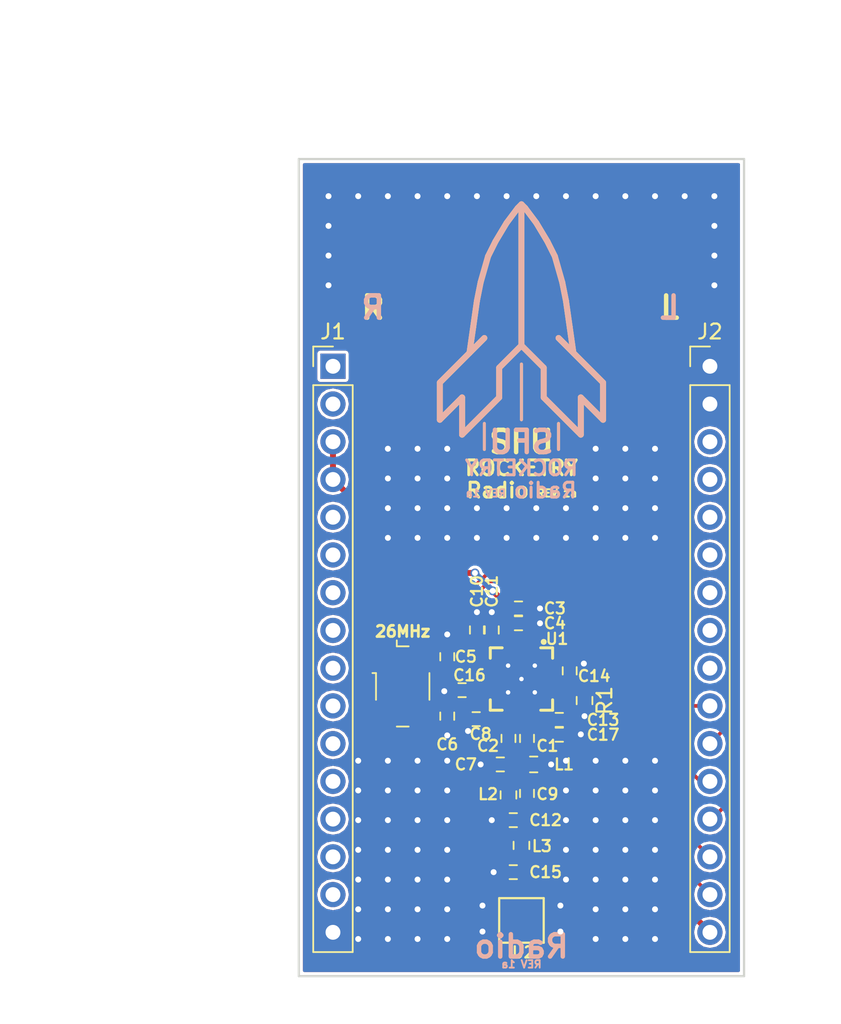
<source format=kicad_pcb>
(kicad_pcb (version 4) (host pcbnew 4.0.7)

  (general
    (links 70)
    (no_connects 9)
    (area 84.924999 72.424999 115.075001 127.575001)
    (thickness 1.6)
    (drawings 97)
    (tracks 430)
    (zones 0)
    (modules 26)
    (nets 39)
  )

  (page A4)
  (title_block
    (title "RF board")
    (rev V01)
  )

  (layers
    (0 F.Cu signal)
    (31 B.Cu signal)
    (32 B.Adhes user)
    (33 F.Adhes user)
    (34 B.Paste user)
    (35 F.Paste user)
    (36 B.SilkS user)
    (37 F.SilkS user)
    (38 B.Mask user)
    (39 F.Mask user)
    (40 Dwgs.User user)
    (41 Cmts.User user)
    (42 Eco1.User user)
    (43 Eco2.User user)
    (44 Edge.Cuts user)
    (45 Margin user)
    (46 B.CrtYd user)
    (47 F.CrtYd user)
    (48 B.Fab user)
    (49 F.Fab user hide)
  )

  (setup
    (last_trace_width 0.25)
    (user_trace_width 0.4)
    (trace_clearance 0.2)
    (zone_clearance 0.2)
    (zone_45_only yes)
    (trace_min 0.2)
    (segment_width 0.2)
    (edge_width 0.15)
    (via_size 0.6)
    (via_drill 0.4)
    (via_min_size 0.4)
    (via_min_drill 0.3)
    (user_via 0.5 0.3)
    (uvia_size 0.3)
    (uvia_drill 0.1)
    (uvias_allowed no)
    (uvia_min_size 0.2)
    (uvia_min_drill 0.1)
    (pcb_text_width 0.3)
    (pcb_text_size 1.5 1.5)
    (mod_edge_width 0.15)
    (mod_text_size 1 1)
    (mod_text_width 0.15)
    (pad_size 1.524 1.524)
    (pad_drill 0.762)
    (pad_to_mask_clearance 0.2)
    (aux_axis_origin 0 0)
    (visible_elements 7FFFFFFF)
    (pcbplotparams
      (layerselection 0x00030_80000001)
      (usegerberextensions false)
      (excludeedgelayer true)
      (linewidth 0.100000)
      (plotframeref false)
      (viasonmask false)
      (mode 1)
      (useauxorigin false)
      (hpglpennumber 1)
      (hpglpenspeed 20)
      (hpglpendiameter 15)
      (hpglpenoverlay 2)
      (psnegative false)
      (psa4output false)
      (plotreference true)
      (plotvalue true)
      (plotinvisibletext false)
      (padsonsilk false)
      (subtractmaskfromsilk false)
      (outputformat 1)
      (mirror false)
      (drillshape 1)
      (scaleselection 1)
      (outputdirectory ""))
  )

  (net 0 "")
  (net 1 XOSC_Q1)
  (net 2 XOSC_Q2)
  (net 3 RF_N)
  (net 4 "Net-(C1-Pad2)")
  (net 5 "Net-(C2-Pad1)")
  (net 6 RF_P)
  (net 7 AVDD)
  (net 8 PWR_GND)
  (net 9 "Net-(C12-Pad1)")
  (net 10 DCOUPL)
  (net 11 "Net-(C15-Pad1)")
  (net 12 "Net-(R1-Pad1)")
  (net 13 "Net-(J1-Pad1)")
  (net 14 "Net-(J1-Pad2)")
  (net 15 "Net-(J1-Pad5)")
  (net 16 "Net-(J1-Pad6)")
  (net 17 "Net-(J1-Pad7)")
  (net 18 "Net-(J1-Pad8)")
  (net 19 "Net-(J1-Pad9)")
  (net 20 "Net-(J1-Pad10)")
  (net 21 "Net-(J1-Pad11)")
  (net 22 "Net-(J1-Pad12)")
  (net 23 "Net-(J1-Pad13)")
  (net 24 "Net-(J1-Pad14)")
  (net 25 "Net-(J1-Pad15)")
  (net 26 "Net-(J2-Pad3)")
  (net 27 "Net-(J2-Pad4)")
  (net 28 "Net-(J2-Pad5)")
  (net 29 "Net-(J2-Pad6)")
  (net 30 "Net-(J2-Pad7)")
  (net 31 "Net-(J2-Pad8)")
  (net 32 "Net-(J2-Pad9)")
  (net 33 PE4/GD02)
  (net 34 PE5/GDO0)
  (net 35 PD0/SCLK)
  (net 36 PD1/CSn)
  (net 37 "PD2/SO(GDO1)")
  (net 38 PD3/SI)

  (net_class Default "This is the default net class."
    (clearance 0.2)
    (trace_width 0.25)
    (via_dia 0.6)
    (via_drill 0.4)
    (uvia_dia 0.3)
    (uvia_drill 0.1)
    (add_net AVDD)
    (add_net DCOUPL)
    (add_net "Net-(C1-Pad2)")
    (add_net "Net-(C12-Pad1)")
    (add_net "Net-(C15-Pad1)")
    (add_net "Net-(C2-Pad1)")
    (add_net "Net-(J1-Pad1)")
    (add_net "Net-(J1-Pad10)")
    (add_net "Net-(J1-Pad11)")
    (add_net "Net-(J1-Pad12)")
    (add_net "Net-(J1-Pad13)")
    (add_net "Net-(J1-Pad14)")
    (add_net "Net-(J1-Pad15)")
    (add_net "Net-(J1-Pad2)")
    (add_net "Net-(J1-Pad5)")
    (add_net "Net-(J1-Pad6)")
    (add_net "Net-(J1-Pad7)")
    (add_net "Net-(J1-Pad8)")
    (add_net "Net-(J1-Pad9)")
    (add_net "Net-(J2-Pad3)")
    (add_net "Net-(J2-Pad4)")
    (add_net "Net-(J2-Pad5)")
    (add_net "Net-(J2-Pad6)")
    (add_net "Net-(J2-Pad7)")
    (add_net "Net-(J2-Pad8)")
    (add_net "Net-(J2-Pad9)")
    (add_net "Net-(R1-Pad1)")
    (add_net PD0/SCLK)
    (add_net PD1/CSn)
    (add_net "PD2/SO(GDO1)")
    (add_net PD3/SI)
    (add_net PE4/GD02)
    (add_net PE5/GDO0)
    (add_net PWR_GND)
    (add_net RF_N)
    (add_net RF_P)
    (add_net XOSC_Q1)
    (add_net XOSC_Q2)
  )

  (module Pin_Headers:Pin_Header_Straight_1x16_Pitch2.54mm (layer F.Cu) (tedit 59650532) (tstamp 5B4D0E41)
    (at 112.7 86.45)
    (descr "Through hole straight pin header, 1x16, 2.54mm pitch, single row")
    (tags "Through hole pin header THT 1x16 2.54mm single row")
    (path /5B4D1D16)
    (fp_text reference J2 (at 0 -2.33) (layer F.SilkS)
      (effects (font (size 1 1) (thickness 0.15)))
    )
    (fp_text value CONN_Left (at 0 40.43) (layer F.Fab)
      (effects (font (size 1 1) (thickness 0.15)))
    )
    (fp_line (start -0.635 -1.27) (end 1.27 -1.27) (layer F.Fab) (width 0.1))
    (fp_line (start 1.27 -1.27) (end 1.27 39.37) (layer F.Fab) (width 0.1))
    (fp_line (start 1.27 39.37) (end -1.27 39.37) (layer F.Fab) (width 0.1))
    (fp_line (start -1.27 39.37) (end -1.27 -0.635) (layer F.Fab) (width 0.1))
    (fp_line (start -1.27 -0.635) (end -0.635 -1.27) (layer F.Fab) (width 0.1))
    (fp_line (start -1.33 39.43) (end 1.33 39.43) (layer F.SilkS) (width 0.12))
    (fp_line (start -1.33 1.27) (end -1.33 39.43) (layer F.SilkS) (width 0.12))
    (fp_line (start 1.33 1.27) (end 1.33 39.43) (layer F.SilkS) (width 0.12))
    (fp_line (start -1.33 1.27) (end 1.33 1.27) (layer F.SilkS) (width 0.12))
    (fp_line (start -1.33 0) (end -1.33 -1.33) (layer F.SilkS) (width 0.12))
    (fp_line (start -1.33 -1.33) (end 0 -1.33) (layer F.SilkS) (width 0.12))
    (fp_line (start -1.8 -1.8) (end -1.8 39.9) (layer F.CrtYd) (width 0.05))
    (fp_line (start -1.8 39.9) (end 1.8 39.9) (layer F.CrtYd) (width 0.05))
    (fp_line (start 1.8 39.9) (end 1.8 -1.8) (layer F.CrtYd) (width 0.05))
    (fp_line (start 1.8 -1.8) (end -1.8 -1.8) (layer F.CrtYd) (width 0.05))
    (fp_text user %R (at 0 19.05 90) (layer F.Fab)
      (effects (font (size 1 1) (thickness 0.15)))
    )
    (pad 1 thru_hole rect (at 0 0) (size 1.7 1.7) (drill 1) (layers *.Cu *.Mask)
      (net 8 PWR_GND))
    (pad 2 thru_hole oval (at 0 2.54) (size 1.7 1.7) (drill 1) (layers *.Cu *.Mask)
      (net 8 PWR_GND))
    (pad 3 thru_hole oval (at 0 5.08) (size 1.7 1.7) (drill 1) (layers *.Cu *.Mask)
      (net 26 "Net-(J2-Pad3)"))
    (pad 4 thru_hole oval (at 0 7.62) (size 1.7 1.7) (drill 1) (layers *.Cu *.Mask)
      (net 27 "Net-(J2-Pad4)"))
    (pad 5 thru_hole oval (at 0 10.16) (size 1.7 1.7) (drill 1) (layers *.Cu *.Mask)
      (net 28 "Net-(J2-Pad5)"))
    (pad 6 thru_hole oval (at 0 12.7) (size 1.7 1.7) (drill 1) (layers *.Cu *.Mask)
      (net 29 "Net-(J2-Pad6)"))
    (pad 7 thru_hole oval (at 0 15.24) (size 1.7 1.7) (drill 1) (layers *.Cu *.Mask)
      (net 30 "Net-(J2-Pad7)"))
    (pad 8 thru_hole oval (at 0 17.78) (size 1.7 1.7) (drill 1) (layers *.Cu *.Mask)
      (net 31 "Net-(J2-Pad8)"))
    (pad 9 thru_hole oval (at 0 20.32) (size 1.7 1.7) (drill 1) (layers *.Cu *.Mask)
      (net 32 "Net-(J2-Pad9)"))
    (pad 10 thru_hole oval (at 0 22.86) (size 1.7 1.7) (drill 1) (layers *.Cu *.Mask)
      (net 33 PE4/GD02))
    (pad 11 thru_hole oval (at 0 25.4) (size 1.7 1.7) (drill 1) (layers *.Cu *.Mask)
      (net 34 PE5/GDO0))
    (pad 12 thru_hole oval (at 0 27.94) (size 1.7 1.7) (drill 1) (layers *.Cu *.Mask)
      (net 35 PD0/SCLK))
    (pad 13 thru_hole oval (at 0 30.48) (size 1.7 1.7) (drill 1) (layers *.Cu *.Mask)
      (net 36 PD1/CSn))
    (pad 14 thru_hole oval (at 0 33.02) (size 1.7 1.7) (drill 1) (layers *.Cu *.Mask)
      (net 37 "PD2/SO(GDO1)"))
    (pad 15 thru_hole oval (at 0 35.56) (size 1.7 1.7) (drill 1) (layers *.Cu *.Mask)
      (net 38 PD3/SI))
    (pad 16 thru_hole oval (at 0 38.1) (size 1.7 1.7) (drill 1) (layers *.Cu *.Mask)
      (net 7 AVDD))
    (model ${KISYS3DMOD}/Pin_Headers.3dshapes/Pin_Header_Straight_1x16_Pitch2.54mm.wrl
      (at (xyz 0 0 0))
      (scale (xyz 1 1 1))
      (rotate (xyz 0 0 0))
    )
  )

  (module Crystals:Crystal_SMD_Abracon_ABM3B-4pin_5.0x3.2mm (layer F.Cu) (tedit 5B4D5E52) (tstamp 5B4C4D85)
    (at 92 108 270)
    (descr "Abracon Miniature Ceramic Smd Crystal ABM3B http://www.abracon.com/Resonators/abm3b.pdf, 5.0x3.2mm^2 package")
    (tags "SMD SMT crystal")
    (path /5B4AA2E3)
    (attr smd)
    (fp_text reference 26Mhtz1 (at -4 0 360) (layer F.SilkS) hide
      (effects (font (size 0.75 0.75) (thickness 0.15)))
    )
    (fp_text value Crystal (at 0 2.8 270) (layer F.Fab)
      (effects (font (size 1 1) (thickness 0.15)))
    )
    (fp_text user %R (at 0.73 3.74 270) (layer F.Fab)
      (effects (font (size 1 1) (thickness 0.15)))
    )
    (fp_line (start -2.3 -1.6) (end 2.3 -1.6) (layer F.Fab) (width 0.1))
    (fp_line (start 2.3 -1.6) (end 2.5 -1.4) (layer F.Fab) (width 0.1))
    (fp_line (start 2.5 -1.4) (end 2.5 1.4) (layer F.Fab) (width 0.1))
    (fp_line (start 2.5 1.4) (end 2.3 1.6) (layer F.Fab) (width 0.1))
    (fp_line (start 2.3 1.6) (end -2.3 1.6) (layer F.Fab) (width 0.1))
    (fp_line (start -2.3 1.6) (end -2.5 1.4) (layer F.Fab) (width 0.1))
    (fp_line (start -2.5 1.4) (end -2.5 -1.4) (layer F.Fab) (width 0.1))
    (fp_line (start -2.5 -1.4) (end -2.3 -1.6) (layer F.Fab) (width 0.1))
    (fp_line (start -2.5 0.6) (end -1.5 1.6) (layer F.Fab) (width 0.1))
    (fp_line (start -3.1 0.4) (end -2.7 0.4) (layer F.SilkS) (width 0.12))
    (fp_line (start -2.7 0.4) (end -2.7 -0.4) (layer F.SilkS) (width 0.12))
    (fp_line (start 2.7 -0.4) (end 2.7 0.4) (layer F.SilkS) (width 0.12))
    (fp_line (start -0.9 -1.8) (end 0.9 -1.8) (layer F.SilkS) (width 0.12))
    (fp_line (start 0.9 1.8) (end -0.9 1.8) (layer F.SilkS) (width 0.12))
    (fp_line (start -0.9 1.8) (end -0.9 2.04) (layer F.SilkS) (width 0.12))
    (fp_line (start -3.2 -2.1) (end -3.2 2.1) (layer F.CrtYd) (width 0.05))
    (fp_line (start -3.2 2.1) (end 3.2 2.1) (layer F.CrtYd) (width 0.05))
    (fp_line (start 3.2 2.1) (end 3.2 -2.1) (layer F.CrtYd) (width 0.05))
    (fp_line (start 3.2 -2.1) (end -3.2 -2.1) (layer F.CrtYd) (width 0.05))
    (fp_circle (center 0 0) (end 0.5 0) (layer F.Adhes) (width 0.1))
    (fp_circle (center 0 0) (end 0.416667 0) (layer F.Adhes) (width 0.166667))
    (fp_circle (center 0 0) (end 0.266667 0) (layer F.Adhes) (width 0.166667))
    (fp_circle (center 0 0) (end 0.116667 0) (layer F.Adhes) (width 0.233333))
    (pad 1 smd rect (at -2 1.2 270) (size 1.8 1.2) (layers F.Cu F.Paste F.Mask)
      (net 1 XOSC_Q1))
    (pad 2 smd rect (at 2 1.2 270) (size 1.8 1.2) (layers F.Cu F.Paste F.Mask)
      (net 2 XOSC_Q2))
    (pad 3 smd rect (at 2 -1.2 270) (size 1.8 1.2) (layers F.Cu F.Paste F.Mask))
    (pad 4 smd rect (at -2 -1.2 270) (size 1.8 1.2) (layers F.Cu F.Paste F.Mask))
    (model ${KISYS3DMOD}/Crystals.3dshapes/Crystal_SMD_Abracon_ABM3B-4pin_5.0x3.2mm.wrl
      (at (xyz 0 0 0))
      (scale (xyz 1 1 1))
      (rotate (xyz 0 0 0))
    )
  )

  (module Capacitors_SMD:C_0402 (layer F.Cu) (tedit 5B4D1D4C) (tstamp 5B4C4D8B)
    (at 100.375 111.5 270)
    (descr "Capacitor SMD 0402, reflow soldering, AVX (see smccp.pdf)")
    (tags "capacitor 0402")
    (path /5B4AAA24)
    (attr smd)
    (fp_text reference C1 (at 0.5 -1.375 360) (layer F.SilkS)
      (effects (font (size 0.75 0.75) (thickness 0.15)))
    )
    (fp_text value 100pF (at 7.7089 -3.4036 270) (layer F.Fab)
      (effects (font (size 1 1) (thickness 0.15)))
    )
    (fp_text user %R (at 0 -1.27 270) (layer F.Fab)
      (effects (font (size 1 1) (thickness 0.15)))
    )
    (fp_line (start -0.5 0.25) (end -0.5 -0.25) (layer F.Fab) (width 0.1))
    (fp_line (start 0.5 0.25) (end -0.5 0.25) (layer F.Fab) (width 0.1))
    (fp_line (start 0.5 -0.25) (end 0.5 0.25) (layer F.Fab) (width 0.1))
    (fp_line (start -0.5 -0.25) (end 0.5 -0.25) (layer F.Fab) (width 0.1))
    (fp_line (start 0.25 -0.47) (end -0.25 -0.47) (layer F.SilkS) (width 0.12))
    (fp_line (start -0.25 0.47) (end 0.25 0.47) (layer F.SilkS) (width 0.12))
    (fp_line (start -1 -0.4) (end 1 -0.4) (layer F.CrtYd) (width 0.05))
    (fp_line (start -1 -0.4) (end -1 0.4) (layer F.CrtYd) (width 0.05))
    (fp_line (start 1 0.4) (end 1 -0.4) (layer F.CrtYd) (width 0.05))
    (fp_line (start 1 0.4) (end -1 0.4) (layer F.CrtYd) (width 0.05))
    (pad 1 smd rect (at -0.55 0 270) (size 0.6 0.5) (layers F.Cu F.Paste F.Mask)
      (net 3 RF_N))
    (pad 2 smd rect (at 0.55 0 270) (size 0.6 0.5) (layers F.Cu F.Paste F.Mask)
      (net 4 "Net-(C1-Pad2)"))
    (model Capacitors_SMD.3dshapes/C_0402.wrl
      (at (xyz 0 0 0))
      (scale (xyz 1 1 1))
      (rotate (xyz 0 0 0))
    )
  )

  (module Capacitors_SMD:C_0402 (layer F.Cu) (tedit 5B4D1D46) (tstamp 5B4C4D91)
    (at 99.125 111.5 90)
    (descr "Capacitor SMD 0402, reflow soldering, AVX (see smccp.pdf)")
    (tags "capacitor 0402")
    (path /5B4AAAF9)
    (attr smd)
    (fp_text reference C2 (at -0.5 -1.375 180) (layer F.SilkS)
      (effects (font (size 0.75 0.75) (thickness 0.15)))
    )
    (fp_text value 100pF (at 0 1.27 90) (layer F.Fab)
      (effects (font (size 1 1) (thickness 0.15)))
    )
    (fp_text user %R (at 0 -1.27 90) (layer F.Fab)
      (effects (font (size 1 1) (thickness 0.15)))
    )
    (fp_line (start -0.5 0.25) (end -0.5 -0.25) (layer F.Fab) (width 0.1))
    (fp_line (start 0.5 0.25) (end -0.5 0.25) (layer F.Fab) (width 0.1))
    (fp_line (start 0.5 -0.25) (end 0.5 0.25) (layer F.Fab) (width 0.1))
    (fp_line (start -0.5 -0.25) (end 0.5 -0.25) (layer F.Fab) (width 0.1))
    (fp_line (start 0.25 -0.47) (end -0.25 -0.47) (layer F.SilkS) (width 0.12))
    (fp_line (start -0.25 0.47) (end 0.25 0.47) (layer F.SilkS) (width 0.12))
    (fp_line (start -1 -0.4) (end 1 -0.4) (layer F.CrtYd) (width 0.05))
    (fp_line (start -1 -0.4) (end -1 0.4) (layer F.CrtYd) (width 0.05))
    (fp_line (start 1 0.4) (end 1 -0.4) (layer F.CrtYd) (width 0.05))
    (fp_line (start 1 0.4) (end -1 0.4) (layer F.CrtYd) (width 0.05))
    (pad 1 smd rect (at -0.55 0 90) (size 0.6 0.5) (layers F.Cu F.Paste F.Mask)
      (net 5 "Net-(C2-Pad1)"))
    (pad 2 smd rect (at 0.55 0 90) (size 0.6 0.5) (layers F.Cu F.Paste F.Mask)
      (net 6 RF_P))
    (model Capacitors_SMD.3dshapes/C_0402.wrl
      (at (xyz 0 0 0))
      (scale (xyz 1 1 1))
      (rotate (xyz 0 0 0))
    )
  )

  (module Capacitors_SMD:C_0402 (layer F.Cu) (tedit 5B4D1E20) (tstamp 5B4C4D97)
    (at 99.8 102.75)
    (descr "Capacitor SMD 0402, reflow soldering, AVX (see smccp.pdf)")
    (tags "capacitor 0402")
    (path /5B4C3A3C)
    (attr smd)
    (fp_text reference C3 (at 2.45 0) (layer F.SilkS)
      (effects (font (size 0.75 0.75) (thickness 0.15)))
    )
    (fp_text value 0.1μF (at 0 1.27) (layer F.Fab)
      (effects (font (size 1 1) (thickness 0.15)))
    )
    (fp_text user %R (at 0 -1.27) (layer F.Fab)
      (effects (font (size 1 1) (thickness 0.15)))
    )
    (fp_line (start -0.5 0.25) (end -0.5 -0.25) (layer F.Fab) (width 0.1))
    (fp_line (start 0.5 0.25) (end -0.5 0.25) (layer F.Fab) (width 0.1))
    (fp_line (start 0.5 -0.25) (end 0.5 0.25) (layer F.Fab) (width 0.1))
    (fp_line (start -0.5 -0.25) (end 0.5 -0.25) (layer F.Fab) (width 0.1))
    (fp_line (start 0.25 -0.47) (end -0.25 -0.47) (layer F.SilkS) (width 0.12))
    (fp_line (start -0.25 0.47) (end 0.25 0.47) (layer F.SilkS) (width 0.12))
    (fp_line (start -1 -0.4) (end 1 -0.4) (layer F.CrtYd) (width 0.05))
    (fp_line (start -1 -0.4) (end -1 0.4) (layer F.CrtYd) (width 0.05))
    (fp_line (start 1 0.4) (end 1 -0.4) (layer F.CrtYd) (width 0.05))
    (fp_line (start 1 0.4) (end -1 0.4) (layer F.CrtYd) (width 0.05))
    (pad 1 smd rect (at -0.55 0) (size 0.6 0.5) (layers F.Cu F.Paste F.Mask)
      (net 7 AVDD))
    (pad 2 smd rect (at 0.55 0) (size 0.6 0.5) (layers F.Cu F.Paste F.Mask)
      (net 8 PWR_GND))
    (model Capacitors_SMD.3dshapes/C_0402.wrl
      (at (xyz 0 0 0))
      (scale (xyz 1 1 1))
      (rotate (xyz 0 0 0))
    )
  )

  (module Capacitors_SMD:C_0402 (layer F.Cu) (tedit 5B4D1E24) (tstamp 5B4C4D9D)
    (at 99.8 103.75)
    (descr "Capacitor SMD 0402, reflow soldering, AVX (see smccp.pdf)")
    (tags "capacitor 0402")
    (path /5B4C3AA5)
    (attr smd)
    (fp_text reference C4 (at 2.45 0) (layer F.SilkS)
      (effects (font (size 0.75 0.75) (thickness 0.15)))
    )
    (fp_text value 47pF (at 0 1.27) (layer F.Fab)
      (effects (font (size 1 1) (thickness 0.15)))
    )
    (fp_text user %R (at 0 -1.27) (layer F.Fab)
      (effects (font (size 1 1) (thickness 0.15)))
    )
    (fp_line (start -0.5 0.25) (end -0.5 -0.25) (layer F.Fab) (width 0.1))
    (fp_line (start 0.5 0.25) (end -0.5 0.25) (layer F.Fab) (width 0.1))
    (fp_line (start 0.5 -0.25) (end 0.5 0.25) (layer F.Fab) (width 0.1))
    (fp_line (start -0.5 -0.25) (end 0.5 -0.25) (layer F.Fab) (width 0.1))
    (fp_line (start 0.25 -0.47) (end -0.25 -0.47) (layer F.SilkS) (width 0.12))
    (fp_line (start -0.25 0.47) (end 0.25 0.47) (layer F.SilkS) (width 0.12))
    (fp_line (start -1 -0.4) (end 1 -0.4) (layer F.CrtYd) (width 0.05))
    (fp_line (start -1 -0.4) (end -1 0.4) (layer F.CrtYd) (width 0.05))
    (fp_line (start 1 0.4) (end 1 -0.4) (layer F.CrtYd) (width 0.05))
    (fp_line (start 1 0.4) (end -1 0.4) (layer F.CrtYd) (width 0.05))
    (pad 1 smd rect (at -0.55 0) (size 0.6 0.5) (layers F.Cu F.Paste F.Mask)
      (net 7 AVDD))
    (pad 2 smd rect (at 0.55 0) (size 0.6 0.5) (layers F.Cu F.Paste F.Mask)
      (net 8 PWR_GND))
    (model Capacitors_SMD.3dshapes/C_0402.wrl
      (at (xyz 0 0 0))
      (scale (xyz 1 1 1))
      (rotate (xyz 0 0 0))
    )
  )

  (module Capacitors_SMD:C_0402 (layer F.Cu) (tedit 5B4D1357) (tstamp 5B4C4DA3)
    (at 95 106 90)
    (descr "Capacitor SMD 0402, reflow soldering, AVX (see smccp.pdf)")
    (tags "capacitor 0402")
    (path /5B4AA1D2)
    (attr smd)
    (fp_text reference C5 (at 0 1.25 360) (layer F.SilkS)
      (effects (font (size 0.75 0.75) (thickness 0.15)))
    )
    (fp_text value 27pF (at 0 1.27 90) (layer F.Fab)
      (effects (font (size 1 1) (thickness 0.15)))
    )
    (fp_text user %R (at 0 -1.27 90) (layer F.Fab)
      (effects (font (size 1 1) (thickness 0.15)))
    )
    (fp_line (start -0.5 0.25) (end -0.5 -0.25) (layer F.Fab) (width 0.1))
    (fp_line (start 0.5 0.25) (end -0.5 0.25) (layer F.Fab) (width 0.1))
    (fp_line (start 0.5 -0.25) (end 0.5 0.25) (layer F.Fab) (width 0.1))
    (fp_line (start -0.5 -0.25) (end 0.5 -0.25) (layer F.Fab) (width 0.1))
    (fp_line (start 0.25 -0.47) (end -0.25 -0.47) (layer F.SilkS) (width 0.12))
    (fp_line (start -0.25 0.47) (end 0.25 0.47) (layer F.SilkS) (width 0.12))
    (fp_line (start -1 -0.4) (end 1 -0.4) (layer F.CrtYd) (width 0.05))
    (fp_line (start -1 -0.4) (end -1 0.4) (layer F.CrtYd) (width 0.05))
    (fp_line (start 1 0.4) (end 1 -0.4) (layer F.CrtYd) (width 0.05))
    (fp_line (start 1 0.4) (end -1 0.4) (layer F.CrtYd) (width 0.05))
    (pad 1 smd rect (at -0.55 0 90) (size 0.6 0.5) (layers F.Cu F.Paste F.Mask)
      (net 1 XOSC_Q1))
    (pad 2 smd rect (at 0.55 0 90) (size 0.6 0.5) (layers F.Cu F.Paste F.Mask)
      (net 8 PWR_GND))
    (model Capacitors_SMD.3dshapes/C_0402.wrl
      (at (xyz 0 0 0))
      (scale (xyz 1 1 1))
      (rotate (xyz 0 0 0))
    )
  )

  (module Capacitors_SMD:C_0402 (layer F.Cu) (tedit 5B4D135D) (tstamp 5B4C4DA9)
    (at 95 110 90)
    (descr "Capacitor SMD 0402, reflow soldering, AVX (see smccp.pdf)")
    (tags "capacitor 0402")
    (path /5B4AA288)
    (attr smd)
    (fp_text reference C6 (at -1.9 0 360) (layer F.SilkS)
      (effects (font (size 0.75 0.75) (thickness 0.15)))
    )
    (fp_text value 27pF (at 0 1.27 90) (layer F.Fab)
      (effects (font (size 1 1) (thickness 0.15)))
    )
    (fp_text user %R (at 0 -1.27 90) (layer F.Fab)
      (effects (font (size 1 1) (thickness 0.15)))
    )
    (fp_line (start -0.5 0.25) (end -0.5 -0.25) (layer F.Fab) (width 0.1))
    (fp_line (start 0.5 0.25) (end -0.5 0.25) (layer F.Fab) (width 0.1))
    (fp_line (start 0.5 -0.25) (end 0.5 0.25) (layer F.Fab) (width 0.1))
    (fp_line (start -0.5 -0.25) (end 0.5 -0.25) (layer F.Fab) (width 0.1))
    (fp_line (start 0.25 -0.47) (end -0.25 -0.47) (layer F.SilkS) (width 0.12))
    (fp_line (start -0.25 0.47) (end 0.25 0.47) (layer F.SilkS) (width 0.12))
    (fp_line (start -1 -0.4) (end 1 -0.4) (layer F.CrtYd) (width 0.05))
    (fp_line (start -1 -0.4) (end -1 0.4) (layer F.CrtYd) (width 0.05))
    (fp_line (start 1 0.4) (end 1 -0.4) (layer F.CrtYd) (width 0.05))
    (fp_line (start 1 0.4) (end -1 0.4) (layer F.CrtYd) (width 0.05))
    (pad 1 smd rect (at -0.55 0 90) (size 0.6 0.5) (layers F.Cu F.Paste F.Mask)
      (net 8 PWR_GND))
    (pad 2 smd rect (at 0.55 0 90) (size 0.6 0.5) (layers F.Cu F.Paste F.Mask)
      (net 2 XOSC_Q2))
    (model Capacitors_SMD.3dshapes/C_0402.wrl
      (at (xyz 0 0 0))
      (scale (xyz 1 1 1))
      (rotate (xyz 0 0 0))
    )
  )

  (module Capacitors_SMD:C_0402 (layer F.Cu) (tedit 5B4D1D59) (tstamp 5B4C4DAF)
    (at 98.575 113.25 180)
    (descr "Capacitor SMD 0402, reflow soldering, AVX (see smccp.pdf)")
    (tags "capacitor 0402")
    (path /5B4AB24E)
    (attr smd)
    (fp_text reference C7 (at 2.325 0 180) (layer F.SilkS)
      (effects (font (size 0.75 0.75) (thickness 0.15)))
    )
    (fp_text value 1.0pF (at 0 1.27 180) (layer F.Fab)
      (effects (font (size 1 1) (thickness 0.15)))
    )
    (fp_text user %R (at 0 -1.27 180) (layer F.Fab)
      (effects (font (size 1 1) (thickness 0.15)))
    )
    (fp_line (start -0.5 0.25) (end -0.5 -0.25) (layer F.Fab) (width 0.1))
    (fp_line (start 0.5 0.25) (end -0.5 0.25) (layer F.Fab) (width 0.1))
    (fp_line (start 0.5 -0.25) (end 0.5 0.25) (layer F.Fab) (width 0.1))
    (fp_line (start -0.5 -0.25) (end 0.5 -0.25) (layer F.Fab) (width 0.1))
    (fp_line (start 0.25 -0.47) (end -0.25 -0.47) (layer F.SilkS) (width 0.12))
    (fp_line (start -0.25 0.47) (end 0.25 0.47) (layer F.SilkS) (width 0.12))
    (fp_line (start -1 -0.4) (end 1 -0.4) (layer F.CrtYd) (width 0.05))
    (fp_line (start -1 -0.4) (end -1 0.4) (layer F.CrtYd) (width 0.05))
    (fp_line (start 1 0.4) (end 1 -0.4) (layer F.CrtYd) (width 0.05))
    (fp_line (start 1 0.4) (end -1 0.4) (layer F.CrtYd) (width 0.05))
    (pad 1 smd rect (at -0.55 0 180) (size 0.6 0.5) (layers F.Cu F.Paste F.Mask)
      (net 5 "Net-(C2-Pad1)"))
    (pad 2 smd rect (at 0.55 0 180) (size 0.6 0.5) (layers F.Cu F.Paste F.Mask)
      (net 8 PWR_GND))
    (model Capacitors_SMD.3dshapes/C_0402.wrl
      (at (xyz 0 0 0))
      (scale (xyz 1 1 1))
      (rotate (xyz 0 0 0))
    )
  )

  (module Capacitors_SMD:C_0402 (layer F.Cu) (tedit 5B4D1D42) (tstamp 5B4C4DB5)
    (at 96.95 110.2 180)
    (descr "Capacitor SMD 0402, reflow soldering, AVX (see smccp.pdf)")
    (tags "capacitor 0402")
    (path /5B4C3DAB)
    (attr smd)
    (fp_text reference C8 (at -0.3 -1 180) (layer F.SilkS)
      (effects (font (size 0.75 0.75) (thickness 0.15)))
    )
    (fp_text value 0.1μF (at 0 1.27 180) (layer F.Fab)
      (effects (font (size 1 1) (thickness 0.15)))
    )
    (fp_text user %R (at 0 -1.27 180) (layer F.Fab)
      (effects (font (size 1 1) (thickness 0.15)))
    )
    (fp_line (start -0.5 0.25) (end -0.5 -0.25) (layer F.Fab) (width 0.1))
    (fp_line (start 0.5 0.25) (end -0.5 0.25) (layer F.Fab) (width 0.1))
    (fp_line (start 0.5 -0.25) (end 0.5 0.25) (layer F.Fab) (width 0.1))
    (fp_line (start -0.5 -0.25) (end 0.5 -0.25) (layer F.Fab) (width 0.1))
    (fp_line (start 0.25 -0.47) (end -0.25 -0.47) (layer F.SilkS) (width 0.12))
    (fp_line (start -0.25 0.47) (end 0.25 0.47) (layer F.SilkS) (width 0.12))
    (fp_line (start -1 -0.4) (end 1 -0.4) (layer F.CrtYd) (width 0.05))
    (fp_line (start -1 -0.4) (end -1 0.4) (layer F.CrtYd) (width 0.05))
    (fp_line (start 1 0.4) (end 1 -0.4) (layer F.CrtYd) (width 0.05))
    (fp_line (start 1 0.4) (end -1 0.4) (layer F.CrtYd) (width 0.05))
    (pad 1 smd rect (at -0.55 0 180) (size 0.6 0.5) (layers F.Cu F.Paste F.Mask)
      (net 7 AVDD))
    (pad 2 smd rect (at 0.55 0 180) (size 0.6 0.5) (layers F.Cu F.Paste F.Mask)
      (net 8 PWR_GND))
    (model Capacitors_SMD.3dshapes/C_0402.wrl
      (at (xyz 0 0 0))
      (scale (xyz 1 1 1))
      (rotate (xyz 0 0 0))
    )
  )

  (module Capacitors_SMD:C_0402 (layer F.Cu) (tedit 5B4D1D69) (tstamp 5B4C4DBB)
    (at 100.375 115.2 90)
    (descr "Capacitor SMD 0402, reflow soldering, AVX (see smccp.pdf)")
    (tags "capacitor 0402")
    (path /5B4AABEF)
    (attr smd)
    (fp_text reference C9 (at -0.05 1.375 180) (layer F.SilkS)
      (effects (font (size 0.75 0.75) (thickness 0.15)))
    )
    (fp_text value "1.0 pF" (at 0 1.27 90) (layer F.Fab)
      (effects (font (size 1 1) (thickness 0.15)))
    )
    (fp_text user %R (at 0 -1.27 90) (layer F.Fab)
      (effects (font (size 1 1) (thickness 0.15)))
    )
    (fp_line (start -0.5 0.25) (end -0.5 -0.25) (layer F.Fab) (width 0.1))
    (fp_line (start 0.5 0.25) (end -0.5 0.25) (layer F.Fab) (width 0.1))
    (fp_line (start 0.5 -0.25) (end 0.5 0.25) (layer F.Fab) (width 0.1))
    (fp_line (start -0.5 -0.25) (end 0.5 -0.25) (layer F.Fab) (width 0.1))
    (fp_line (start 0.25 -0.47) (end -0.25 -0.47) (layer F.SilkS) (width 0.12))
    (fp_line (start -0.25 0.47) (end 0.25 0.47) (layer F.SilkS) (width 0.12))
    (fp_line (start -1 -0.4) (end 1 -0.4) (layer F.CrtYd) (width 0.05))
    (fp_line (start -1 -0.4) (end -1 0.4) (layer F.CrtYd) (width 0.05))
    (fp_line (start 1 0.4) (end 1 -0.4) (layer F.CrtYd) (width 0.05))
    (fp_line (start 1 0.4) (end -1 0.4) (layer F.CrtYd) (width 0.05))
    (pad 1 smd rect (at -0.55 0 90) (size 0.6 0.5) (layers F.Cu F.Paste F.Mask)
      (net 9 "Net-(C12-Pad1)"))
    (pad 2 smd rect (at 0.55 0 90) (size 0.6 0.5) (layers F.Cu F.Paste F.Mask)
      (net 4 "Net-(C1-Pad2)"))
    (model Capacitors_SMD.3dshapes/C_0402.wrl
      (at (xyz 0 0 0))
      (scale (xyz 1 1 1))
      (rotate (xyz 0 0 0))
    )
  )

  (module Capacitors_SMD:C_0402 (layer F.Cu) (tedit 5B4D1E36) (tstamp 5B4C4DC1)
    (at 97 104.2 270)
    (descr "Capacitor SMD 0402, reflow soldering, AVX (see smccp.pdf)")
    (tags "capacitor 0402")
    (path /5B4C3B0D)
    (attr smd)
    (fp_text reference C10 (at -2.6 0 270) (layer F.SilkS)
      (effects (font (size 0.75 0.75) (thickness 0.15)))
    )
    (fp_text value 0.1μF (at 0 1.27 270) (layer F.Fab)
      (effects (font (size 1 1) (thickness 0.15)))
    )
    (fp_text user %R (at 0 -1.27 270) (layer F.Fab)
      (effects (font (size 1 1) (thickness 0.15)))
    )
    (fp_line (start -0.5 0.25) (end -0.5 -0.25) (layer F.Fab) (width 0.1))
    (fp_line (start 0.5 0.25) (end -0.5 0.25) (layer F.Fab) (width 0.1))
    (fp_line (start 0.5 -0.25) (end 0.5 0.25) (layer F.Fab) (width 0.1))
    (fp_line (start -0.5 -0.25) (end 0.5 -0.25) (layer F.Fab) (width 0.1))
    (fp_line (start 0.25 -0.47) (end -0.25 -0.47) (layer F.SilkS) (width 0.12))
    (fp_line (start -0.25 0.47) (end 0.25 0.47) (layer F.SilkS) (width 0.12))
    (fp_line (start -1 -0.4) (end 1 -0.4) (layer F.CrtYd) (width 0.05))
    (fp_line (start -1 -0.4) (end -1 0.4) (layer F.CrtYd) (width 0.05))
    (fp_line (start 1 0.4) (end 1 -0.4) (layer F.CrtYd) (width 0.05))
    (fp_line (start 1 0.4) (end -1 0.4) (layer F.CrtYd) (width 0.05))
    (pad 1 smd rect (at -0.55 0 270) (size 0.6 0.5) (layers F.Cu F.Paste F.Mask)
      (net 8 PWR_GND))
    (pad 2 smd rect (at 0.55 0 270) (size 0.6 0.5) (layers F.Cu F.Paste F.Mask)
      (net 10 DCOUPL))
    (model Capacitors_SMD.3dshapes/C_0402.wrl
      (at (xyz 0 0 0))
      (scale (xyz 1 1 1))
      (rotate (xyz 0 0 0))
    )
  )

  (module Capacitors_SMD:C_0402 (layer F.Cu) (tedit 5B4D1E3A) (tstamp 5B4C4DC7)
    (at 98 104.2 270)
    (descr "Capacitor SMD 0402, reflow soldering, AVX (see smccp.pdf)")
    (tags "capacitor 0402")
    (path /5B4C3BE8)
    (attr smd)
    (fp_text reference C11 (at -2.6 0 270) (layer F.SilkS)
      (effects (font (size 0.75 0.75) (thickness 0.15)))
    )
    (fp_text value 47pF (at 0 1.27 270) (layer F.Fab)
      (effects (font (size 1 1) (thickness 0.15)))
    )
    (fp_text user %R (at 0 -1.27 270) (layer F.Fab)
      (effects (font (size 1 1) (thickness 0.15)))
    )
    (fp_line (start -0.5 0.25) (end -0.5 -0.25) (layer F.Fab) (width 0.1))
    (fp_line (start 0.5 0.25) (end -0.5 0.25) (layer F.Fab) (width 0.1))
    (fp_line (start 0.5 -0.25) (end 0.5 0.25) (layer F.Fab) (width 0.1))
    (fp_line (start -0.5 -0.25) (end 0.5 -0.25) (layer F.Fab) (width 0.1))
    (fp_line (start 0.25 -0.47) (end -0.25 -0.47) (layer F.SilkS) (width 0.12))
    (fp_line (start -0.25 0.47) (end 0.25 0.47) (layer F.SilkS) (width 0.12))
    (fp_line (start -1 -0.4) (end 1 -0.4) (layer F.CrtYd) (width 0.05))
    (fp_line (start -1 -0.4) (end -1 0.4) (layer F.CrtYd) (width 0.05))
    (fp_line (start 1 0.4) (end 1 -0.4) (layer F.CrtYd) (width 0.05))
    (fp_line (start 1 0.4) (end -1 0.4) (layer F.CrtYd) (width 0.05))
    (pad 1 smd rect (at -0.55 0 270) (size 0.6 0.5) (layers F.Cu F.Paste F.Mask)
      (net 8 PWR_GND))
    (pad 2 smd rect (at 0.55 0 270) (size 0.6 0.5) (layers F.Cu F.Paste F.Mask)
      (net 10 DCOUPL))
    (model Capacitors_SMD.3dshapes/C_0402.wrl
      (at (xyz 0 0 0))
      (scale (xyz 1 1 1))
      (rotate (xyz 0 0 0))
    )
  )

  (module Capacitors_SMD:C_0402 (layer F.Cu) (tedit 5B4D1D71) (tstamp 5B4C4DCD)
    (at 99.45 117 180)
    (descr "Capacitor SMD 0402, reflow soldering, AVX (see smccp.pdf)")
    (tags "capacitor 0402")
    (path /5B4AAD92)
    (attr smd)
    (fp_text reference C12 (at -2.175 0 180) (layer F.SilkS)
      (effects (font (size 0.75 0.75) (thickness 0.15)))
    )
    (fp_text value 1.8pF (at 0 1.27 180) (layer F.Fab)
      (effects (font (size 1 1) (thickness 0.15)))
    )
    (fp_text user %R (at 0 -1.27 180) (layer F.Fab)
      (effects (font (size 1 1) (thickness 0.15)))
    )
    (fp_line (start -0.5 0.25) (end -0.5 -0.25) (layer F.Fab) (width 0.1))
    (fp_line (start 0.5 0.25) (end -0.5 0.25) (layer F.Fab) (width 0.1))
    (fp_line (start 0.5 -0.25) (end 0.5 0.25) (layer F.Fab) (width 0.1))
    (fp_line (start -0.5 -0.25) (end 0.5 -0.25) (layer F.Fab) (width 0.1))
    (fp_line (start 0.25 -0.47) (end -0.25 -0.47) (layer F.SilkS) (width 0.12))
    (fp_line (start -0.25 0.47) (end 0.25 0.47) (layer F.SilkS) (width 0.12))
    (fp_line (start -1 -0.4) (end 1 -0.4) (layer F.CrtYd) (width 0.05))
    (fp_line (start -1 -0.4) (end -1 0.4) (layer F.CrtYd) (width 0.05))
    (fp_line (start 1 0.4) (end 1 -0.4) (layer F.CrtYd) (width 0.05))
    (fp_line (start 1 0.4) (end -1 0.4) (layer F.CrtYd) (width 0.05))
    (pad 1 smd rect (at -0.55 0 180) (size 0.6 0.5) (layers F.Cu F.Paste F.Mask)
      (net 9 "Net-(C12-Pad1)"))
    (pad 2 smd rect (at 0.55 0 180) (size 0.6 0.5) (layers F.Cu F.Paste F.Mask)
      (net 8 PWR_GND))
    (model Capacitors_SMD.3dshapes/C_0402.wrl
      (at (xyz 0 0 0))
      (scale (xyz 1 1 1))
      (rotate (xyz 0 0 0))
    )
  )

  (module Capacitors_SMD:C_0402 (layer F.Cu) (tedit 5B4D1DF2) (tstamp 5B4C4DD3)
    (at 102.55 110.25)
    (descr "Capacitor SMD 0402, reflow soldering, AVX (see smccp.pdf)")
    (tags "capacitor 0402")
    (path /5B4C3E1C)
    (attr smd)
    (fp_text reference C13 (at 2.95 0) (layer F.SilkS)
      (effects (font (size 0.75 0.75) (thickness 0.15)))
    )
    (fp_text value 0.1μF (at 0 1.27) (layer F.Fab)
      (effects (font (size 1 1) (thickness 0.15)))
    )
    (fp_text user %R (at 0 -1.27) (layer F.Fab)
      (effects (font (size 1 1) (thickness 0.15)))
    )
    (fp_line (start -0.5 0.25) (end -0.5 -0.25) (layer F.Fab) (width 0.1))
    (fp_line (start 0.5 0.25) (end -0.5 0.25) (layer F.Fab) (width 0.1))
    (fp_line (start 0.5 -0.25) (end 0.5 0.25) (layer F.Fab) (width 0.1))
    (fp_line (start -0.5 -0.25) (end 0.5 -0.25) (layer F.Fab) (width 0.1))
    (fp_line (start 0.25 -0.47) (end -0.25 -0.47) (layer F.SilkS) (width 0.12))
    (fp_line (start -0.25 0.47) (end 0.25 0.47) (layer F.SilkS) (width 0.12))
    (fp_line (start -1 -0.4) (end 1 -0.4) (layer F.CrtYd) (width 0.05))
    (fp_line (start -1 -0.4) (end -1 0.4) (layer F.CrtYd) (width 0.05))
    (fp_line (start 1 0.4) (end 1 -0.4) (layer F.CrtYd) (width 0.05))
    (fp_line (start 1 0.4) (end -1 0.4) (layer F.CrtYd) (width 0.05))
    (pad 1 smd rect (at -0.55 0) (size 0.6 0.5) (layers F.Cu F.Paste F.Mask)
      (net 7 AVDD))
    (pad 2 smd rect (at 0.55 0) (size 0.6 0.5) (layers F.Cu F.Paste F.Mask)
      (net 8 PWR_GND))
    (model Capacitors_SMD.3dshapes/C_0402.wrl
      (at (xyz 0 0 0))
      (scale (xyz 1 1 1))
      (rotate (xyz 0 0 0))
    )
  )

  (module Capacitors_SMD:C_0402 (layer F.Cu) (tedit 5B4D1E05) (tstamp 5B4C4DD9)
    (at 103.25 106.95 90)
    (descr "Capacitor SMD 0402, reflow soldering, AVX (see smccp.pdf)")
    (tags "capacitor 0402")
    (path /5B4C3C6E)
    (attr smd)
    (fp_text reference C14 (at -0.35 1.65 180) (layer F.SilkS)
      (effects (font (size 0.75 0.75) (thickness 0.15)))
    )
    (fp_text value 220pF (at 0 1.27 90) (layer F.Fab)
      (effects (font (size 1 1) (thickness 0.15)))
    )
    (fp_text user %R (at 0 -1.27 90) (layer F.Fab)
      (effects (font (size 1 1) (thickness 0.15)))
    )
    (fp_line (start -0.5 0.25) (end -0.5 -0.25) (layer F.Fab) (width 0.1))
    (fp_line (start 0.5 0.25) (end -0.5 0.25) (layer F.Fab) (width 0.1))
    (fp_line (start 0.5 -0.25) (end 0.5 0.25) (layer F.Fab) (width 0.1))
    (fp_line (start -0.5 -0.25) (end 0.5 -0.25) (layer F.Fab) (width 0.1))
    (fp_line (start 0.25 -0.47) (end -0.25 -0.47) (layer F.SilkS) (width 0.12))
    (fp_line (start -0.25 0.47) (end 0.25 0.47) (layer F.SilkS) (width 0.12))
    (fp_line (start -1 -0.4) (end 1 -0.4) (layer F.CrtYd) (width 0.05))
    (fp_line (start -1 -0.4) (end -1 0.4) (layer F.CrtYd) (width 0.05))
    (fp_line (start 1 0.4) (end 1 -0.4) (layer F.CrtYd) (width 0.05))
    (fp_line (start 1 0.4) (end -1 0.4) (layer F.CrtYd) (width 0.05))
    (pad 1 smd rect (at -0.55 0 90) (size 0.6 0.5) (layers F.Cu F.Paste F.Mask)
      (net 7 AVDD))
    (pad 2 smd rect (at 0.55 0 90) (size 0.6 0.5) (layers F.Cu F.Paste F.Mask)
      (net 8 PWR_GND))
    (model Capacitors_SMD.3dshapes/C_0402.wrl
      (at (xyz 0 0 0))
      (scale (xyz 1 1 1))
      (rotate (xyz 0 0 0))
    )
  )

  (module Capacitors_SMD:C_0402 (layer F.Cu) (tedit 5B4D1D8B) (tstamp 5B4C4DDF)
    (at 99.45 120.5 180)
    (descr "Capacitor SMD 0402, reflow soldering, AVX (see smccp.pdf)")
    (tags "capacitor 0402")
    (path /5B4AADF9)
    (attr smd)
    (fp_text reference C15 (at -2.175 0 180) (layer F.SilkS)
      (effects (font (size 0.75 0.75) (thickness 0.15)))
    )
    (fp_text value 1.5pF (at 0 1.27 180) (layer F.Fab)
      (effects (font (size 1 1) (thickness 0.15)))
    )
    (fp_text user %R (at 0 -1.27 180) (layer F.Fab)
      (effects (font (size 1 1) (thickness 0.15)))
    )
    (fp_line (start -0.5 0.25) (end -0.5 -0.25) (layer F.Fab) (width 0.1))
    (fp_line (start 0.5 0.25) (end -0.5 0.25) (layer F.Fab) (width 0.1))
    (fp_line (start 0.5 -0.25) (end 0.5 0.25) (layer F.Fab) (width 0.1))
    (fp_line (start -0.5 -0.25) (end 0.5 -0.25) (layer F.Fab) (width 0.1))
    (fp_line (start 0.25 -0.47) (end -0.25 -0.47) (layer F.SilkS) (width 0.12))
    (fp_line (start -0.25 0.47) (end 0.25 0.47) (layer F.SilkS) (width 0.12))
    (fp_line (start -1 -0.4) (end 1 -0.4) (layer F.CrtYd) (width 0.05))
    (fp_line (start -1 -0.4) (end -1 0.4) (layer F.CrtYd) (width 0.05))
    (fp_line (start 1 0.4) (end 1 -0.4) (layer F.CrtYd) (width 0.05))
    (fp_line (start 1 0.4) (end -1 0.4) (layer F.CrtYd) (width 0.05))
    (pad 1 smd rect (at -0.55 0 180) (size 0.6 0.5) (layers F.Cu F.Paste F.Mask)
      (net 11 "Net-(C15-Pad1)"))
    (pad 2 smd rect (at 0.55 0 180) (size 0.6 0.5) (layers F.Cu F.Paste F.Mask)
      (net 8 PWR_GND))
    (model Capacitors_SMD.3dshapes/C_0402.wrl
      (at (xyz 0 0 0))
      (scale (xyz 1 1 1))
      (rotate (xyz 0 0 0))
    )
  )

  (module Capacitors_SMD:C_0402 (layer F.Cu) (tedit 5B4D1353) (tstamp 5B4C4DE5)
    (at 96 108.25 180)
    (descr "Capacitor SMD 0402, reflow soldering, AVX (see smccp.pdf)")
    (tags "capacitor 0402")
    (path /5B4C3D1F)
    (attr smd)
    (fp_text reference C16 (at -0.5 1 180) (layer F.SilkS)
      (effects (font (size 0.75 0.75) (thickness 0.15)))
    )
    (fp_text value 220pF (at 0 1.27 180) (layer F.Fab)
      (effects (font (size 1 1) (thickness 0.15)))
    )
    (fp_text user %R (at 0 -1.27 180) (layer F.Fab)
      (effects (font (size 1 1) (thickness 0.15)))
    )
    (fp_line (start -0.5 0.25) (end -0.5 -0.25) (layer F.Fab) (width 0.1))
    (fp_line (start 0.5 0.25) (end -0.5 0.25) (layer F.Fab) (width 0.1))
    (fp_line (start 0.5 -0.25) (end 0.5 0.25) (layer F.Fab) (width 0.1))
    (fp_line (start -0.5 -0.25) (end 0.5 -0.25) (layer F.Fab) (width 0.1))
    (fp_line (start 0.25 -0.47) (end -0.25 -0.47) (layer F.SilkS) (width 0.12))
    (fp_line (start -0.25 0.47) (end 0.25 0.47) (layer F.SilkS) (width 0.12))
    (fp_line (start -1 -0.4) (end 1 -0.4) (layer F.CrtYd) (width 0.05))
    (fp_line (start -1 -0.4) (end -1 0.4) (layer F.CrtYd) (width 0.05))
    (fp_line (start 1 0.4) (end 1 -0.4) (layer F.CrtYd) (width 0.05))
    (fp_line (start 1 0.4) (end -1 0.4) (layer F.CrtYd) (width 0.05))
    (pad 1 smd rect (at -0.55 0 180) (size 0.6 0.5) (layers F.Cu F.Paste F.Mask)
      (net 7 AVDD))
    (pad 2 smd rect (at 0.55 0 180) (size 0.6 0.5) (layers F.Cu F.Paste F.Mask)
      (net 8 PWR_GND))
    (model Capacitors_SMD.3dshapes/C_0402.wrl
      (at (xyz 0 0 0))
      (scale (xyz 1 1 1))
      (rotate (xyz 0 0 0))
    )
  )

  (module Capacitors_SMD:C_0402 (layer F.Cu) (tedit 5B4D1DF9) (tstamp 5B4C4DEB)
    (at 102.55 111.25)
    (descr "Capacitor SMD 0402, reflow soldering, AVX (see smccp.pdf)")
    (tags "capacitor 0402")
    (path /5B4C3EF0)
    (attr smd)
    (fp_text reference C17 (at 2.95 0) (layer F.SilkS)
      (effects (font (size 0.75 0.75) (thickness 0.15)))
    )
    (fp_text value 220pF (at 0 1.27) (layer F.Fab)
      (effects (font (size 1 1) (thickness 0.15)))
    )
    (fp_text user %R (at 0 -1.27) (layer F.Fab)
      (effects (font (size 1 1) (thickness 0.15)))
    )
    (fp_line (start -0.5 0.25) (end -0.5 -0.25) (layer F.Fab) (width 0.1))
    (fp_line (start 0.5 0.25) (end -0.5 0.25) (layer F.Fab) (width 0.1))
    (fp_line (start 0.5 -0.25) (end 0.5 0.25) (layer F.Fab) (width 0.1))
    (fp_line (start -0.5 -0.25) (end 0.5 -0.25) (layer F.Fab) (width 0.1))
    (fp_line (start 0.25 -0.47) (end -0.25 -0.47) (layer F.SilkS) (width 0.12))
    (fp_line (start -0.25 0.47) (end 0.25 0.47) (layer F.SilkS) (width 0.12))
    (fp_line (start -1 -0.4) (end 1 -0.4) (layer F.CrtYd) (width 0.05))
    (fp_line (start -1 -0.4) (end -1 0.4) (layer F.CrtYd) (width 0.05))
    (fp_line (start 1 0.4) (end 1 -0.4) (layer F.CrtYd) (width 0.05))
    (fp_line (start 1 0.4) (end -1 0.4) (layer F.CrtYd) (width 0.05))
    (pad 1 smd rect (at -0.55 0) (size 0.6 0.5) (layers F.Cu F.Paste F.Mask)
      (net 7 AVDD))
    (pad 2 smd rect (at 0.55 0) (size 0.6 0.5) (layers F.Cu F.Paste F.Mask)
      (net 8 PWR_GND))
    (model Capacitors_SMD.3dshapes/C_0402.wrl
      (at (xyz 0 0 0))
      (scale (xyz 1 1 1))
      (rotate (xyz 0 0 0))
    )
  )

  (module Inductors_SMD:L_0402 (layer F.Cu) (tedit 5B4D1D53) (tstamp 5B4C4DF1)
    (at 100.825 113.25)
    (descr "Resistor SMD 0402, reflow soldering, Vishay (see dcrcw.pdf)")
    (tags "resistor 0402")
    (path /5B4AAB46)
    (attr smd)
    (fp_text reference L1 (at 2.05 0) (layer F.SilkS)
      (effects (font (size 0.75 0.75) (thickness 0.15)))
    )
    (fp_text value 1,2nH (at 0 1.8) (layer F.Fab)
      (effects (font (size 1 1) (thickness 0.15)))
    )
    (fp_text user %R (at 0 0) (layer F.Fab)
      (effects (font (size 0.2 0.2) (thickness 0.03)))
    )
    (fp_line (start -0.5 0.25) (end -0.5 -0.25) (layer F.Fab) (width 0.1))
    (fp_line (start 0.5 0.25) (end -0.5 0.25) (layer F.Fab) (width 0.1))
    (fp_line (start 0.5 -0.25) (end 0.5 0.25) (layer F.Fab) (width 0.1))
    (fp_line (start -0.5 -0.25) (end 0.5 -0.25) (layer F.Fab) (width 0.1))
    (fp_line (start -0.95 -0.65) (end 0.95 -0.65) (layer F.CrtYd) (width 0.05))
    (fp_line (start -0.95 0.65) (end 0.95 0.65) (layer F.CrtYd) (width 0.05))
    (fp_line (start -0.95 -0.65) (end -0.95 0.65) (layer F.CrtYd) (width 0.05))
    (fp_line (start 0.95 -0.65) (end 0.95 0.65) (layer F.CrtYd) (width 0.05))
    (fp_line (start 0.25 -0.53) (end -0.25 -0.53) (layer F.SilkS) (width 0.12))
    (fp_line (start -0.25 0.53) (end 0.25 0.53) (layer F.SilkS) (width 0.12))
    (pad 1 smd rect (at -0.45 0) (size 0.4 0.6) (layers F.Cu F.Paste F.Mask)
      (net 4 "Net-(C1-Pad2)"))
    (pad 2 smd rect (at 0.45 0) (size 0.4 0.6) (layers F.Cu F.Paste F.Mask)
      (net 8 PWR_GND))
    (model ${KISYS3DMOD}/Inductors_SMD.3dshapes/L_0402.wrl
      (at (xyz 0 0 0))
      (scale (xyz 1 1 1))
      (rotate (xyz 0 0 0))
    )
  )

  (module Inductors_SMD:L_0402 (layer F.Cu) (tedit 5B4D1D5E) (tstamp 5B4C4DF7)
    (at 99.125 115.3 90)
    (descr "Resistor SMD 0402, reflow soldering, Vishay (see dcrcw.pdf)")
    (tags "resistor 0402")
    (path /5B4AACAF)
    (attr smd)
    (fp_text reference L2 (at 0.05 -1.375 180) (layer F.SilkS)
      (effects (font (size 0.75 0.75) (thickness 0.15)))
    )
    (fp_text value 1.2nH (at 0 1.8 90) (layer F.Fab)
      (effects (font (size 1 1) (thickness 0.15)))
    )
    (fp_text user %R (at 0 0 90) (layer F.Fab)
      (effects (font (size 0.2 0.2) (thickness 0.03)))
    )
    (fp_line (start -0.5 0.25) (end -0.5 -0.25) (layer F.Fab) (width 0.1))
    (fp_line (start 0.5 0.25) (end -0.5 0.25) (layer F.Fab) (width 0.1))
    (fp_line (start 0.5 -0.25) (end 0.5 0.25) (layer F.Fab) (width 0.1))
    (fp_line (start -0.5 -0.25) (end 0.5 -0.25) (layer F.Fab) (width 0.1))
    (fp_line (start -0.95 -0.65) (end 0.95 -0.65) (layer F.CrtYd) (width 0.05))
    (fp_line (start -0.95 0.65) (end 0.95 0.65) (layer F.CrtYd) (width 0.05))
    (fp_line (start -0.95 -0.65) (end -0.95 0.65) (layer F.CrtYd) (width 0.05))
    (fp_line (start 0.95 -0.65) (end 0.95 0.65) (layer F.CrtYd) (width 0.05))
    (fp_line (start 0.25 -0.53) (end -0.25 -0.53) (layer F.SilkS) (width 0.12))
    (fp_line (start -0.25 0.53) (end 0.25 0.53) (layer F.SilkS) (width 0.12))
    (pad 1 smd rect (at -0.45 0 90) (size 0.4 0.6) (layers F.Cu F.Paste F.Mask)
      (net 9 "Net-(C12-Pad1)"))
    (pad 2 smd rect (at 0.45 0 90) (size 0.4 0.6) (layers F.Cu F.Paste F.Mask)
      (net 5 "Net-(C2-Pad1)"))
    (model ${KISYS3DMOD}/Inductors_SMD.3dshapes/L_0402.wrl
      (at (xyz 0 0 0))
      (scale (xyz 1 1 1))
      (rotate (xyz 0 0 0))
    )
  )

  (module Inductors_SMD:L_0402 (layer F.Cu) (tedit 5B4D1D81) (tstamp 5B4C4DFD)
    (at 100 118.7 270)
    (descr "Resistor SMD 0402, reflow soldering, Vishay (see dcrcw.pdf)")
    (tags "resistor 0402")
    (path /5B4AAD2F)
    (attr smd)
    (fp_text reference L3 (at 0.05 -1.375 360) (layer F.SilkS)
      (effects (font (size 0.75 0.75) (thickness 0.15)))
    )
    (fp_text value 1.2nH (at 0 1.8 270) (layer F.Fab)
      (effects (font (size 1 1) (thickness 0.15)))
    )
    (fp_text user %R (at 0 0 270) (layer F.Fab)
      (effects (font (size 0.2 0.2) (thickness 0.03)))
    )
    (fp_line (start -0.5 0.25) (end -0.5 -0.25) (layer F.Fab) (width 0.1))
    (fp_line (start 0.5 0.25) (end -0.5 0.25) (layer F.Fab) (width 0.1))
    (fp_line (start 0.5 -0.25) (end 0.5 0.25) (layer F.Fab) (width 0.1))
    (fp_line (start -0.5 -0.25) (end 0.5 -0.25) (layer F.Fab) (width 0.1))
    (fp_line (start -0.95 -0.65) (end 0.95 -0.65) (layer F.CrtYd) (width 0.05))
    (fp_line (start -0.95 0.65) (end 0.95 0.65) (layer F.CrtYd) (width 0.05))
    (fp_line (start -0.95 -0.65) (end -0.95 0.65) (layer F.CrtYd) (width 0.05))
    (fp_line (start 0.95 -0.65) (end 0.95 0.65) (layer F.CrtYd) (width 0.05))
    (fp_line (start 0.25 -0.53) (end -0.25 -0.53) (layer F.SilkS) (width 0.12))
    (fp_line (start -0.25 0.53) (end 0.25 0.53) (layer F.SilkS) (width 0.12))
    (pad 1 smd rect (at -0.45 0 270) (size 0.4 0.6) (layers F.Cu F.Paste F.Mask)
      (net 9 "Net-(C12-Pad1)"))
    (pad 2 smd rect (at 0.45 0 270) (size 0.4 0.6) (layers F.Cu F.Paste F.Mask)
      (net 11 "Net-(C15-Pad1)"))
    (model ${KISYS3DMOD}/Inductors_SMD.3dshapes/L_0402.wrl
      (at (xyz 0 0 0))
      (scale (xyz 1 1 1))
      (rotate (xyz 0 0 0))
    )
  )

  (module RF_Transciever:u.fl_male (layer F.Cu) (tedit 5B4D1D90) (tstamp 5B4C4E26)
    (at 100 123.75 180)
    (path /5B4C66F5)
    (fp_text reference U2 (at -0.125 -2.15 180) (layer F.SilkS)
      (effects (font (size 0.75 0.75) (thickness 0.15)))
    )
    (fp_text value U.FL_male (at 0 -5.6 180) (layer F.Fab)
      (effects (font (size 1 1) (thickness 0.15)))
    )
    (fp_line (start -1.5 1.5) (end -1.5 -1.5) (layer F.SilkS) (width 0.15))
    (fp_line (start 1.5 1.5) (end -1.5 1.5) (layer F.SilkS) (width 0.15))
    (fp_line (start 1.5 -1.5) (end 1.5 1.5) (layer F.SilkS) (width 0.15))
    (fp_line (start -1.5 -1.5) (end 1.5 -1.5) (layer F.SilkS) (width 0.15))
    (pad 1 smd rect (at 1.475 0 180) (size 1.05 2.2) (layers F.Cu F.Paste F.Mask)
      (net 8 PWR_GND))
    (pad 2 smd rect (at -1.475 0 180) (size 1.05 2.2) (layers F.Cu F.Paste F.Mask)
      (net 8 PWR_GND))
    (pad 3 smd rect (at 0 1.6 180) (size 1 1) (layers F.Cu F.Paste F.Mask)
      (net 11 "Net-(C15-Pad1)"))
  )

  (module Pin_Headers:Pin_Header_Straight_1x16_Pitch2.54mm (layer F.Cu) (tedit 59650532) (tstamp 5B4D0E2D)
    (at 87.3 86.45)
    (descr "Through hole straight pin header, 1x16, 2.54mm pitch, single row")
    (tags "Through hole pin header THT 1x16 2.54mm single row")
    (path /5B4D1C1A)
    (fp_text reference J1 (at 0 -2.33) (layer F.SilkS)
      (effects (font (size 1 1) (thickness 0.15)))
    )
    (fp_text value CONN_Right (at 0 40.43) (layer F.Fab)
      (effects (font (size 1 1) (thickness 0.15)))
    )
    (fp_line (start -0.635 -1.27) (end 1.27 -1.27) (layer F.Fab) (width 0.1))
    (fp_line (start 1.27 -1.27) (end 1.27 39.37) (layer F.Fab) (width 0.1))
    (fp_line (start 1.27 39.37) (end -1.27 39.37) (layer F.Fab) (width 0.1))
    (fp_line (start -1.27 39.37) (end -1.27 -0.635) (layer F.Fab) (width 0.1))
    (fp_line (start -1.27 -0.635) (end -0.635 -1.27) (layer F.Fab) (width 0.1))
    (fp_line (start -1.33 39.43) (end 1.33 39.43) (layer F.SilkS) (width 0.12))
    (fp_line (start -1.33 1.27) (end -1.33 39.43) (layer F.SilkS) (width 0.12))
    (fp_line (start 1.33 1.27) (end 1.33 39.43) (layer F.SilkS) (width 0.12))
    (fp_line (start -1.33 1.27) (end 1.33 1.27) (layer F.SilkS) (width 0.12))
    (fp_line (start -1.33 0) (end -1.33 -1.33) (layer F.SilkS) (width 0.12))
    (fp_line (start -1.33 -1.33) (end 0 -1.33) (layer F.SilkS) (width 0.12))
    (fp_line (start -1.8 -1.8) (end -1.8 39.9) (layer F.CrtYd) (width 0.05))
    (fp_line (start -1.8 39.9) (end 1.8 39.9) (layer F.CrtYd) (width 0.05))
    (fp_line (start 1.8 39.9) (end 1.8 -1.8) (layer F.CrtYd) (width 0.05))
    (fp_line (start 1.8 -1.8) (end -1.8 -1.8) (layer F.CrtYd) (width 0.05))
    (fp_text user %R (at 0 19.05 90) (layer F.Fab)
      (effects (font (size 1 1) (thickness 0.15)))
    )
    (pad 1 thru_hole rect (at 0 0) (size 1.7 1.7) (drill 1) (layers *.Cu *.Mask)
      (net 13 "Net-(J1-Pad1)"))
    (pad 2 thru_hole oval (at 0 2.54) (size 1.7 1.7) (drill 1) (layers *.Cu *.Mask)
      (net 14 "Net-(J1-Pad2)"))
    (pad 3 thru_hole oval (at 0 5.08) (size 1.7 1.7) (drill 1) (layers *.Cu *.Mask)
      (net 7 AVDD))
    (pad 4 thru_hole oval (at 0 7.62) (size 1.7 1.7) (drill 1) (layers *.Cu *.Mask)
      (net 7 AVDD))
    (pad 5 thru_hole oval (at 0 10.16) (size 1.7 1.7) (drill 1) (layers *.Cu *.Mask)
      (net 15 "Net-(J1-Pad5)"))
    (pad 6 thru_hole oval (at 0 12.7) (size 1.7 1.7) (drill 1) (layers *.Cu *.Mask)
      (net 16 "Net-(J1-Pad6)"))
    (pad 7 thru_hole oval (at 0 15.24) (size 1.7 1.7) (drill 1) (layers *.Cu *.Mask)
      (net 17 "Net-(J1-Pad7)"))
    (pad 8 thru_hole oval (at 0 17.78) (size 1.7 1.7) (drill 1) (layers *.Cu *.Mask)
      (net 18 "Net-(J1-Pad8)"))
    (pad 9 thru_hole oval (at 0 20.32) (size 1.7 1.7) (drill 1) (layers *.Cu *.Mask)
      (net 19 "Net-(J1-Pad9)"))
    (pad 10 thru_hole oval (at 0 22.86) (size 1.7 1.7) (drill 1) (layers *.Cu *.Mask)
      (net 20 "Net-(J1-Pad10)"))
    (pad 11 thru_hole oval (at 0 25.4) (size 1.7 1.7) (drill 1) (layers *.Cu *.Mask)
      (net 21 "Net-(J1-Pad11)"))
    (pad 12 thru_hole oval (at 0 27.94) (size 1.7 1.7) (drill 1) (layers *.Cu *.Mask)
      (net 22 "Net-(J1-Pad12)"))
    (pad 13 thru_hole oval (at 0 30.48) (size 1.7 1.7) (drill 1) (layers *.Cu *.Mask)
      (net 23 "Net-(J1-Pad13)"))
    (pad 14 thru_hole oval (at 0 33.02) (size 1.7 1.7) (drill 1) (layers *.Cu *.Mask)
      (net 24 "Net-(J1-Pad14)"))
    (pad 15 thru_hole oval (at 0 35.56) (size 1.7 1.7) (drill 1) (layers *.Cu *.Mask)
      (net 25 "Net-(J1-Pad15)"))
    (pad 16 thru_hole oval (at 0 38.1) (size 1.7 1.7) (drill 1) (layers *.Cu *.Mask)
      (net 8 PWR_GND))
    (model ${KISYS3DMOD}/Pin_Headers.3dshapes/Pin_Header_Straight_1x16_Pitch2.54mm.wrl
      (at (xyz 0 0 0))
      (scale (xyz 1 1 1))
      (rotate (xyz 0 0 0))
    )
  )

  (module transciever_chip:CC2500 (layer F.Cu) (tedit 5B4D6F27) (tstamp 5B4D6D23)
    (at 100 107.5 270)
    (path /5B4958A7)
    (fp_text reference U1 (at -2.7 -2.4 360) (layer F.SilkS)
      (effects (font (size 0.75 0.75) (thickness 0.15)))
    )
    (fp_text value CC2500RGPR (at 0 3.2 270) (layer F.Fab)
      (effects (font (size 1 1) (thickness 0.15)))
    )
    (fp_circle (center -0.8 0.8) (end -0.8 0.7) (layer F.Fab) (width 0.15))
    (fp_circle (center 0.8 0.8) (end 0.8 0.7) (layer F.Fab) (width 0.15))
    (fp_circle (center 0.8 -0.8) (end 0.8 -0.9) (layer F.Fab) (width 0.15))
    (fp_circle (center -0.8 -0.8) (end -0.8 -0.9) (layer F.Fab) (width 0.15))
    (fp_circle (center 0 0) (end 0 -0.1) (layer F.Fab) (width 0.15))
    (fp_circle (center -2.5 -1.5) (end -2.4 -1.5) (layer F.SilkS) (width 0.2))
    (fp_line (start -2.1 -2.1) (end -1.4 -2.1) (layer F.SilkS) (width 0.2))
    (fp_circle (center -2.5 -1.5) (end -2.35 -1.5) (layer F.Fab) (width 0.1))
    (fp_line (start -2.1 2.1) (end 2.1 2.1) (layer F.Fab) (width 0.1))
    (fp_line (start -2.1 -2.1) (end 2.1 -2.1) (layer F.Fab) (width 0.1))
    (fp_line (start -2.1 2.1) (end -2.1 -2.1) (layer F.Fab) (width 0.1))
    (fp_line (start 2.1 2.1) (end 2.1 -2.1) (layer F.Fab) (width 0.1016))
    (fp_line (start -2.1 -2.1) (end -2.1 -1.3) (layer F.SilkS) (width 0.2))
    (fp_line (start -2.1 1.3) (end -2.1 2.1) (layer F.SilkS) (width 0.2))
    (fp_line (start 2.1 1.3) (end 2.1 2.1) (layer F.SilkS) (width 0.2))
    (fp_line (start 2.1 -2.1) (end 2.1 -1.3) (layer F.SilkS) (width 0.2))
    (fp_line (start 1.4 -2.1) (end 2.1 -2.1) (layer F.SilkS) (width 0.2))
    (fp_line (start 1.4 2.1) (end 2.1 2.1) (layer F.SilkS) (width 0.2))
    (fp_line (start -2.1 2.1) (end -1.4 2.1) (layer F.SilkS) (width 0.2))
    (pad 10 smd rect (at 1 1.78 270) (size 0.28 0.76) (layers F.Cu F.Paste F.Mask)
      (net 2 XOSC_Q2))
    (pad 9 smd rect (at 0.5 1.78 270) (size 0.28 0.76) (layers F.Cu F.Paste F.Mask)
      (net 7 AVDD))
    (pad 8 smd rect (at 0 1.78 270) (size 0.28 0.76) (layers F.Cu F.Paste F.Mask)
      (net 1 XOSC_Q1))
    (pad 7 smd rect (at -0.5 1.78 270) (size 0.28 0.76) (layers F.Cu F.Paste F.Mask)
      (net 36 PD1/CSn))
    (pad 6 smd rect (at -1 1.78 270) (size 0.28 0.76) (layers F.Cu F.Paste F.Mask)
      (net 34 PE5/GDO0))
    (pad 5 smd rect (at -1.78 1 270) (size 0.76 0.28) (layers F.Cu F.Paste F.Mask)
      (net 10 DCOUPL))
    (pad 2 smd rect (at -1.78 -0.5 270) (size 0.76 0.28) (layers F.Cu F.Paste F.Mask)
      (net 37 "PD2/SO(GDO1)"))
    (pad 4 smd rect (at -1.78 0.5 270) (size 0.76 0.28) (layers F.Cu F.Paste F.Mask)
      (net 7 AVDD))
    (pad 1 smd rect (at -1.78 -1 270) (size 0.76 0.28) (layers F.Cu F.Paste F.Mask)
      (net 35 PD0/SCLK))
    (pad 11 smd trapezoid (at 1.78 1) (size 0.28 0.76) (layers F.Cu F.Paste F.Mask)
      (net 7 AVDD))
    (pad 12 smd rect (at 1.78 0.5 270) (size 0.76 0.28) (layers F.Cu F.Paste F.Mask)
      (net 6 RF_P))
    (pad 13 smd rect (at 1.78 0 270) (size 0.76 0.28) (layers F.Cu F.Paste F.Mask)
      (net 3 RF_N))
    (pad 14 smd rect (at 1.78 -0.5 270) (size 0.76 0.28) (layers F.Cu F.Paste F.Mask)
      (net 7 AVDD))
    (pad 15 smd rect (at 1.78 -1 270) (size 0.76 0.28) (layers F.Cu F.Paste F.Mask)
      (net 7 AVDD))
    (pad 16 smd rect (at 1 -1.78 270) (size 0.28 0.76) (layers F.Cu F.Paste F.Mask)
      (net 8 PWR_GND))
    (pad 17 smd rect (at 0.5 -1.78 270) (size 0.28 0.76) (layers F.Cu F.Paste F.Mask)
      (net 12 "Net-(R1-Pad1)"))
    (pad 18 smd rect (at 0 -1.78 270) (size 0.28 0.76) (layers F.Cu F.Paste F.Mask)
      (net 7 AVDD))
    (pad 19 smd rect (at -0.5 -1.78 270) (size 0.28 0.76) (layers F.Cu F.Paste F.Mask)
      (net 8 PWR_GND))
    (pad 20 smd rect (at -1 -1.78 270) (size 0.28 0.76) (layers F.Cu F.Paste F.Mask)
      (net 38 PD3/SI))
    (pad 3 smd rect (at -1.78 0) (size 0.28 0.76) (layers F.Cu F.Paste F.Mask)
      (net 33 PE4/GD02))
    (pad 16 smd rect (at 0 0 270) (size 2.4 2.4) (layers F.Cu)
      (net 8 PWR_GND))
    (pad 16 smd rect (at 0.8 0 270) (size 0.8 0.8) (layers F.Mask)
      (net 8 PWR_GND))
    (pad 16 smd rect (at -0.8 0 270) (size 0.8 0.8) (layers F.Mask)
      (net 8 PWR_GND))
    (pad 16 smd rect (at 0 -0.8 270) (size 0.8 0.8) (layers F.Mask)
      (net 8 PWR_GND))
    (pad 16 smd rect (at 0 0.8 270) (size 0.8 0.8) (layers F.Mask)
      (net 8 PWR_GND))
    (pad 16 smd rect (at 0.8 0 270) (size 0.4 0.6) (layers F.Paste)
      (net 8 PWR_GND))
    (pad 16 smd rect (at -0.8 0 270) (size 0.4 0.6) (layers F.Paste)
      (net 8 PWR_GND))
    (pad 16 smd rect (at 0 -0.8 270) (size 0.6 0.4) (layers F.Paste)
      (net 8 PWR_GND))
    (pad 16 smd rect (at 0 0.8 270) (size 0.6 0.4) (layers F.Paste)
      (net 8 PWR_GND))
  )

  (module Resistors_SMD:R_0402 (layer F.Cu) (tedit 58E0A804) (tstamp 5B4D6FB3)
    (at 104.25 108.95 270)
    (descr "Resistor SMD 0402, reflow soldering, Vishay (see dcrcw.pdf)")
    (tags "resistor 0402")
    (path /5B4A5234)
    (attr smd)
    (fp_text reference R1 (at 0 -1.35 270) (layer F.SilkS)
      (effects (font (size 1 1) (thickness 0.15)))
    )
    (fp_text value "50 kOhm" (at 0 1.45 270) (layer F.Fab)
      (effects (font (size 1 1) (thickness 0.15)))
    )
    (fp_text user %R (at 0 -1.35 270) (layer F.Fab)
      (effects (font (size 1 1) (thickness 0.15)))
    )
    (fp_line (start -0.5 0.25) (end -0.5 -0.25) (layer F.Fab) (width 0.1))
    (fp_line (start 0.5 0.25) (end -0.5 0.25) (layer F.Fab) (width 0.1))
    (fp_line (start 0.5 -0.25) (end 0.5 0.25) (layer F.Fab) (width 0.1))
    (fp_line (start -0.5 -0.25) (end 0.5 -0.25) (layer F.Fab) (width 0.1))
    (fp_line (start 0.25 -0.53) (end -0.25 -0.53) (layer F.SilkS) (width 0.12))
    (fp_line (start -0.25 0.53) (end 0.25 0.53) (layer F.SilkS) (width 0.12))
    (fp_line (start -0.8 -0.45) (end 0.8 -0.45) (layer F.CrtYd) (width 0.05))
    (fp_line (start -0.8 -0.45) (end -0.8 0.45) (layer F.CrtYd) (width 0.05))
    (fp_line (start 0.8 0.45) (end 0.8 -0.45) (layer F.CrtYd) (width 0.05))
    (fp_line (start 0.8 0.45) (end -0.8 0.45) (layer F.CrtYd) (width 0.05))
    (pad 1 smd rect (at -0.45 0 270) (size 0.4 0.6) (layers F.Cu F.Paste F.Mask)
      (net 12 "Net-(R1-Pad1)"))
    (pad 2 smd rect (at 0.45 0 270) (size 0.4 0.6) (layers F.Cu F.Paste F.Mask)
      (net 8 PWR_GND))
    (model ${KISYS3DMOD}/Resistors_SMD.3dshapes/R_0402.wrl
      (at (xyz 0 0 0))
      (scale (xyz 1 1 1))
      (rotate (xyz 0 0 0))
    )
  )

  (gr_text L (at 110 82.5) (layer B.SilkS) (tstamp 5B4D7470)
    (effects (font (size 1.5 1.5) (thickness 0.3)) (justify mirror))
  )
  (gr_text R (at 90 82.5) (layer B.SilkS) (tstamp 5B4D746C)
    (effects (font (size 1.5 1.5) (thickness 0.3)) (justify mirror))
  )
  (gr_text R (at 90 82.5) (layer F.SilkS) (tstamp 5B4D7468)
    (effects (font (size 1.5 1.5) (thickness 0.3)))
  )
  (gr_text L (at 110 82.5) (layer F.SilkS)
    (effects (font (size 1.5 1.5) (thickness 0.3)))
  )
  (gr_text 26MHz (at 92 104.3) (layer F.SilkS)
    (effects (font (size 0.75 0.75) (thickness 0.1875)))
  )
  (gr_text "REV 1a" (at 100 126.7) (layer B.SilkS) (tstamp 5B4D4F72)
    (effects (font (size 0.5 0.5) (thickness 0.125)) (justify mirror))
  )
  (gr_text Radio (at 100 125.5) (layer B.SilkS)
    (effects (font (size 1.5 1.5) (thickness 0.3)) (justify mirror))
  )
  (gr_line (start 101.5 88.547116) (end 104 91.047116) (layer B.SilkS) (width 0.4) (tstamp 5B4D4D37))
  (gr_line (start 102.5 92.047116) (end 102.5 90.297116) (layer B.SilkS) (width 0.2) (tstamp 5B4D4D36))
  (gr_line (start 101.5 86.547116) (end 101.5 88.547116) (layer B.SilkS) (width 0.4) (tstamp 5B4D4D35))
  (gr_line (start 104 91.047116) (end 104 88.547116) (layer B.SilkS) (width 0.4) (tstamp 5B4D4D34))
  (gr_text ROCKETRY (at 100 93.3) (layer B.SilkS) (tstamp 5B4D4D33)
    (effects (font (size 1 1) (thickness 0.2)) (justify mirror))
  )
  (gr_text "REV 1a" (at 97.6 95) (layer B.SilkS) (tstamp 5B4D4D32)
    (effects (font (size 0.5 0.5) (thickness 0.125)) (justify mirror))
  )
  (gr_text Radio (at 101.6 94.8) (layer B.SilkS) (tstamp 5B4D4D31)
    (effects (font (size 1 1) (thickness 0.2)) (justify mirror))
  )
  (gr_line (start 97.5 90.297116) (end 97.5 92.047116) (layer B.SilkS) (width 0.2) (tstamp 5B4D4D30))
  (gr_text SFU (at 100 91.547116) (layer B.SilkS) (tstamp 5B4D4D2F)
    (effects (font (size 1.5 1.5) (thickness 0.3)) (justify mirror))
  )
  (gr_line (start 94.5 90.047116) (end 94.5 87.547116) (layer B.SilkS) (width 0.4) (tstamp 5B4D4D2E))
  (gr_line (start 96 88.547116) (end 96 91.047116) (layer B.SilkS) (width 0.4) (tstamp 5B4D4D2D))
  (gr_line (start 96 91.047116) (end 98.5 88.547116) (layer B.SilkS) (width 0.4) (tstamp 5B4D4D2C))
  (gr_line (start 94.5 90.047116) (end 96 88.547116) (layer B.SilkS) (width 0.4) (tstamp 5B4D4D2B))
  (gr_line (start 98.5 88.547116) (end 98.5 86.547116) (layer B.SilkS) (width 0.4) (tstamp 5B4D4D2A))
  (gr_line (start 98.25 78.047116) (end 97.75 79.047116) (layer B.SilkS) (width 0.4) (tstamp 5B4D4D29))
  (gr_line (start 97.75 79.047116) (end 97.25 80.797116) (layer B.SilkS) (width 0.4) (tstamp 5B4D4D28))
  (gr_line (start 100 75.547116) (end 100 85.047116) (layer B.SilkS) (width 0.4) (tstamp 5B4D4D27))
  (gr_line (start 99 76.797116) (end 98.25 78.047116) (layer B.SilkS) (width 0.4) (tstamp 5B4D4D26))
  (gr_line (start 97 82.047116) (end 97.25 80.797116) (layer B.SilkS) (width 0.4) (tstamp 5B4D4D25))
  (gr_line (start 96.75 83.797116) (end 97 82.047116) (layer B.SilkS) (width 0.4) (tstamp 5B4D4D24))
  (gr_line (start 103.5 85.547116) (end 103.25 83.797116) (layer B.SilkS) (width 0.4) (tstamp 5B4D4D23))
  (gr_line (start 103 82.047116) (end 102.75 80.797116) (layer B.SilkS) (width 0.4) (tstamp 5B4D4D22))
  (gr_line (start 103.25 83.797116) (end 103 82.047116) (layer B.SilkS) (width 0.4) (tstamp 5B4D4D21))
  (gr_line (start 96.5 85.547116) (end 96.75 83.797116) (layer B.SilkS) (width 0.4) (tstamp 5B4D4D20))
  (gr_line (start 101.75 78.047116) (end 101 76.797116) (layer B.SilkS) (width 0.4) (tstamp 5B4D4D1F))
  (gr_line (start 102.75 80.797116) (end 102.25 79.047116) (layer B.SilkS) (width 0.4) (tstamp 5B4D4D1E))
  (gr_line (start 102.25 79.047116) (end 101.75 78.047116) (layer B.SilkS) (width 0.4) (tstamp 5B4D4D1D))
  (gr_line (start 100 75.547116) (end 99.75 75.797116) (layer B.SilkS) (width 0.4) (tstamp 5B4D4D1C))
  (gr_line (start 100.25 75.797116) (end 100 75.547116) (layer B.SilkS) (width 0.4) (tstamp 5B4D4D1B))
  (gr_line (start 101 76.797116) (end 100.25 75.797116) (layer B.SilkS) (width 0.4) (tstamp 5B4D4D1A))
  (gr_line (start 99 76.797116) (end 99.75 75.797116) (layer B.SilkS) (width 0.4) (tstamp 5B4D4D19))
  (gr_line (start 100 86.297116) (end 100 90.047116) (layer B.SilkS) (width 0.2) (tstamp 5B4D4D18))
  (gr_line (start 104 88.547116) (end 105.5 90.047116) (layer B.SilkS) (width 0.4) (tstamp 5B4D4D17))
  (gr_line (start 105.5 90.047116) (end 105.5 87.547116) (layer B.SilkS) (width 0.4) (tstamp 5B4D4D16))
  (gr_line (start 100 85.047116) (end 101.5 86.547116) (layer B.SilkS) (width 0.4) (tstamp 5B4D4D15))
  (gr_line (start 105.5 87.547116) (end 102.5 84.547116) (layer B.SilkS) (width 0.4) (tstamp 5B4D4D14))
  (gr_line (start 100 85.047116) (end 98.5 86.547116) (layer B.SilkS) (width 0.4) (tstamp 5B4D4D13))
  (gr_line (start 97.5 84.547116) (end 94.5 87.547116) (layer B.SilkS) (width 0.4) (tstamp 5B4D4D12))
  (gr_text "REV 1a" (at 102.4 95) (layer F.SilkS) (tstamp 5B4D4CB8)
    (effects (font (size 0.5 0.5) (thickness 0.125)))
  )
  (gr_text Radio (at 98.4 94.8) (layer F.SilkS) (tstamp 5B4D4CB2)
    (effects (font (size 1 1) (thickness 0.2)))
  )
  (gr_line (start 100 86.3) (end 100 90.05) (layer F.SilkS) (width 0.2))
  (gr_line (start 102.5 90.3) (end 102.5 92.05) (layer F.SilkS) (width 0.2))
  (gr_line (start 97.5 92.05) (end 97.5 90.3) (layer F.SilkS) (width 0.2))
  (gr_text ROCKETRY (at 100 93.3) (layer F.SilkS)
    (effects (font (size 1 1) (thickness 0.2)))
  )
  (gr_text SFU (at 100 91.55) (layer F.SilkS)
    (effects (font (size 1.5 1.5) (thickness 0.3)))
  )
  (gr_line (start 96 91.05) (end 96 88.55) (layer F.SilkS) (width 0.4))
  (gr_line (start 98.5 88.55) (end 96 91.05) (layer F.SilkS) (width 0.4))
  (gr_line (start 98.5 86.55) (end 98.5 88.55) (layer F.SilkS) (width 0.4))
  (gr_line (start 101.5 88.55) (end 101.5 86.55) (layer F.SilkS) (width 0.4))
  (gr_line (start 104 91.05) (end 101.5 88.55) (layer F.SilkS) (width 0.4))
  (gr_line (start 104 88.55) (end 104 91.05) (layer F.SilkS) (width 0.4))
  (gr_line (start 105.5 90.05) (end 104 88.55) (layer F.SilkS) (width 0.4))
  (gr_line (start 105.5 90.05) (end 105.5 87.55) (layer F.SilkS) (width 0.4))
  (gr_line (start 102.5 84.55) (end 105.5 87.55) (layer F.SilkS) (width 0.4))
  (gr_line (start 103.5 85.55) (end 103.25 83.8) (layer F.SilkS) (width 0.4))
  (gr_line (start 103.25 83.8) (end 103 82.05) (layer F.SilkS) (width 0.4))
  (gr_line (start 103 82.05) (end 102.75 80.8) (layer F.SilkS) (width 0.4))
  (gr_line (start 102.25 79.05) (end 102.75 80.8) (layer F.SilkS) (width 0.4))
  (gr_line (start 101.75 78.05) (end 102.25 79.05) (layer F.SilkS) (width 0.4))
  (gr_line (start 101 76.8) (end 101.75 78.05) (layer F.SilkS) (width 0.4))
  (gr_line (start 101 76.8) (end 100.25 75.8) (layer F.SilkS) (width 0.4))
  (gr_line (start 100 85.05) (end 101.5 86.55) (layer F.SilkS) (width 0.4))
  (gr_line (start 100 85.05) (end 98.5 86.55) (layer F.SilkS) (width 0.4))
  (gr_line (start 100 75.55) (end 100 85.05) (layer F.SilkS) (width 0.4))
  (gr_line (start 100 75.55) (end 100.25 75.8) (layer F.SilkS) (width 0.4))
  (gr_line (start 99.75 75.8) (end 100 75.55) (layer F.SilkS) (width 0.4))
  (gr_line (start 99 76.8) (end 99.75 75.8) (layer F.SilkS) (width 0.4))
  (gr_line (start 98.25 78.05) (end 99 76.8) (layer F.SilkS) (width 0.4))
  (gr_line (start 96.5 85.55) (end 96.75 83.8) (layer F.SilkS) (width 0.4))
  (gr_line (start 96.75 83.8) (end 97 82.05) (layer F.SilkS) (width 0.4))
  (gr_line (start 97 82.05) (end 97.25 80.8) (layer F.SilkS) (width 0.4))
  (gr_line (start 97.25 80.8) (end 97.75 79.05) (layer F.SilkS) (width 0.4))
  (gr_line (start 97.75 79.05) (end 98.25 78.05) (layer F.SilkS) (width 0.4))
  (gr_line (start 94.5 87.55) (end 97.5 84.55) (layer F.SilkS) (width 0.4))
  (gr_line (start 94.5 90.05) (end 94.5 87.55) (layer F.SilkS) (width 0.4))
  (gr_line (start 96 88.55) (end 94.5 90.05) (layer F.SilkS) (width 0.4))
  (dimension 15 (width 0.3) (layer Dwgs.User)
    (gr_text "15.000 mm" (at 107.5 131.35) (layer Dwgs.User)
      (effects (font (size 1.5 1.5) (thickness 0.3)))
    )
    (feature1 (pts (xy 115 127.5) (xy 115 132.7)))
    (feature2 (pts (xy 100 127.5) (xy 100 132.7)))
    (crossbar (pts (xy 100 130) (xy 115 130)))
    (arrow1a (pts (xy 115 130) (xy 113.873496 130.586421)))
    (arrow1b (pts (xy 115 130) (xy 113.873496 129.413579)))
    (arrow2a (pts (xy 100 130) (xy 101.126504 130.586421)))
    (arrow2b (pts (xy 100 130) (xy 101.126504 129.413579)))
  )
  (dimension 23.75 (width 0.3) (layer Dwgs.User)
    (gr_text "23.750 mm" (at 118.85 111.875 270) (layer Dwgs.User)
      (effects (font (size 1.5 1.5) (thickness 0.3)))
    )
    (feature1 (pts (xy 115 123.75) (xy 120.2 123.75)))
    (feature2 (pts (xy 115 100) (xy 120.2 100)))
    (crossbar (pts (xy 117.5 100) (xy 117.5 123.75)))
    (arrow1a (pts (xy 117.5 123.75) (xy 116.913579 122.623496)))
    (arrow1b (pts (xy 117.5 123.75) (xy 118.086421 122.623496)))
    (arrow2a (pts (xy 117.5 100) (xy 116.913579 101.126504)))
    (arrow2b (pts (xy 117.5 100) (xy 118.086421 101.126504)))
  )
  (gr_line (start 100 70) (end 100 130) (layer Dwgs.User) (width 0.2))
  (dimension 38.1 (width 0.3) (layer Dwgs.User)
    (gr_text "38.100 mm" (at 81.15 105.5 90) (layer Dwgs.User) (tstamp 5B4D76EE)
      (effects (font (size 1.5 1.5) (thickness 0.3)))
    )
    (feature1 (pts (xy 85 86.45) (xy 79.8 86.45)))
    (feature2 (pts (xy 85 124.55) (xy 79.8 124.55)))
    (crossbar (pts (xy 82.5 124.55) (xy 82.5 86.45)))
    (arrow1a (pts (xy 82.5 86.45) (xy 83.086421 87.576504)))
    (arrow1b (pts (xy 82.5 86.45) (xy 81.913579 87.576504)))
    (arrow2a (pts (xy 82.5 124.55) (xy 83.086421 123.423496)))
    (arrow2b (pts (xy 82.5 124.55) (xy 81.913579 123.423496)))
  )
  (dimension 13.55 (width 0.3) (layer Dwgs.User)
    (gr_text "13.550 mm" (at 76.15 93.225 90) (layer Dwgs.User) (tstamp 5B4D76DF)
      (effects (font (size 1.5 1.5) (thickness 0.3)))
    )
    (feature1 (pts (xy 85 86.45) (xy 74.8 86.45)))
    (feature2 (pts (xy 85 100) (xy 74.8 100)))
    (crossbar (pts (xy 77.5 100) (xy 77.5 86.45)))
    (arrow1a (pts (xy 77.5 86.45) (xy 78.086421 87.576504)))
    (arrow1b (pts (xy 77.5 86.45) (xy 76.913579 87.576504)))
    (arrow2a (pts (xy 77.5 100) (xy 78.086421 98.873496)))
    (arrow2b (pts (xy 77.5 100) (xy 76.913579 98.873496)))
  )
  (dimension 12.7 (width 0.3) (layer Dwgs.User)
    (gr_text "12.700 mm" (at 93.65 68.65) (layer Dwgs.User)
      (effects (font (size 1.5 1.5) (thickness 0.3)))
    )
    (feature1 (pts (xy 87.3 72.5) (xy 87.3 67.3)))
    (feature2 (pts (xy 100 72.5) (xy 100 67.3)))
    (crossbar (pts (xy 100 70) (xy 87.3 70)))
    (arrow1a (pts (xy 87.3 70) (xy 88.426504 69.413579)))
    (arrow1b (pts (xy 87.3 70) (xy 88.426504 70.586421)))
    (arrow2a (pts (xy 100 70) (xy 98.873496 69.413579)))
    (arrow2b (pts (xy 100 70) (xy 98.873496 70.586421)))
  )
  (dimension 27.5 (width 0.3) (layer Dwgs.User)
    (gr_text "27.500 mm" (at 76.15 113.75 90) (layer Dwgs.User)
      (effects (font (size 1.5 1.5) (thickness 0.3)))
    )
    (feature1 (pts (xy 85 100) (xy 74.8 100)))
    (feature2 (pts (xy 85 127.5) (xy 74.8 127.5)))
    (crossbar (pts (xy 77.5 127.5) (xy 77.5 100)))
    (arrow1a (pts (xy 77.5 100) (xy 78.086421 101.126504)))
    (arrow1b (pts (xy 77.5 100) (xy 76.913579 101.126504)))
    (arrow2a (pts (xy 77.5 127.5) (xy 78.086421 126.373496)))
    (arrow2b (pts (xy 77.5 127.5) (xy 76.913579 126.373496)))
  )
  (dimension 55 (width 0.3) (layer Dwgs.User)
    (gr_text "55.000 mm" (at 71.15 100 90) (layer Dwgs.User)
      (effects (font (size 1.5 1.5) (thickness 0.3)))
    )
    (feature1 (pts (xy 85 72.5) (xy 69.8 72.5)))
    (feature2 (pts (xy 85 127.5) (xy 69.8 127.5)))
    (crossbar (pts (xy 72.5 127.5) (xy 72.5 72.5)))
    (arrow1a (pts (xy 72.5 72.5) (xy 73.086421 73.626504)))
    (arrow1b (pts (xy 72.5 72.5) (xy 71.913579 73.626504)))
    (arrow2a (pts (xy 72.5 127.5) (xy 73.086421 126.373496)))
    (arrow2b (pts (xy 72.5 127.5) (xy 71.913579 126.373496)))
  )
  (gr_line (start 82.5 100) (end 117.5 100) (layer Dwgs.User) (width 0.2))
  (dimension 30 (width 0.3) (layer Dwgs.User)
    (gr_text "30.000 mm" (at 100 63.65) (layer Dwgs.User)
      (effects (font (size 1.5 1.5) (thickness 0.3)))
    )
    (feature1 (pts (xy 115 72.5) (xy 115 62.3)))
    (feature2 (pts (xy 85 72.5) (xy 85 62.3)))
    (crossbar (pts (xy 85 65) (xy 115 65)))
    (arrow1a (pts (xy 115 65) (xy 113.873496 65.586421)))
    (arrow1b (pts (xy 115 65) (xy 113.873496 64.413579)))
    (arrow2a (pts (xy 85 65) (xy 86.126504 65.586421)))
    (arrow2b (pts (xy 85 65) (xy 86.126504 64.413579)))
  )
  (gr_line (start 115 72.5) (end 85 72.5) (layer Edge.Cuts) (width 0.15))
  (gr_line (start 115 127.5) (end 115 72.5) (layer Edge.Cuts) (width 0.15))
  (gr_line (start 85 127.5) (end 115 127.5) (layer Edge.Cuts) (width 0.15))
  (gr_line (start 85 72.5) (end 85 127.5) (layer Edge.Cuts) (width 0.15))

  (segment (start 91.797071 107.297071) (end 90.8 106.3) (width 0.25) (layer F.Cu) (net 1))
  (segment (start 90.8 106.3) (end 90.8 106) (width 0.25) (layer F.Cu) (net 1))
  (segment (start 94.302929 107.297071) (end 91.797071 107.297071) (width 0.25) (layer F.Cu) (net 1))
  (segment (start 95 106.6) (end 94.302929 107.297071) (width 0.25) (layer F.Cu) (net 1))
  (segment (start 98.22 107.5) (end 97.052295 107.5) (width 0.25) (layer F.Cu) (net 1))
  (segment (start 97.052295 107.5) (end 96.152295 106.6) (width 0.25) (layer F.Cu) (net 1))
  (segment (start 96.152295 106.6) (end 95 106.6) (width 0.25) (layer F.Cu) (net 1))
  (segment (start 95 106.6) (end 95 106.55) (width 0.25) (layer F.Cu) (net 1))
  (segment (start 95 106.75) (end 94.975272 106.75) (width 0.25) (layer F.Cu) (net 1))
  (segment (start 95.256782 109.193218) (end 95 109.45) (width 0.25) (layer F.Cu) (net 2))
  (segment (start 97.59 108.5) (end 96.896782 109.193218) (width 0.25) (layer F.Cu) (net 2))
  (segment (start 96.896782 109.193218) (end 95.256782 109.193218) (width 0.25) (layer F.Cu) (net 2))
  (segment (start 98.22 108.5) (end 97.59 108.5) (width 0.25) (layer F.Cu) (net 2))
  (segment (start 95 109.45) (end 94.273475 108.723475) (width 0.25) (layer F.Cu) (net 2))
  (segment (start 94.273475 108.723475) (end 91.776525 108.723475) (width 0.25) (layer F.Cu) (net 2))
  (segment (start 91.776525 108.723475) (end 90.8 109.7) (width 0.25) (layer F.Cu) (net 2))
  (segment (start 90.8 109.7) (end 90.8 110) (width 0.25) (layer F.Cu) (net 2))
  (segment (start 100 109.28) (end 100 110.575) (width 0.25) (layer F.Cu) (net 3))
  (segment (start 100 110.575) (end 100.375 110.95) (width 0.25) (layer F.Cu) (net 3))
  (segment (start 100.375 113.25) (end 100.375 112.05) (width 0.4) (layer F.Cu) (net 4))
  (segment (start 100.375 114.65) (end 100.375 113.25) (width 0.4) (layer F.Cu) (net 4))
  (segment (start 99.125 113.25) (end 99.125 114.85) (width 0.4) (layer F.Cu) (net 5))
  (segment (start 99.125 112.05) (end 99.125 113.25) (width 0.4) (layer F.Cu) (net 5))
  (segment (start 99.5 109.28) (end 99.5 110.575) (width 0.25) (layer F.Cu) (net 6))
  (segment (start 99.5 110.575) (end 99.125 110.95) (width 0.25) (layer F.Cu) (net 6))
  (segment (start 105.25 111.959516) (end 109.624527 111.959516) (width 0.4) (layer F.Cu) (net 7))
  (segment (start 109.624527 111.959516) (end 110.068162 112.403151) (width 0.4) (layer F.Cu) (net 7))
  (segment (start 110.068162 112.403151) (end 110.068162 121.918162) (width 0.4) (layer F.Cu) (net 7))
  (segment (start 110.068162 121.918162) (end 111.850001 123.700001) (width 0.4) (layer F.Cu) (net 7))
  (segment (start 111.850001 123.700001) (end 112.7 124.55) (width 0.4) (layer F.Cu) (net 7))
  (segment (start 88.790331 107.959669) (end 88.790331 100.5) (width 0.4) (layer F.Cu) (net 7))
  (segment (start 88.790331 100.5) (end 88.790331 95.560331) (width 0.4) (layer F.Cu) (net 7))
  (segment (start 88.925478 100.364853) (end 88.790331 100.5) (width 0.4) (layer F.Cu) (net 7))
  (segment (start 96.864852 100.364853) (end 88.925478 100.364853) (width 0.4) (layer F.Cu) (net 7))
  (segment (start 87.3 94.07) (end 87.3 91.53) (width 0.4) (layer F.Cu) (net 7))
  (segment (start 88.790331 95.560331) (end 87.3 94.07) (width 0.4) (layer F.Cu) (net 7))
  (segment (start 97.5 111.159268) (end 97.5 110.2) (width 0.4) (layer F.Cu) (net 7))
  (segment (start 99 109.28) (end 98.08 110.2) (width 0.25) (layer F.Cu) (net 7))
  (segment (start 98.08 110.2) (end 97.5 110.2) (width 0.25) (layer F.Cu) (net 7))
  (segment (start 105.25 111.959516) (end 102.2526 111.959516) (width 0.4) (layer F.Cu) (net 7))
  (segment (start 105.286002 108.091539) (end 105.286002 111.923514) (width 0.4) (layer F.Cu) (net 7))
  (segment (start 105.286002 111.923514) (end 105.25 111.959516) (width 0.4) (layer F.Cu) (net 7))
  (segment (start 102.2526 111.959516) (end 102 111.706916) (width 0.4) (layer F.Cu) (net 7))
  (segment (start 102 111.706916) (end 102 111.25) (width 0.4) (layer F.Cu) (net 7))
  (segment (start 104.694463 107.5) (end 105.286002 108.091539) (width 0.4) (layer F.Cu) (net 7))
  (segment (start 101 109.28) (end 101.606612 109.28) (width 0.25) (layer F.Cu) (net 7))
  (segment (start 101.606612 109.28) (end 102 109.673388) (width 0.25) (layer F.Cu) (net 7))
  (segment (start 102 109.673388) (end 102 110.25) (width 0.25) (layer F.Cu) (net 7))
  (segment (start 98.066942 101.566942) (end 98.066941 101.566942) (width 0.4) (layer B.Cu) (net 7))
  (segment (start 98.066941 101.566942) (end 96.864852 100.364853) (width 0.4) (layer B.Cu) (net 7))
  (via (at 96.864852 100.364853) (size 0.6) (drill 0.4) (layers F.Cu B.Cu) (net 7))
  (segment (start 99.25 102.75) (end 98.066942 101.566942) (width 0.4) (layer F.Cu) (net 7))
  (via (at 98.066942 101.566942) (size 0.6) (drill 0.4) (layers F.Cu B.Cu) (net 7))
  (segment (start 88.75 110.676556) (end 88.75 108) (width 0.4) (layer F.Cu) (net 7))
  (segment (start 93.962027 107.959669) (end 88.790331 107.959669) (width 0.4) (layer F.Cu) (net 7))
  (segment (start 88.790331 107.959669) (end 88.75 108) (width 0.4) (layer F.Cu) (net 7))
  (segment (start 97.5 111.159268) (end 96.66454 111.994728) (width 0.4) (layer F.Cu) (net 7))
  (segment (start 96.66454 111.994728) (end 90.068172 111.994728) (width 0.4) (layer F.Cu) (net 7))
  (segment (start 90.068172 111.994728) (end 88.75 110.676556) (width 0.4) (layer F.Cu) (net 7))
  (segment (start 96.55 108.25) (end 96.55 108.093072) (width 0.25) (layer F.Cu) (net 7))
  (segment (start 96.55 108.093072) (end 95.956928 107.5) (width 0.25) (layer F.Cu) (net 7))
  (segment (start 95.956928 107.5) (end 94.73641 107.5) (width 0.25) (layer F.Cu) (net 7))
  (segment (start 94.73641 107.5) (end 94.276741 107.959669) (width 0.25) (layer F.Cu) (net 7))
  (segment (start 94.276741 107.959669) (end 93.962027 107.959669) (width 0.25) (layer F.Cu) (net 7))
  (segment (start 96.55 108.25) (end 96.557426 108.257426) (width 0.25) (layer F.Cu) (net 7))
  (segment (start 96.557426 108.257426) (end 97.172058 108.257426) (width 0.25) (layer F.Cu) (net 7))
  (segment (start 97.429484 108) (end 98.22 108) (width 0.25) (layer F.Cu) (net 7))
  (segment (start 97.172058 108.257426) (end 97.429484 108) (width 0.25) (layer F.Cu) (net 7))
  (segment (start 103.25 107.5) (end 104.694463 107.5) (width 0.4) (layer F.Cu) (net 7))
  (segment (start 102 111.25) (end 102 110.25) (width 0.4) (layer F.Cu) (net 7))
  (segment (start 99.25 103.75) (end 99.25 102.75) (width 0.4) (layer F.Cu) (net 7))
  (segment (start 103.25 107.5) (end 101.78 107.5) (width 0.25) (layer F.Cu) (net 7))
  (segment (start 101 109.28) (end 101 109.425002) (width 0.25) (layer F.Cu) (net 7))
  (segment (start 100.5 109.28) (end 101 109.28) (width 0.25) (layer F.Cu) (net 7))
  (segment (start 99.25 103.75) (end 99.5 104) (width 0.25) (layer F.Cu) (net 7))
  (segment (start 99.5 104) (end 99.5 105.72) (width 0.25) (layer F.Cu) (net 7))
  (segment (start 109 115) (end 109 113) (width 0.25) (layer F.Cu) (net 8))
  (segment (start 109 113) (end 107 113) (width 0.25) (layer F.Cu) (net 8))
  (via (at 109 113) (size 0.6) (drill 0.4) (layers F.Cu B.Cu) (net 8))
  (segment (start 104.144315 106.4) (end 104.205043 106.460728) (width 0.4) (layer F.Cu) (net 8))
  (segment (start 103.25 106.4) (end 104.144315 106.4) (width 0.4) (layer F.Cu) (net 8))
  (via (at 104.205043 106.460728) (size 0.6) (drill 0.4) (layers F.Cu B.Cu) (net 8))
  (segment (start 89 125) (end 89 123) (width 0.25) (layer F.Cu) (net 8))
  (segment (start 98 103) (end 98 103.65) (width 0.4) (layer F.Cu) (net 8))
  (segment (start 97 103) (end 98 103) (width 0.4) (layer F.Cu) (net 8))
  (via (at 98 103) (size 0.6) (drill 0.4) (layers F.Cu B.Cu) (net 8))
  (segment (start 97 103.65) (end 97 103) (width 0.4) (layer F.Cu) (net 8))
  (via (at 97 103) (size 0.6) (drill 0.4) (layers F.Cu B.Cu) (net 8))
  (segment (start 96.4 110.2) (end 96.4 111) (width 0.4) (layer F.Cu) (net 8))
  (via (at 96.4 111) (size 0.6) (drill 0.4) (layers F.Cu B.Cu) (net 8))
  (segment (start 101.78 108.5) (end 102.139048 108.5) (width 0.25) (layer F.Cu) (net 8))
  (segment (start 102.139048 108.5) (end 103.1 109.460952) (width 0.25) (layer F.Cu) (net 8))
  (segment (start 103.1 109.460952) (end 103.1 110.25) (width 0.25) (layer F.Cu) (net 8))
  (segment (start 103.1 111.25) (end 103.975384 111.25) (width 0.4) (layer F.Cu) (net 8))
  (via (at 104 111.225384) (size 0.6) (drill 0.4) (layers F.Cu B.Cu) (net 8))
  (segment (start 103.975384 111.25) (end 104 111.225384) (width 0.4) (layer F.Cu) (net 8))
  (segment (start 104.25 109.4) (end 104.25 110) (width 0.4) (layer F.Cu) (net 8))
  (via (at 104.25 110) (size 0.6) (drill 0.4) (layers F.Cu B.Cu) (net 8))
  (segment (start 100.9 108.4) (end 100.9 106.6) (width 0.25) (layer F.Cu) (net 8))
  (segment (start 101.78 107) (end 101.3 107) (width 0.25) (layer F.Cu) (net 8))
  (segment (start 101.3 107) (end 100.9 106.6) (width 0.25) (layer F.Cu) (net 8))
  (segment (start 99.1 108.4) (end 100.9 108.4) (width 0.25) (layer F.Cu) (net 8))
  (segment (start 99.1 106.6) (end 99.1 108.4) (width 0.25) (layer F.Cu) (net 8))
  (segment (start 100.9 106.6) (end 99.1 106.6) (width 0.25) (layer F.Cu) (net 8))
  (segment (start 100 107.5) (end 100.9 106.6) (width 0.25) (layer F.Cu) (net 8))
  (via (at 100 107.5) (size 0.5) (drill 0.3) (layers F.Cu B.Cu) (net 8))
  (via (at 99.1 108.4) (size 0.5) (drill 0.3) (layers F.Cu B.Cu) (net 8))
  (via (at 100.9 106.6) (size 0.5) (drill 0.3) (layers F.Cu B.Cu) (net 8))
  (via (at 100.9 108.4) (size 0.5) (drill 0.3) (layers F.Cu B.Cu) (net 8))
  (via (at 99.1 106.6) (size 0.5) (drill 0.3) (layers F.Cu B.Cu) (net 8))
  (segment (start 93 92) (end 91 92) (width 0.25) (layer F.Cu) (net 8))
  (via (at 91 92) (size 0.6) (drill 0.4) (layers F.Cu B.Cu) (net 8))
  (segment (start 95 92) (end 93 92) (width 0.25) (layer F.Cu) (net 8))
  (via (at 93 92) (size 0.6) (drill 0.4) (layers F.Cu B.Cu) (net 8))
  (via (at 95 92) (size 0.6) (drill 0.4) (layers F.Cu B.Cu) (net 8))
  (segment (start 95 94) (end 95 92) (width 0.25) (layer F.Cu) (net 8))
  (segment (start 107 92) (end 109 92) (width 0.25) (layer F.Cu) (net 8))
  (via (at 109 92) (size 0.6) (drill 0.4) (layers F.Cu B.Cu) (net 8))
  (segment (start 105 92) (end 107 92) (width 0.25) (layer F.Cu) (net 8))
  (via (at 107 92) (size 0.6) (drill 0.4) (layers F.Cu B.Cu) (net 8))
  (segment (start 105 94) (end 105 92) (width 0.25) (layer F.Cu) (net 8))
  (via (at 105 92) (size 0.6) (drill 0.4) (layers F.Cu B.Cu) (net 8))
  (segment (start 107 94) (end 105 94) (width 0.25) (layer F.Cu) (net 8))
  (via (at 105 94) (size 0.6) (drill 0.4) (layers F.Cu B.Cu) (net 8))
  (segment (start 109 94) (end 107 94) (width 0.25) (layer F.Cu) (net 8))
  (via (at 107 94) (size 0.6) (drill 0.4) (layers F.Cu B.Cu) (net 8))
  (segment (start 109 96) (end 109 94) (width 0.25) (layer F.Cu) (net 8))
  (via (at 109 94) (size 0.6) (drill 0.4) (layers F.Cu B.Cu) (net 8))
  (segment (start 93 94) (end 95 94) (width 0.25) (layer F.Cu) (net 8))
  (via (at 95 94) (size 0.6) (drill 0.4) (layers F.Cu B.Cu) (net 8))
  (segment (start 91 94) (end 93 94) (width 0.25) (layer F.Cu) (net 8))
  (via (at 93 94) (size 0.6) (drill 0.4) (layers F.Cu B.Cu) (net 8))
  (segment (start 91 96) (end 91 94) (width 0.25) (layer F.Cu) (net 8))
  (via (at 91 94) (size 0.6) (drill 0.4) (layers F.Cu B.Cu) (net 8))
  (segment (start 105 121) (end 103 121) (width 0.25) (layer F.Cu) (net 8))
  (via (at 103 121) (size 0.6) (drill 0.4) (layers F.Cu B.Cu) (net 8))
  (segment (start 107 121) (end 105 121) (width 0.25) (layer F.Cu) (net 8))
  (via (at 105 121) (size 0.6) (drill 0.4) (layers F.Cu B.Cu) (net 8))
  (segment (start 107 119) (end 107 121) (width 0.25) (layer F.Cu) (net 8))
  (via (at 107 121) (size 0.6) (drill 0.4) (layers F.Cu B.Cu) (net 8))
  (segment (start 105 119) (end 107 119) (width 0.25) (layer F.Cu) (net 8))
  (via (at 107 119) (size 0.6) (drill 0.4) (layers F.Cu B.Cu) (net 8))
  (segment (start 103 119) (end 105 119) (width 0.25) (layer F.Cu) (net 8))
  (via (at 105 119) (size 0.6) (drill 0.4) (layers F.Cu B.Cu) (net 8))
  (segment (start 103 117) (end 103 119) (width 0.25) (layer F.Cu) (net 8))
  (via (at 103 119) (size 0.6) (drill 0.4) (layers F.Cu B.Cu) (net 8))
  (segment (start 105 117) (end 103 117) (width 0.25) (layer F.Cu) (net 8))
  (via (at 103 117) (size 0.6) (drill 0.4) (layers F.Cu B.Cu) (net 8))
  (segment (start 107 117) (end 105 117) (width 0.25) (layer F.Cu) (net 8))
  (via (at 105 117) (size 0.6) (drill 0.4) (layers F.Cu B.Cu) (net 8))
  (segment (start 107 115) (end 107 117) (width 0.25) (layer F.Cu) (net 8))
  (via (at 107 117) (size 0.6) (drill 0.4) (layers F.Cu B.Cu) (net 8))
  (segment (start 105 115) (end 107 115) (width 0.25) (layer F.Cu) (net 8))
  (via (at 107 115) (size 0.6) (drill 0.4) (layers F.Cu B.Cu) (net 8))
  (segment (start 103 115) (end 105 115) (width 0.25) (layer F.Cu) (net 8))
  (via (at 105 115) (size 0.6) (drill 0.4) (layers F.Cu B.Cu) (net 8))
  (segment (start 103 113) (end 103 115) (width 0.25) (layer F.Cu) (net 8))
  (via (at 103 115) (size 0.6) (drill 0.4) (layers F.Cu B.Cu) (net 8))
  (segment (start 105 113) (end 103 113) (width 0.25) (layer F.Cu) (net 8))
  (via (at 103 113) (size 0.6) (drill 0.4) (layers F.Cu B.Cu) (net 8))
  (segment (start 107 113) (end 105 113) (width 0.25) (layer F.Cu) (net 8))
  (via (at 105 113) (size 0.6) (drill 0.4) (layers F.Cu B.Cu) (net 8))
  (via (at 107 113) (size 0.6) (drill 0.4) (layers F.Cu B.Cu) (net 8))
  (segment (start 93 121) (end 95 121) (width 0.25) (layer F.Cu) (net 8))
  (via (at 95 121) (size 0.6) (drill 0.4) (layers F.Cu B.Cu) (net 8))
  (segment (start 93 119) (end 93 121) (width 0.25) (layer F.Cu) (net 8))
  (via (at 93 121) (size 0.6) (drill 0.4) (layers F.Cu B.Cu) (net 8))
  (segment (start 95 119) (end 93 119) (width 0.25) (layer F.Cu) (net 8))
  (via (at 93 119) (size 0.6) (drill 0.4) (layers F.Cu B.Cu) (net 8))
  (segment (start 95 117) (end 95 119) (width 0.25) (layer F.Cu) (net 8))
  (via (at 95 119) (size 0.6) (drill 0.4) (layers F.Cu B.Cu) (net 8))
  (segment (start 93 117) (end 95 117) (width 0.25) (layer F.Cu) (net 8))
  (via (at 95 117) (size 0.6) (drill 0.4) (layers F.Cu B.Cu) (net 8))
  (segment (start 93 115) (end 93 117) (width 0.25) (layer F.Cu) (net 8))
  (via (at 93 117) (size 0.6) (drill 0.4) (layers F.Cu B.Cu) (net 8))
  (segment (start 95 115) (end 93 115) (width 0.25) (layer F.Cu) (net 8))
  (via (at 93 115) (size 0.6) (drill 0.4) (layers F.Cu B.Cu) (net 8))
  (segment (start 95 113) (end 95 115) (width 0.25) (layer F.Cu) (net 8))
  (via (at 95 115) (size 0.6) (drill 0.4) (layers F.Cu B.Cu) (net 8))
  (segment (start 93 113) (end 95 113) (width 0.25) (layer F.Cu) (net 8))
  (via (at 95 113) (size 0.6) (drill 0.4) (layers F.Cu B.Cu) (net 8))
  (segment (start 91 113) (end 93 113) (width 0.25) (layer F.Cu) (net 8))
  (via (at 93 113) (size 0.6) (drill 0.4) (layers F.Cu B.Cu) (net 8))
  (segment (start 112.7 85.22) (end 110.720797 87.199203) (width 0.25) (layer F.Cu) (net 8))
  (segment (start 110.720797 87.199203) (end 110.720797 94.279203) (width 0.25) (layer F.Cu) (net 8))
  (segment (start 110.720797 94.279203) (end 109 96) (width 0.25) (layer F.Cu) (net 8))
  (segment (start 87 79) (end 87 81) (width 0.25) (layer F.Cu) (net 8))
  (via (at 87 81) (size 0.6) (drill 0.4) (layers F.Cu B.Cu) (net 8))
  (segment (start 87 77) (end 87 79) (width 0.25) (layer F.Cu) (net 8))
  (via (at 87 79) (size 0.6) (drill 0.4) (layers F.Cu B.Cu) (net 8))
  (segment (start 87 75) (end 87 77) (width 0.25) (layer F.Cu) (net 8))
  (via (at 87 77) (size 0.6) (drill 0.4) (layers F.Cu B.Cu) (net 8))
  (segment (start 89 75) (end 87 75) (width 0.25) (layer F.Cu) (net 8))
  (via (at 87 75) (size 0.6) (drill 0.4) (layers F.Cu B.Cu) (net 8))
  (segment (start 91 75) (end 89 75) (width 0.25) (layer F.Cu) (net 8))
  (via (at 89 75) (size 0.6) (drill 0.4) (layers F.Cu B.Cu) (net 8))
  (segment (start 93 75) (end 91 75) (width 0.25) (layer F.Cu) (net 8))
  (via (at 91 75) (size 0.6) (drill 0.4) (layers F.Cu B.Cu) (net 8))
  (segment (start 95 75) (end 93 75) (width 0.25) (layer F.Cu) (net 8))
  (via (at 93 75) (size 0.6) (drill 0.4) (layers F.Cu B.Cu) (net 8))
  (segment (start 97 75) (end 95 75) (width 0.25) (layer F.Cu) (net 8))
  (via (at 95 75) (size 0.6) (drill 0.4) (layers F.Cu B.Cu) (net 8))
  (segment (start 99 75) (end 97 75) (width 0.25) (layer F.Cu) (net 8))
  (via (at 97 75) (size 0.6) (drill 0.4) (layers F.Cu B.Cu) (net 8))
  (segment (start 101 75) (end 99 75) (width 0.25) (layer F.Cu) (net 8))
  (via (at 99 75) (size 0.6) (drill 0.4) (layers F.Cu B.Cu) (net 8))
  (segment (start 103 75) (end 101 75) (width 0.25) (layer F.Cu) (net 8))
  (via (at 101 75) (size 0.6) (drill 0.4) (layers F.Cu B.Cu) (net 8))
  (segment (start 105 75) (end 103 75) (width 0.25) (layer F.Cu) (net 8))
  (via (at 103 75) (size 0.6) (drill 0.4) (layers F.Cu B.Cu) (net 8))
  (segment (start 107 75) (end 105 75) (width 0.25) (layer F.Cu) (net 8))
  (via (at 105 75) (size 0.6) (drill 0.4) (layers F.Cu B.Cu) (net 8))
  (segment (start 109 75) (end 107 75) (width 0.25) (layer F.Cu) (net 8))
  (via (at 107 75) (size 0.6) (drill 0.4) (layers F.Cu B.Cu) (net 8))
  (segment (start 111 75) (end 109 75) (width 0.25) (layer F.Cu) (net 8))
  (via (at 109 75) (size 0.6) (drill 0.4) (layers F.Cu B.Cu) (net 8))
  (segment (start 113 75) (end 111 75) (width 0.25) (layer F.Cu) (net 8))
  (via (at 111 75) (size 0.6) (drill 0.4) (layers F.Cu B.Cu) (net 8))
  (segment (start 113 77) (end 113 75) (width 0.25) (layer F.Cu) (net 8))
  (via (at 113 75) (size 0.6) (drill 0.4) (layers F.Cu B.Cu) (net 8))
  (segment (start 113 79) (end 113 77) (width 0.25) (layer F.Cu) (net 8))
  (via (at 113 77) (size 0.6) (drill 0.4) (layers F.Cu B.Cu) (net 8))
  (segment (start 113 81) (end 113 79) (width 0.25) (layer F.Cu) (net 8))
  (via (at 113 79) (size 0.6) (drill 0.4) (layers F.Cu B.Cu) (net 8))
  (segment (start 112.7 82.68) (end 112.7 81.3) (width 0.25) (layer F.Cu) (net 8))
  (segment (start 112.7 81.3) (end 113 81) (width 0.25) (layer F.Cu) (net 8))
  (via (at 113 81) (size 0.6) (drill 0.4) (layers F.Cu B.Cu) (net 8))
  (segment (start 109 117) (end 109 115) (width 0.25) (layer F.Cu) (net 8))
  (via (at 109 115) (size 0.6) (drill 0.4) (layers F.Cu B.Cu) (net 8))
  (segment (start 109 119) (end 109 117) (width 0.25) (layer F.Cu) (net 8))
  (via (at 109 117) (size 0.6) (drill 0.4) (layers F.Cu B.Cu) (net 8))
  (segment (start 109 121) (end 109 119) (width 0.25) (layer F.Cu) (net 8))
  (via (at 109 119) (size 0.6) (drill 0.4) (layers F.Cu B.Cu) (net 8))
  (segment (start 109 123) (end 109 121) (width 0.25) (layer F.Cu) (net 8))
  (via (at 109 121) (size 0.6) (drill 0.4) (layers F.Cu B.Cu) (net 8))
  (segment (start 91 115) (end 91 113) (width 0.25) (layer F.Cu) (net 8))
  (via (at 91 113) (size 0.6) (drill 0.4) (layers F.Cu B.Cu) (net 8))
  (segment (start 91 117) (end 91 115) (width 0.25) (layer F.Cu) (net 8))
  (via (at 91 115) (size 0.6) (drill 0.4) (layers F.Cu B.Cu) (net 8))
  (segment (start 91 119) (end 91 117) (width 0.25) (layer F.Cu) (net 8))
  (via (at 91 117) (size 0.6) (drill 0.4) (layers F.Cu B.Cu) (net 8))
  (segment (start 91 121) (end 91 119) (width 0.25) (layer F.Cu) (net 8))
  (via (at 91 119) (size 0.6) (drill 0.4) (layers F.Cu B.Cu) (net 8))
  (segment (start 91 123) (end 91 121) (width 0.25) (layer F.Cu) (net 8))
  (via (at 91 121) (size 0.6) (drill 0.4) (layers F.Cu B.Cu) (net 8))
  (segment (start 89 115) (end 89 113) (width 0.25) (layer F.Cu) (net 8))
  (via (at 89 113) (size 0.6) (drill 0.4) (layers F.Cu B.Cu) (net 8))
  (segment (start 89 117) (end 89 115) (width 0.25) (layer F.Cu) (net 8))
  (via (at 89 115) (size 0.6) (drill 0.4) (layers F.Cu B.Cu) (net 8))
  (segment (start 89 119) (end 89 117) (width 0.25) (layer F.Cu) (net 8))
  (via (at 89 117) (size 0.6) (drill 0.4) (layers F.Cu B.Cu) (net 8))
  (segment (start 89 121) (end 89 119) (width 0.25) (layer F.Cu) (net 8))
  (via (at 89 119) (size 0.6) (drill 0.4) (layers F.Cu B.Cu) (net 8))
  (segment (start 89 123) (end 89 121) (width 0.25) (layer F.Cu) (net 8))
  (via (at 89 121) (size 0.6) (drill 0.4) (layers F.Cu B.Cu) (net 8))
  (segment (start 107 96) (end 109 96) (width 0.25) (layer F.Cu) (net 8))
  (via (at 109 96) (size 0.6) (drill 0.4) (layers F.Cu B.Cu) (net 8))
  (segment (start 105 96) (end 107 96) (width 0.25) (layer F.Cu) (net 8))
  (via (at 107 96) (size 0.6) (drill 0.4) (layers F.Cu B.Cu) (net 8))
  (segment (start 103 96) (end 105 96) (width 0.25) (layer F.Cu) (net 8))
  (via (at 105 96) (size 0.6) (drill 0.4) (layers F.Cu B.Cu) (net 8))
  (segment (start 101 96) (end 103 96) (width 0.25) (layer F.Cu) (net 8))
  (via (at 103 96) (size 0.6) (drill 0.4) (layers F.Cu B.Cu) (net 8))
  (segment (start 99 96) (end 101 96) (width 0.25) (layer F.Cu) (net 8))
  (via (at 101 96) (size 0.6) (drill 0.4) (layers F.Cu B.Cu) (net 8))
  (segment (start 97 96) (end 99 96) (width 0.25) (layer F.Cu) (net 8))
  (via (at 99 96) (size 0.6) (drill 0.4) (layers F.Cu B.Cu) (net 8))
  (segment (start 95 96) (end 97 96) (width 0.25) (layer F.Cu) (net 8))
  (via (at 97 96) (size 0.6) (drill 0.4) (layers F.Cu B.Cu) (net 8))
  (segment (start 93 96) (end 95 96) (width 0.25) (layer F.Cu) (net 8))
  (via (at 95 96) (size 0.6) (drill 0.4) (layers F.Cu B.Cu) (net 8))
  (segment (start 91 96) (end 93 96) (width 0.25) (layer F.Cu) (net 8))
  (via (at 93 96) (size 0.6) (drill 0.4) (layers F.Cu B.Cu) (net 8))
  (segment (start 91 98) (end 91 96) (width 0.25) (layer F.Cu) (net 8))
  (via (at 91 96) (size 0.6) (drill 0.4) (layers F.Cu B.Cu) (net 8))
  (segment (start 93 98) (end 91 98) (width 0.25) (layer F.Cu) (net 8))
  (via (at 91 98) (size 0.6) (drill 0.4) (layers F.Cu B.Cu) (net 8))
  (segment (start 95 98) (end 93 98) (width 0.25) (layer F.Cu) (net 8))
  (via (at 93 98) (size 0.6) (drill 0.4) (layers F.Cu B.Cu) (net 8))
  (segment (start 97 98) (end 95 98) (width 0.25) (layer F.Cu) (net 8))
  (via (at 95 98) (size 0.6) (drill 0.4) (layers F.Cu B.Cu) (net 8))
  (segment (start 99 98) (end 97 98) (width 0.25) (layer F.Cu) (net 8))
  (via (at 97 98) (size 0.6) (drill 0.4) (layers F.Cu B.Cu) (net 8))
  (segment (start 101 98) (end 99 98) (width 0.25) (layer F.Cu) (net 8))
  (via (at 99 98) (size 0.6) (drill 0.4) (layers F.Cu B.Cu) (net 8))
  (segment (start 103 98) (end 101 98) (width 0.25) (layer F.Cu) (net 8))
  (via (at 101 98) (size 0.6) (drill 0.4) (layers F.Cu B.Cu) (net 8))
  (segment (start 105 98) (end 103 98) (width 0.25) (layer F.Cu) (net 8))
  (via (at 103 98) (size 0.6) (drill 0.4) (layers F.Cu B.Cu) (net 8))
  (segment (start 107 98) (end 105 98) (width 0.25) (layer F.Cu) (net 8))
  (via (at 105 98) (size 0.6) (drill 0.4) (layers F.Cu B.Cu) (net 8))
  (segment (start 109 98) (end 107 98) (width 0.25) (layer F.Cu) (net 8))
  (via (at 107 98) (size 0.6) (drill 0.4) (layers F.Cu B.Cu) (net 8))
  (via (at 109 98) (size 0.6) (drill 0.4) (layers F.Cu B.Cu) (net 8))
  (via (at 89 123) (size 0.6) (drill 0.4) (layers F.Cu B.Cu) (net 8))
  (segment (start 91 125) (end 89 125) (width 0.25) (layer F.Cu) (net 8))
  (via (at 89 125) (size 0.6) (drill 0.4) (layers F.Cu B.Cu) (net 8))
  (segment (start 107 125) (end 105 125) (width 0.25) (layer F.Cu) (net 8))
  (via (at 105 125) (size 0.6) (drill 0.4) (layers F.Cu B.Cu) (net 8))
  (segment (start 109 125) (end 107 125) (width 0.25) (layer F.Cu) (net 8))
  (via (at 107 125) (size 0.6) (drill 0.4) (layers F.Cu B.Cu) (net 8))
  (segment (start 109 123) (end 109 125) (width 0.25) (layer F.Cu) (net 8))
  (via (at 109 125) (size 0.6) (drill 0.4) (layers F.Cu B.Cu) (net 8))
  (segment (start 107 123) (end 109 123) (width 0.25) (layer F.Cu) (net 8))
  (via (at 109 123) (size 0.6) (drill 0.4) (layers F.Cu B.Cu) (net 8))
  (segment (start 105 123) (end 107 123) (width 0.25) (layer F.Cu) (net 8))
  (via (at 107 123) (size 0.6) (drill 0.4) (layers F.Cu B.Cu) (net 8))
  (segment (start 102.625 122.75) (end 104.75 122.75) (width 0.25) (layer F.Cu) (net 8))
  (segment (start 104.75 122.75) (end 105 123) (width 0.25) (layer F.Cu) (net 8))
  (via (at 105 123) (size 0.6) (drill 0.4) (layers F.Cu B.Cu) (net 8))
  (segment (start 93 125) (end 95 125) (width 0.25) (layer F.Cu) (net 8))
  (via (at 95 125) (size 0.6) (drill 0.4) (layers F.Cu B.Cu) (net 8))
  (segment (start 91 125) (end 93 125) (width 0.25) (layer F.Cu) (net 8))
  (via (at 93 125) (size 0.6) (drill 0.4) (layers F.Cu B.Cu) (net 8))
  (segment (start 91 123) (end 91 125) (width 0.25) (layer F.Cu) (net 8))
  (via (at 91 125) (size 0.6) (drill 0.4) (layers F.Cu B.Cu) (net 8))
  (segment (start 93 123) (end 91 123) (width 0.25) (layer F.Cu) (net 8))
  (via (at 91 123) (size 0.6) (drill 0.4) (layers F.Cu B.Cu) (net 8))
  (segment (start 95 123) (end 93 123) (width 0.25) (layer F.Cu) (net 8))
  (via (at 93 123) (size 0.6) (drill 0.4) (layers F.Cu B.Cu) (net 8))
  (segment (start 97.375 122.75) (end 95.25 122.75) (width 0.25) (layer F.Cu) (net 8))
  (segment (start 95.25 122.75) (end 95 123) (width 0.25) (layer F.Cu) (net 8))
  (via (at 95 123) (size 0.6) (drill 0.4) (layers F.Cu B.Cu) (net 8))
  (segment (start 95 110.55) (end 95 111.294728) (width 0.4) (layer F.Cu) (net 8))
  (via (at 95 111.294728) (size 0.6) (drill 0.4) (layers F.Cu B.Cu) (net 8))
  (segment (start 95.225038 108.319535) (end 94.800774 108.319535) (width 0.4) (layer F.Cu) (net 8))
  (segment (start 95.380465 108.319535) (end 95.225038 108.319535) (width 0.4) (layer F.Cu) (net 8))
  (segment (start 95.45 108.25) (end 95.380465 108.319535) (width 0.4) (layer F.Cu) (net 8))
  (via (at 94.800774 108.319535) (size 0.6) (drill 0.4) (layers F.Cu B.Cu) (net 8))
  (segment (start 98.9 120.5) (end 98.125 120.5) (width 0.4) (layer F.Cu) (net 8))
  (segment (start 98.9 117) (end 98 117) (width 0.4) (layer F.Cu) (net 8))
  (segment (start 98.025 113.25) (end 97.25 113.25) (width 0.4) (layer F.Cu) (net 8))
  (segment (start 101.275 113.25) (end 102 113.25) (width 0.4) (layer F.Cu) (net 8))
  (segment (start 103.1 111.25) (end 103.1 110.25) (width 0.4) (layer F.Cu) (net 8))
  (segment (start 101.25 103.75) (end 100.35 103.75) (width 0.4) (layer F.Cu) (net 8))
  (segment (start 101.25 102.75) (end 101.25 103.75) (width 0.4) (layer F.Cu) (net 8))
  (segment (start 100.35 102.75) (end 101.25 102.75) (width 0.4) (layer F.Cu) (net 8))
  (segment (start 95 105.45) (end 95 104.5) (width 0.4) (layer F.Cu) (net 8))
  (via (at 95 104.5) (size 0.6) (drill 0.4) (layers F.Cu B.Cu) (net 8))
  (via (at 98.125 120.5) (size 0.6) (drill 0.4) (layers F.Cu B.Cu) (net 8))
  (segment (start 98.9 117) (end 98.125 117) (width 0.25) (layer F.Cu) (net 8))
  (via (at 98 117) (size 0.6) (drill 0.4) (layers F.Cu B.Cu) (net 8))
  (via (at 102 113.25) (size 0.6) (drill 0.4) (layers F.Cu B.Cu) (net 8))
  (via (at 97.25 113.25) (size 0.6) (drill 0.4) (layers F.Cu B.Cu) (net 8))
  (segment (start 103.25 106.4) (end 102.65 107) (width 0.25) (layer F.Cu) (net 8))
  (segment (start 102.65 107) (end 101.78 107) (width 0.25) (layer F.Cu) (net 8))
  (via (at 101.25 102.75) (size 0.6) (drill 0.4) (layers F.Cu B.Cu) (net 8))
  (via (at 101.25 103.75) (size 0.6) (drill 0.4) (layers F.Cu B.Cu) (net 8))
  (segment (start 97.375 122.75) (end 97.375 124.5) (width 0.25) (layer F.Cu) (net 8))
  (via (at 97.375 124.5) (size 0.6) (drill 0.4) (layers F.Cu B.Cu) (net 8))
  (segment (start 98.525 123.6) (end 98.225 123.6) (width 0.25) (layer F.Cu) (net 8))
  (segment (start 98.225 123.6) (end 97.375 122.75) (width 0.25) (layer F.Cu) (net 8))
  (via (at 97.375 122.75) (size 0.6) (drill 0.4) (layers F.Cu B.Cu) (net 8))
  (segment (start 102.625 122.75) (end 102.625 124.5) (width 0.25) (layer F.Cu) (net 8))
  (via (at 102.625 124.5) (size 0.6) (drill 0.4) (layers F.Cu B.Cu) (net 8))
  (segment (start 101.475 123.6) (end 101.775 123.6) (width 0.25) (layer F.Cu) (net 8))
  (segment (start 101.775 123.6) (end 102.625 122.75) (width 0.25) (layer F.Cu) (net 8))
  (via (at 102.625 122.75) (size 0.6) (drill 0.4) (layers F.Cu B.Cu) (net 8))
  (segment (start 99.125 115.75) (end 99.441876 115.75) (width 0.4) (layer F.Cu) (net 9))
  (segment (start 99.441876 115.75) (end 99.44203 115.750154) (width 0.4) (layer F.Cu) (net 9))
  (segment (start 99.44203 115.750154) (end 99.625154 115.750154) (width 0.4) (layer F.Cu) (net 9))
  (segment (start 99.625154 115.750154) (end 100 116.125) (width 0.4) (layer F.Cu) (net 9))
  (segment (start 100 117) (end 100 116.125) (width 0.4) (layer F.Cu) (net 9))
  (segment (start 100 116.125) (end 100.375 115.75) (width 0.4) (layer F.Cu) (net 9))
  (segment (start 100 118.25) (end 100 117) (width 0.4) (layer F.Cu) (net 9))
  (segment (start 99 105.72) (end 99 105.292176) (width 0.25) (layer F.Cu) (net 10))
  (segment (start 99 105.292176) (end 98.457824 104.75) (width 0.25) (layer F.Cu) (net 10))
  (segment (start 98.457824 104.75) (end 98 104.75) (width 0.25) (layer F.Cu) (net 10))
  (segment (start 97 104.75) (end 98 104.75) (width 0.4) (layer F.Cu) (net 10))
  (segment (start 100 120.5) (end 100 122.15) (width 0.4) (layer F.Cu) (net 11))
  (segment (start 100 120.5) (end 100 119.15) (width 0.4) (layer F.Cu) (net 11))
  (segment (start 104.25 108.5) (end 103.123404 108.5) (width 0.25) (layer F.Cu) (net 12))
  (segment (start 103.123404 108.5) (end 102.623404 108) (width 0.25) (layer F.Cu) (net 12))
  (segment (start 102.623404 108) (end 101.78 108) (width 0.25) (layer F.Cu) (net 12))
  (segment (start 101.8 107.98) (end 101.78 108) (width 0.25) (layer F.Cu) (net 12))
  (segment (start 111.497919 109.31) (end 112.7 109.31) (width 0.25) (layer F.Cu) (net 33))
  (segment (start 105.077951 104.39997) (end 109.987981 109.31) (width 0.25) (layer F.Cu) (net 33))
  (segment (start 109.987981 109.31) (end 111.497919 109.31) (width 0.25) (layer F.Cu) (net 33))
  (segment (start 100.55362 104.39997) (end 105.077951 104.39997) (width 0.25) (layer F.Cu) (net 33))
  (segment (start 100 104.95359) (end 100.55362 104.39997) (width 0.25) (layer F.Cu) (net 33))
  (segment (start 100 105.72) (end 100 104.95359) (width 0.25) (layer F.Cu) (net 33))
  (segment (start 96.25 105.16) (end 97.59 106.5) (width 0.25) (layer F.Cu) (net 34))
  (segment (start 113.875001 110.674999) (end 113.875001 108.745999) (width 0.25) (layer F.Cu) (net 34))
  (segment (start 96.25 102.5) (end 96.25 105.16) (width 0.25) (layer F.Cu) (net 34))
  (segment (start 97.8219 100.9281) (end 96.25 102.5) (width 0.25) (layer F.Cu) (net 34))
  (segment (start 109.44939 108.134999) (end 102.242491 100.9281) (width 0.25) (layer F.Cu) (net 34))
  (segment (start 113.875001 108.745999) (end 113.264001 108.134999) (width 0.25) (layer F.Cu) (net 34))
  (segment (start 112.7 111.85) (end 113.875001 110.674999) (width 0.25) (layer F.Cu) (net 34))
  (segment (start 97.59 106.5) (end 98.22 106.5) (width 0.25) (layer F.Cu) (net 34))
  (segment (start 113.264001 108.134999) (end 109.44939 108.134999) (width 0.25) (layer F.Cu) (net 34))
  (segment (start 102.242491 100.9281) (end 97.8219 100.9281) (width 0.25) (layer F.Cu) (net 34))
  (segment (start 112.7 114.39) (end 112.055011 114.39) (width 0.25) (layer F.Cu) (net 35))
  (segment (start 112.055011 114.39) (end 111.052802 113.387791) (width 0.25) (layer F.Cu) (net 35))
  (segment (start 111.052802 113.387791) (end 111.052802 111.785326) (width 0.25) (layer F.Cu) (net 35))
  (segment (start 111.052802 111.785326) (end 104.567468 105.299992) (width 0.25) (layer F.Cu) (net 35))
  (segment (start 104.567468 105.299992) (end 101.810008 105.299992) (width 0.25) (layer F.Cu) (net 35))
  (segment (start 101.810008 105.299992) (end 101.39 105.72) (width 0.25) (layer F.Cu) (net 35))
  (segment (start 101.39 105.72) (end 101 105.72) (width 0.25) (layer F.Cu) (net 35))
  (segment (start 95.799989 102.3136) (end 97.6355 100.478089) (width 0.25) (layer F.Cu) (net 36))
  (segment (start 97.6355 100.478089) (end 102.42889 100.478089) (width 0.25) (layer F.Cu) (net 36))
  (segment (start 102.42889 100.478089) (end 107.459506 105.508705) (width 0.25) (layer F.Cu) (net 36))
  (segment (start 98.22 107) (end 97.238741 107) (width 0.25) (layer F.Cu) (net 36))
  (segment (start 95.799989 105.561249) (end 95.799989 102.3136) (width 0.25) (layer F.Cu) (net 36))
  (segment (start 97.238741 107) (end 95.799989 105.561249) (width 0.25) (layer F.Cu) (net 36))
  (segment (start 107.459506 105.508705) (end 113.208781 105.508705) (width 0.25) (layer F.Cu) (net 36))
  (segment (start 113.208781 105.508705) (end 114.432731 106.732655) (width 0.25) (layer F.Cu) (net 36))
  (segment (start 114.432731 106.732655) (end 114.432731 115.322625) (width 0.25) (layer F.Cu) (net 36))
  (segment (start 114.432731 115.322625) (end 112.825356 116.93) (width 0.25) (layer F.Cu) (net 36))
  (segment (start 112.825356 116.93) (end 112.7 116.93) (width 0.25) (layer F.Cu) (net 36))
  (segment (start 100.5 105.72) (end 100.5 105.09) (width 0.25) (layer F.Cu) (net 37))
  (segment (start 100.5 105.09) (end 100.740019 104.849981) (width 0.25) (layer F.Cu) (net 37))
  (segment (start 111.41145 118.18145) (end 111.850001 118.620001) (width 0.25) (layer F.Cu) (net 37))
  (segment (start 100.740019 104.849981) (end 104.873669 104.849981) (width 0.25) (layer F.Cu) (net 37))
  (segment (start 104.873669 104.849981) (end 111.502813 111.479125) (width 0.25) (layer F.Cu) (net 37))
  (segment (start 111.850001 118.620001) (end 112.7 119.47) (width 0.25) (layer F.Cu) (net 37))
  (segment (start 111.502813 111.479125) (end 111.502813 112.695318) (width 0.25) (layer F.Cu) (net 37))
  (segment (start 111.502813 112.695318) (end 111.832496 113.025001) (width 0.25) (layer F.Cu) (net 37))
  (segment (start 111.832496 113.025001) (end 113.074003 113.025001) (width 0.25) (layer F.Cu) (net 37))
  (segment (start 113.074003 113.025001) (end 113.982721 113.933719) (width 0.25) (layer F.Cu) (net 37))
  (segment (start 113.982721 113.933719) (end 113.982721 115.036279) (width 0.25) (layer F.Cu) (net 37))
  (segment (start 111.797206 115.754999) (end 111.41145 116.140755) (width 0.25) (layer F.Cu) (net 37))
  (segment (start 113.982721 115.036279) (end 113.264001 115.754999) (width 0.25) (layer F.Cu) (net 37))
  (segment (start 113.264001 115.754999) (end 111.797206 115.754999) (width 0.25) (layer F.Cu) (net 37))
  (segment (start 111.41145 116.140755) (end 111.41145 118.18145) (width 0.25) (layer F.Cu) (net 37))
  (segment (start 110.602791 119.912791) (end 110.602791 111.971726) (width 0.25) (layer F.Cu) (net 38))
  (segment (start 110.602791 111.971726) (end 104.381068 105.750003) (width 0.25) (layer F.Cu) (net 38))
  (segment (start 102.02 106.5) (end 101.78 106.5) (width 0.25) (layer F.Cu) (net 38))
  (segment (start 112.7 122.01) (end 110.602791 119.912791) (width 0.25) (layer F.Cu) (net 38))
  (segment (start 104.381068 105.750003) (end 102.769997 105.750003) (width 0.25) (layer F.Cu) (net 38))
  (segment (start 102.769997 105.750003) (end 102.02 106.5) (width 0.25) (layer F.Cu) (net 38))

  (zone (net 8) (net_name PWR_GND) (layer B.Cu) (tstamp 0) (hatch edge 0.508)
    (priority 10)
    (connect_pads yes (clearance 0.2))
    (min_thickness 0.2)
    (fill yes (arc_segments 16) (thermal_gap 0.508) (thermal_bridge_width 0.508))
    (polygon
      (pts
        (xy 85 72.5) (xy 115 72.5) (xy 115 127.5) (xy 85 127.5)
      )
    )
    (filled_polygon
      (pts
        (xy 114.625 127.125) (xy 85.375 127.125) (xy 85.375 124.55) (xy 111.52747 124.55) (xy 111.615009 124.990086)
        (xy 111.864297 125.363173) (xy 112.237384 125.612461) (xy 112.67747 125.7) (xy 112.72253 125.7) (xy 113.162616 125.612461)
        (xy 113.535703 125.363173) (xy 113.784991 124.990086) (xy 113.87253 124.55) (xy 113.784991 124.109914) (xy 113.535703 123.736827)
        (xy 113.162616 123.487539) (xy 112.72253 123.4) (xy 112.67747 123.4) (xy 112.237384 123.487539) (xy 111.864297 123.736827)
        (xy 111.615009 124.109914) (xy 111.52747 124.55) (xy 85.375 124.55) (xy 85.375 122.01) (xy 86.12747 122.01)
        (xy 86.215009 122.450086) (xy 86.464297 122.823173) (xy 86.837384 123.072461) (xy 87.27747 123.16) (xy 87.32253 123.16)
        (xy 87.762616 123.072461) (xy 88.135703 122.823173) (xy 88.384991 122.450086) (xy 88.47253 122.01) (xy 111.52747 122.01)
        (xy 111.615009 122.450086) (xy 111.864297 122.823173) (xy 112.237384 123.072461) (xy 112.67747 123.16) (xy 112.72253 123.16)
        (xy 113.162616 123.072461) (xy 113.535703 122.823173) (xy 113.784991 122.450086) (xy 113.87253 122.01) (xy 113.784991 121.569914)
        (xy 113.535703 121.196827) (xy 113.162616 120.947539) (xy 112.72253 120.86) (xy 112.67747 120.86) (xy 112.237384 120.947539)
        (xy 111.864297 121.196827) (xy 111.615009 121.569914) (xy 111.52747 122.01) (xy 88.47253 122.01) (xy 88.384991 121.569914)
        (xy 88.135703 121.196827) (xy 87.762616 120.947539) (xy 87.32253 120.86) (xy 87.27747 120.86) (xy 86.837384 120.947539)
        (xy 86.464297 121.196827) (xy 86.215009 121.569914) (xy 86.12747 122.01) (xy 85.375 122.01) (xy 85.375 119.47)
        (xy 86.12747 119.47) (xy 86.215009 119.910086) (xy 86.464297 120.283173) (xy 86.837384 120.532461) (xy 87.27747 120.62)
        (xy 87.32253 120.62) (xy 87.762616 120.532461) (xy 88.135703 120.283173) (xy 88.384991 119.910086) (xy 88.47253 119.47)
        (xy 111.52747 119.47) (xy 111.615009 119.910086) (xy 111.864297 120.283173) (xy 112.237384 120.532461) (xy 112.67747 120.62)
        (xy 112.72253 120.62) (xy 113.162616 120.532461) (xy 113.535703 120.283173) (xy 113.784991 119.910086) (xy 113.87253 119.47)
        (xy 113.784991 119.029914) (xy 113.535703 118.656827) (xy 113.162616 118.407539) (xy 112.72253 118.32) (xy 112.67747 118.32)
        (xy 112.237384 118.407539) (xy 111.864297 118.656827) (xy 111.615009 119.029914) (xy 111.52747 119.47) (xy 88.47253 119.47)
        (xy 88.384991 119.029914) (xy 88.135703 118.656827) (xy 87.762616 118.407539) (xy 87.32253 118.32) (xy 87.27747 118.32)
        (xy 86.837384 118.407539) (xy 86.464297 118.656827) (xy 86.215009 119.029914) (xy 86.12747 119.47) (xy 85.375 119.47)
        (xy 85.375 116.93) (xy 86.12747 116.93) (xy 86.215009 117.370086) (xy 86.464297 117.743173) (xy 86.837384 117.992461)
        (xy 87.27747 118.08) (xy 87.32253 118.08) (xy 87.762616 117.992461) (xy 88.135703 117.743173) (xy 88.384991 117.370086)
        (xy 88.47253 116.93) (xy 111.52747 116.93) (xy 111.615009 117.370086) (xy 111.864297 117.743173) (xy 112.237384 117.992461)
        (xy 112.67747 118.08) (xy 112.72253 118.08) (xy 113.162616 117.992461) (xy 113.535703 117.743173) (xy 113.784991 117.370086)
        (xy 113.87253 116.93) (xy 113.784991 116.489914) (xy 113.535703 116.116827) (xy 113.162616 115.867539) (xy 112.72253 115.78)
        (xy 112.67747 115.78) (xy 112.237384 115.867539) (xy 111.864297 116.116827) (xy 111.615009 116.489914) (xy 111.52747 116.93)
        (xy 88.47253 116.93) (xy 88.384991 116.489914) (xy 88.135703 116.116827) (xy 87.762616 115.867539) (xy 87.32253 115.78)
        (xy 87.27747 115.78) (xy 86.837384 115.867539) (xy 86.464297 116.116827) (xy 86.215009 116.489914) (xy 86.12747 116.93)
        (xy 85.375 116.93) (xy 85.375 114.39) (xy 86.12747 114.39) (xy 86.215009 114.830086) (xy 86.464297 115.203173)
        (xy 86.837384 115.452461) (xy 87.27747 115.54) (xy 87.32253 115.54) (xy 87.762616 115.452461) (xy 88.135703 115.203173)
        (xy 88.384991 114.830086) (xy 88.47253 114.39) (xy 111.52747 114.39) (xy 111.615009 114.830086) (xy 111.864297 115.203173)
        (xy 112.237384 115.452461) (xy 112.67747 115.54) (xy 112.72253 115.54) (xy 113.162616 115.452461) (xy 113.535703 115.203173)
        (xy 113.784991 114.830086) (xy 113.87253 114.39) (xy 113.784991 113.949914) (xy 113.535703 113.576827) (xy 113.162616 113.327539)
        (xy 112.72253 113.24) (xy 112.67747 113.24) (xy 112.237384 113.327539) (xy 111.864297 113.576827) (xy 111.615009 113.949914)
        (xy 111.52747 114.39) (xy 88.47253 114.39) (xy 88.384991 113.949914) (xy 88.135703 113.576827) (xy 87.762616 113.327539)
        (xy 87.32253 113.24) (xy 87.27747 113.24) (xy 86.837384 113.327539) (xy 86.464297 113.576827) (xy 86.215009 113.949914)
        (xy 86.12747 114.39) (xy 85.375 114.39) (xy 85.375 111.85) (xy 86.12747 111.85) (xy 86.215009 112.290086)
        (xy 86.464297 112.663173) (xy 86.837384 112.912461) (xy 87.27747 113) (xy 87.32253 113) (xy 87.762616 112.912461)
        (xy 88.135703 112.663173) (xy 88.384991 112.290086) (xy 88.47253 111.85) (xy 111.52747 111.85) (xy 111.615009 112.290086)
        (xy 111.864297 112.663173) (xy 112.237384 112.912461) (xy 112.67747 113) (xy 112.72253 113) (xy 113.162616 112.912461)
        (xy 113.535703 112.663173) (xy 113.784991 112.290086) (xy 113.87253 111.85) (xy 113.784991 111.409914) (xy 113.535703 111.036827)
        (xy 113.162616 110.787539) (xy 112.72253 110.7) (xy 112.67747 110.7) (xy 112.237384 110.787539) (xy 111.864297 111.036827)
        (xy 111.615009 111.409914) (xy 111.52747 111.85) (xy 88.47253 111.85) (xy 88.384991 111.409914) (xy 88.135703 111.036827)
        (xy 87.762616 110.787539) (xy 87.32253 110.7) (xy 87.27747 110.7) (xy 86.837384 110.787539) (xy 86.464297 111.036827)
        (xy 86.215009 111.409914) (xy 86.12747 111.85) (xy 85.375 111.85) (xy 85.375 109.31) (xy 86.12747 109.31)
        (xy 86.215009 109.750086) (xy 86.464297 110.123173) (xy 86.837384 110.372461) (xy 87.27747 110.46) (xy 87.32253 110.46)
        (xy 87.762616 110.372461) (xy 88.135703 110.123173) (xy 88.384991 109.750086) (xy 88.47253 109.31) (xy 111.52747 109.31)
        (xy 111.615009 109.750086) (xy 111.864297 110.123173) (xy 112.237384 110.372461) (xy 112.67747 110.46) (xy 112.72253 110.46)
        (xy 113.162616 110.372461) (xy 113.535703 110.123173) (xy 113.784991 109.750086) (xy 113.87253 109.31) (xy 113.784991 108.869914)
        (xy 113.535703 108.496827) (xy 113.162616 108.247539) (xy 112.72253 108.16) (xy 112.67747 108.16) (xy 112.237384 108.247539)
        (xy 111.864297 108.496827) (xy 111.615009 108.869914) (xy 111.52747 109.31) (xy 88.47253 109.31) (xy 88.384991 108.869914)
        (xy 88.135703 108.496827) (xy 87.762616 108.247539) (xy 87.32253 108.16) (xy 87.27747 108.16) (xy 86.837384 108.247539)
        (xy 86.464297 108.496827) (xy 86.215009 108.869914) (xy 86.12747 109.31) (xy 85.375 109.31) (xy 85.375 106.77)
        (xy 86.12747 106.77) (xy 86.215009 107.210086) (xy 86.464297 107.583173) (xy 86.837384 107.832461) (xy 87.27747 107.92)
        (xy 87.32253 107.92) (xy 87.762616 107.832461) (xy 88.135703 107.583173) (xy 88.384991 107.210086) (xy 88.47253 106.77)
        (xy 111.52747 106.77) (xy 111.615009 107.210086) (xy 111.864297 107.583173) (xy 112.237384 107.832461) (xy 112.67747 107.92)
        (xy 112.72253 107.92) (xy 113.162616 107.832461) (xy 113.535703 107.583173) (xy 113.784991 107.210086) (xy 113.87253 106.77)
        (xy 113.784991 106.329914) (xy 113.535703 105.956827) (xy 113.162616 105.707539) (xy 112.72253 105.62) (xy 112.67747 105.62)
        (xy 112.237384 105.707539) (xy 111.864297 105.956827) (xy 111.615009 106.329914) (xy 111.52747 106.77) (xy 88.47253 106.77)
        (xy 88.384991 106.329914) (xy 88.135703 105.956827) (xy 87.762616 105.707539) (xy 87.32253 105.62) (xy 87.27747 105.62)
        (xy 86.837384 105.707539) (xy 86.464297 105.956827) (xy 86.215009 106.329914) (xy 86.12747 106.77) (xy 85.375 106.77)
        (xy 85.375 104.23) (xy 86.12747 104.23) (xy 86.215009 104.670086) (xy 86.464297 105.043173) (xy 86.837384 105.292461)
        (xy 87.27747 105.38) (xy 87.32253 105.38) (xy 87.762616 105.292461) (xy 88.135703 105.043173) (xy 88.384991 104.670086)
        (xy 88.47253 104.23) (xy 111.52747 104.23) (xy 111.615009 104.670086) (xy 111.864297 105.043173) (xy 112.237384 105.292461)
        (xy 112.67747 105.38) (xy 112.72253 105.38) (xy 113.162616 105.292461) (xy 113.535703 105.043173) (xy 113.784991 104.670086)
        (xy 113.87253 104.23) (xy 113.784991 103.789914) (xy 113.535703 103.416827) (xy 113.162616 103.167539) (xy 112.72253 103.08)
        (xy 112.67747 103.08) (xy 112.237384 103.167539) (xy 111.864297 103.416827) (xy 111.615009 103.789914) (xy 111.52747 104.23)
        (xy 88.47253 104.23) (xy 88.384991 103.789914) (xy 88.135703 103.416827) (xy 87.762616 103.167539) (xy 87.32253 103.08)
        (xy 87.27747 103.08) (xy 86.837384 103.167539) (xy 86.464297 103.416827) (xy 86.215009 103.789914) (xy 86.12747 104.23)
        (xy 85.375 104.23) (xy 85.375 101.69) (xy 86.12747 101.69) (xy 86.215009 102.130086) (xy 86.464297 102.503173)
        (xy 86.837384 102.752461) (xy 87.27747 102.84) (xy 87.32253 102.84) (xy 87.762616 102.752461) (xy 88.135703 102.503173)
        (xy 88.384991 102.130086) (xy 88.47253 101.69) (xy 88.384991 101.249914) (xy 88.135703 100.876827) (xy 87.762616 100.627539)
        (xy 87.32253 100.54) (xy 87.27747 100.54) (xy 86.837384 100.627539) (xy 86.464297 100.876827) (xy 86.215009 101.249914)
        (xy 86.12747 101.69) (xy 85.375 101.69) (xy 85.375 100.483677) (xy 96.264748 100.483677) (xy 96.3559 100.704282)
        (xy 96.524535 100.873212) (xy 96.744981 100.964749) (xy 96.757653 100.96476) (xy 97.466848 101.673956) (xy 97.466838 101.685766)
        (xy 97.55799 101.906371) (xy 97.726625 102.075301) (xy 97.947071 102.166838) (xy 98.185766 102.167046) (xy 98.406371 102.075894)
        (xy 98.575301 101.907259) (xy 98.665514 101.69) (xy 111.52747 101.69) (xy 111.615009 102.130086) (xy 111.864297 102.503173)
        (xy 112.237384 102.752461) (xy 112.67747 102.84) (xy 112.72253 102.84) (xy 113.162616 102.752461) (xy 113.535703 102.503173)
        (xy 113.784991 102.130086) (xy 113.87253 101.69) (xy 113.784991 101.249914) (xy 113.535703 100.876827) (xy 113.162616 100.627539)
        (xy 112.72253 100.54) (xy 112.67747 100.54) (xy 112.237384 100.627539) (xy 111.864297 100.876827) (xy 111.615009 101.249914)
        (xy 111.52747 101.69) (xy 98.665514 101.69) (xy 98.666838 101.686813) (xy 98.667046 101.448118) (xy 98.575894 101.227513)
        (xy 98.407259 101.058583) (xy 98.186813 100.967046) (xy 98.174141 100.967035) (xy 97.464946 100.257841) (xy 97.464956 100.246029)
        (xy 97.373804 100.025424) (xy 97.205169 99.856494) (xy 96.984723 99.764957) (xy 96.746028 99.764749) (xy 96.525423 99.855901)
        (xy 96.356493 100.024536) (xy 96.264956 100.244982) (xy 96.264748 100.483677) (xy 85.375 100.483677) (xy 85.375 99.15)
        (xy 86.12747 99.15) (xy 86.215009 99.590086) (xy 86.464297 99.963173) (xy 86.837384 100.212461) (xy 87.27747 100.3)
        (xy 87.32253 100.3) (xy 87.762616 100.212461) (xy 88.135703 99.963173) (xy 88.384991 99.590086) (xy 88.47253 99.15)
        (xy 111.52747 99.15) (xy 111.615009 99.590086) (xy 111.864297 99.963173) (xy 112.237384 100.212461) (xy 112.67747 100.3)
        (xy 112.72253 100.3) (xy 113.162616 100.212461) (xy 113.535703 99.963173) (xy 113.784991 99.590086) (xy 113.87253 99.15)
        (xy 113.784991 98.709914) (xy 113.535703 98.336827) (xy 113.162616 98.087539) (xy 112.72253 98) (xy 112.67747 98)
        (xy 112.237384 98.087539) (xy 111.864297 98.336827) (xy 111.615009 98.709914) (xy 111.52747 99.15) (xy 88.47253 99.15)
        (xy 88.384991 98.709914) (xy 88.135703 98.336827) (xy 87.762616 98.087539) (xy 87.32253 98) (xy 87.27747 98)
        (xy 86.837384 98.087539) (xy 86.464297 98.336827) (xy 86.215009 98.709914) (xy 86.12747 99.15) (xy 85.375 99.15)
        (xy 85.375 96.61) (xy 86.12747 96.61) (xy 86.215009 97.050086) (xy 86.464297 97.423173) (xy 86.837384 97.672461)
        (xy 87.27747 97.76) (xy 87.32253 97.76) (xy 87.762616 97.672461) (xy 88.135703 97.423173) (xy 88.384991 97.050086)
        (xy 88.47253 96.61) (xy 111.52747 96.61) (xy 111.615009 97.050086) (xy 111.864297 97.423173) (xy 112.237384 97.672461)
        (xy 112.67747 97.76) (xy 112.72253 97.76) (xy 113.162616 97.672461) (xy 113.535703 97.423173) (xy 113.784991 97.050086)
        (xy 113.87253 96.61) (xy 113.784991 96.169914) (xy 113.535703 95.796827) (xy 113.162616 95.547539) (xy 112.72253 95.46)
        (xy 112.67747 95.46) (xy 112.237384 95.547539) (xy 111.864297 95.796827) (xy 111.615009 96.169914) (xy 111.52747 96.61)
        (xy 88.47253 96.61) (xy 88.384991 96.169914) (xy 88.135703 95.796827) (xy 87.762616 95.547539) (xy 87.32253 95.46)
        (xy 87.27747 95.46) (xy 86.837384 95.547539) (xy 86.464297 95.796827) (xy 86.215009 96.169914) (xy 86.12747 96.61)
        (xy 85.375 96.61) (xy 85.375 94.07) (xy 86.12747 94.07) (xy 86.215009 94.510086) (xy 86.464297 94.883173)
        (xy 86.837384 95.132461) (xy 87.27747 95.22) (xy 87.32253 95.22) (xy 87.762616 95.132461) (xy 88.135703 94.883173)
        (xy 88.384991 94.510086) (xy 88.47253 94.07) (xy 111.52747 94.07) (xy 111.615009 94.510086) (xy 111.864297 94.883173)
        (xy 112.237384 95.132461) (xy 112.67747 95.22) (xy 112.72253 95.22) (xy 113.162616 95.132461) (xy 113.535703 94.883173)
        (xy 113.784991 94.510086) (xy 113.87253 94.07) (xy 113.784991 93.629914) (xy 113.535703 93.256827) (xy 113.162616 93.007539)
        (xy 112.72253 92.92) (xy 112.67747 92.92) (xy 112.237384 93.007539) (xy 111.864297 93.256827) (xy 111.615009 93.629914)
        (xy 111.52747 94.07) (xy 88.47253 94.07) (xy 88.384991 93.629914) (xy 88.135703 93.256827) (xy 87.762616 93.007539)
        (xy 87.32253 92.92) (xy 87.27747 92.92) (xy 86.837384 93.007539) (xy 86.464297 93.256827) (xy 86.215009 93.629914)
        (xy 86.12747 94.07) (xy 85.375 94.07) (xy 85.375 91.53) (xy 86.12747 91.53) (xy 86.215009 91.970086)
        (xy 86.464297 92.343173) (xy 86.837384 92.592461) (xy 87.27747 92.68) (xy 87.32253 92.68) (xy 87.762616 92.592461)
        (xy 88.135703 92.343173) (xy 88.384991 91.970086) (xy 88.47253 91.53) (xy 111.52747 91.53) (xy 111.615009 91.970086)
        (xy 111.864297 92.343173) (xy 112.237384 92.592461) (xy 112.67747 92.68) (xy 112.72253 92.68) (xy 113.162616 92.592461)
        (xy 113.535703 92.343173) (xy 113.784991 91.970086) (xy 113.87253 91.53) (xy 113.784991 91.089914) (xy 113.535703 90.716827)
        (xy 113.162616 90.467539) (xy 112.72253 90.38) (xy 112.67747 90.38) (xy 112.237384 90.467539) (xy 111.864297 90.716827)
        (xy 111.615009 91.089914) (xy 111.52747 91.53) (xy 88.47253 91.53) (xy 88.384991 91.089914) (xy 88.135703 90.716827)
        (xy 87.762616 90.467539) (xy 87.32253 90.38) (xy 87.27747 90.38) (xy 86.837384 90.467539) (xy 86.464297 90.716827)
        (xy 86.215009 91.089914) (xy 86.12747 91.53) (xy 85.375 91.53) (xy 85.375 88.99) (xy 86.12747 88.99)
        (xy 86.215009 89.430086) (xy 86.464297 89.803173) (xy 86.837384 90.052461) (xy 87.27747 90.14) (xy 87.32253 90.14)
        (xy 87.762616 90.052461) (xy 88.135703 89.803173) (xy 88.384991 89.430086) (xy 88.47253 88.99) (xy 88.384991 88.549914)
        (xy 88.135703 88.176827) (xy 87.762616 87.927539) (xy 87.32253 87.84) (xy 87.27747 87.84) (xy 86.837384 87.927539)
        (xy 86.464297 88.176827) (xy 86.215009 88.549914) (xy 86.12747 88.99) (xy 85.375 88.99) (xy 85.375 85.6)
        (xy 86.144123 85.6) (xy 86.144123 87.3) (xy 86.165042 87.411173) (xy 86.230745 87.513279) (xy 86.330997 87.581778)
        (xy 86.45 87.605877) (xy 88.15 87.605877) (xy 88.261173 87.584958) (xy 88.363279 87.519255) (xy 88.431778 87.419003)
        (xy 88.455877 87.3) (xy 88.455877 85.6) (xy 88.434958 85.488827) (xy 88.369255 85.386721) (xy 88.269003 85.318222)
        (xy 88.15 85.294123) (xy 86.45 85.294123) (xy 86.338827 85.315042) (xy 86.236721 85.380745) (xy 86.168222 85.480997)
        (xy 86.144123 85.6) (xy 85.375 85.6) (xy 85.375 72.875) (xy 114.625 72.875)
      )
    )
  )
  (zone (net 8) (net_name PWR_GND) (layer F.Cu) (tstamp 0) (hatch edge 0.508)
    (priority 5)
    (connect_pads yes (clearance 0.2))
    (min_thickness 0.2)
    (fill yes (arc_segments 16) (thermal_gap 0.508) (thermal_bridge_width 0.508))
    (polygon
      (pts
        (xy 85 127.5) (xy 85 72.5) (xy 115 72.5) (xy 115 127.5)
      )
    )
    (filled_polygon
      (pts
        (xy 114.625 106.323883) (xy 113.509301 105.208185) (xy 113.399024 105.134499) (xy 113.535703 105.043173) (xy 113.784991 104.670086)
        (xy 113.87253 104.23) (xy 113.784991 103.789914) (xy 113.535703 103.416827) (xy 113.162616 103.167539) (xy 112.72253 103.08)
        (xy 112.67747 103.08) (xy 112.237384 103.167539) (xy 111.864297 103.416827) (xy 111.615009 103.789914) (xy 111.52747 104.23)
        (xy 111.615009 104.670086) (xy 111.864297 105.043173) (xy 111.924958 105.083705) (xy 110.85 105.083705) (xy 110.85 101.69)
        (xy 111.52747 101.69) (xy 111.615009 102.130086) (xy 111.864297 102.503173) (xy 112.237384 102.752461) (xy 112.67747 102.84)
        (xy 112.72253 102.84) (xy 113.162616 102.752461) (xy 113.535703 102.503173) (xy 113.784991 102.130086) (xy 113.87253 101.69)
        (xy 113.784991 101.249914) (xy 113.535703 100.876827) (xy 113.162616 100.627539) (xy 112.72253 100.54) (xy 112.67747 100.54)
        (xy 112.237384 100.627539) (xy 111.864297 100.876827) (xy 111.615009 101.249914) (xy 111.52747 101.69) (xy 110.85 101.69)
        (xy 110.85 99.15) (xy 111.52747 99.15) (xy 111.615009 99.590086) (xy 111.864297 99.963173) (xy 112.237384 100.212461)
        (xy 112.67747 100.3) (xy 112.72253 100.3) (xy 113.162616 100.212461) (xy 113.535703 99.963173) (xy 113.784991 99.590086)
        (xy 113.87253 99.15) (xy 113.784991 98.709914) (xy 113.535703 98.336827) (xy 113.162616 98.087539) (xy 112.72253 98)
        (xy 112.67747 98) (xy 112.237384 98.087539) (xy 111.864297 98.336827) (xy 111.615009 98.709914) (xy 111.52747 99.15)
        (xy 110.85 99.15) (xy 110.85 98.75) (xy 110.843161 98.713654) (xy 110.821681 98.680273) (xy 110.788906 98.657879)
        (xy 110.75 98.65) (xy 89.290331 98.65) (xy 89.290331 96.61) (xy 111.52747 96.61) (xy 111.615009 97.050086)
        (xy 111.864297 97.423173) (xy 112.237384 97.672461) (xy 112.67747 97.76) (xy 112.72253 97.76) (xy 113.162616 97.672461)
        (xy 113.535703 97.423173) (xy 113.784991 97.050086) (xy 113.87253 96.61) (xy 113.784991 96.169914) (xy 113.535703 95.796827)
        (xy 113.162616 95.547539) (xy 112.72253 95.46) (xy 112.67747 95.46) (xy 112.237384 95.547539) (xy 111.864297 95.796827)
        (xy 111.615009 96.169914) (xy 111.52747 96.61) (xy 89.290331 96.61) (xy 89.290331 95.560331) (xy 89.252271 95.368989)
        (xy 89.152719 95.22) (xy 89.143884 95.206777) (xy 88.395311 94.458204) (xy 88.47253 94.07) (xy 111.52747 94.07)
        (xy 111.615009 94.510086) (xy 111.864297 94.883173) (xy 112.237384 95.132461) (xy 112.67747 95.22) (xy 112.72253 95.22)
        (xy 113.162616 95.132461) (xy 113.535703 94.883173) (xy 113.784991 94.510086) (xy 113.87253 94.07) (xy 113.784991 93.629914)
        (xy 113.535703 93.256827) (xy 113.162616 93.007539) (xy 112.72253 92.92) (xy 112.67747 92.92) (xy 112.237384 93.007539)
        (xy 111.864297 93.256827) (xy 111.615009 93.629914) (xy 111.52747 94.07) (xy 88.47253 94.07) (xy 88.384991 93.629914)
        (xy 88.135703 93.256827) (xy 87.8 93.032518) (xy 87.8 92.567482) (xy 88.135703 92.343173) (xy 88.384991 91.970086)
        (xy 88.47253 91.53) (xy 111.52747 91.53) (xy 111.615009 91.970086) (xy 111.864297 92.343173) (xy 112.237384 92.592461)
        (xy 112.67747 92.68) (xy 112.72253 92.68) (xy 113.162616 92.592461) (xy 113.535703 92.343173) (xy 113.784991 91.970086)
        (xy 113.87253 91.53) (xy 113.784991 91.089914) (xy 113.535703 90.716827) (xy 113.162616 90.467539) (xy 112.72253 90.38)
        (xy 112.67747 90.38) (xy 112.237384 90.467539) (xy 111.864297 90.716827) (xy 111.615009 91.089914) (xy 111.52747 91.53)
        (xy 88.47253 91.53) (xy 88.384991 91.089914) (xy 88.135703 90.716827) (xy 87.762616 90.467539) (xy 87.32253 90.38)
        (xy 87.27747 90.38) (xy 86.837384 90.467539) (xy 86.464297 90.716827) (xy 86.215009 91.089914) (xy 86.12747 91.53)
        (xy 86.215009 91.970086) (xy 86.464297 92.343173) (xy 86.8 92.567482) (xy 86.8 93.032518) (xy 86.464297 93.256827)
        (xy 86.215009 93.629914) (xy 86.12747 94.07) (xy 86.215009 94.510086) (xy 86.464297 94.883173) (xy 86.837384 95.132461)
        (xy 87.27747 95.22) (xy 87.32253 95.22) (xy 87.67315 95.150257) (xy 88.290331 95.767438) (xy 88.290331 96.028245)
        (xy 88.135703 95.796827) (xy 87.762616 95.547539) (xy 87.32253 95.46) (xy 87.27747 95.46) (xy 86.837384 95.547539)
        (xy 86.464297 95.796827) (xy 86.215009 96.169914) (xy 86.12747 96.61) (xy 86.215009 97.050086) (xy 86.464297 97.423173)
        (xy 86.837384 97.672461) (xy 87.27747 97.76) (xy 87.32253 97.76) (xy 87.762616 97.672461) (xy 88.135703 97.423173)
        (xy 88.290331 97.191755) (xy 88.290331 98.568245) (xy 88.135703 98.336827) (xy 87.762616 98.087539) (xy 87.32253 98)
        (xy 87.27747 98) (xy 86.837384 98.087539) (xy 86.464297 98.336827) (xy 86.215009 98.709914) (xy 86.12747 99.15)
        (xy 86.215009 99.590086) (xy 86.464297 99.963173) (xy 86.837384 100.212461) (xy 87.27747 100.3) (xy 87.32253 100.3)
        (xy 87.762616 100.212461) (xy 88.135703 99.963173) (xy 88.290331 99.731755) (xy 88.290331 101.108245) (xy 88.135703 100.876827)
        (xy 87.762616 100.627539) (xy 87.32253 100.54) (xy 87.27747 100.54) (xy 86.837384 100.627539) (xy 86.464297 100.876827)
        (xy 86.215009 101.249914) (xy 86.12747 101.69) (xy 86.215009 102.130086) (xy 86.464297 102.503173) (xy 86.837384 102.752461)
        (xy 87.27747 102.84) (xy 87.32253 102.84) (xy 87.762616 102.752461) (xy 88.135703 102.503173) (xy 88.290331 102.271755)
        (xy 88.290331 103.648245) (xy 88.135703 103.416827) (xy 87.762616 103.167539) (xy 87.32253 103.08) (xy 87.27747 103.08)
        (xy 86.837384 103.167539) (xy 86.464297 103.416827) (xy 86.215009 103.789914) (xy 86.12747 104.23) (xy 86.215009 104.670086)
        (xy 86.464297 105.043173) (xy 86.837384 105.292461) (xy 87.27747 105.38) (xy 87.32253 105.38) (xy 87.762616 105.292461)
        (xy 88.135703 105.043173) (xy 88.290331 104.811755) (xy 88.290331 106.188245) (xy 88.135703 105.956827) (xy 87.762616 105.707539)
        (xy 87.32253 105.62) (xy 87.27747 105.62) (xy 86.837384 105.707539) (xy 86.464297 105.956827) (xy 86.215009 106.329914)
        (xy 86.12747 106.77) (xy 86.215009 107.210086) (xy 86.464297 107.583173) (xy 86.837384 107.832461) (xy 87.27747 107.92)
        (xy 87.32253 107.92) (xy 87.762616 107.832461) (xy 88.135703 107.583173) (xy 88.290331 107.351755) (xy 88.290331 107.805259)
        (xy 88.28806 107.808658) (xy 88.25 108) (xy 88.25 108.667885) (xy 88.135703 108.496827) (xy 87.762616 108.247539)
        (xy 87.32253 108.16) (xy 87.27747 108.16) (xy 86.837384 108.247539) (xy 86.464297 108.496827) (xy 86.215009 108.869914)
        (xy 86.12747 109.31) (xy 86.215009 109.750086) (xy 86.464297 110.123173) (xy 86.837384 110.372461) (xy 87.27747 110.46)
        (xy 87.32253 110.46) (xy 87.762616 110.372461) (xy 88.135703 110.123173) (xy 88.25 109.952115) (xy 88.25 110.676556)
        (xy 88.28806 110.867898) (xy 88.396447 111.030109) (xy 88.4 111.033662) (xy 88.4 111.485369) (xy 88.384991 111.409914)
        (xy 88.135703 111.036827) (xy 87.762616 110.787539) (xy 87.32253 110.7) (xy 87.27747 110.7) (xy 86.837384 110.787539)
        (xy 86.464297 111.036827) (xy 86.215009 111.409914) (xy 86.12747 111.85) (xy 86.215009 112.290086) (xy 86.464297 112.663173)
        (xy 86.837384 112.912461) (xy 87.27747 113) (xy 87.32253 113) (xy 87.762616 112.912461) (xy 88.135703 112.663173)
        (xy 88.384991 112.290086) (xy 88.4 112.214631) (xy 88.4 112.5) (xy 88.406839 112.536346) (xy 88.428319 112.569727)
        (xy 88.461094 112.592121) (xy 88.5 112.6) (xy 96.65 112.6) (xy 96.65 122.5) (xy 96.656839 122.536346)
        (xy 96.678319 122.569727) (xy 96.711094 122.592121) (xy 96.75 122.6) (xy 99.194123 122.6) (xy 99.194123 122.65)
        (xy 99.215042 122.761173) (xy 99.280745 122.863279) (xy 99.380997 122.931778) (xy 99.5 122.955877) (xy 100.5 122.955877)
        (xy 100.611173 122.934958) (xy 100.713279 122.869255) (xy 100.781778 122.769003) (xy 100.805877 122.65) (xy 100.805877 122.6)
        (xy 102.5 122.6) (xy 102.536346 122.593161) (xy 102.569727 122.571681) (xy 102.592121 122.538906) (xy 102.6 122.5)
        (xy 102.6 112.6) (xy 109.557904 112.6) (xy 109.568162 112.610258) (xy 109.568162 121.918162) (xy 109.58643 122.01)
        (xy 109.606222 122.109504) (xy 109.714609 122.271715) (xy 111.604689 124.161795) (xy 111.52747 124.55) (xy 111.615009 124.990086)
        (xy 111.864297 125.363173) (xy 112.237384 125.612461) (xy 112.67747 125.7) (xy 112.72253 125.7) (xy 113.162616 125.612461)
        (xy 113.535703 125.363173) (xy 113.784991 124.990086) (xy 113.87253 124.55) (xy 113.784991 124.109914) (xy 113.535703 123.736827)
        (xy 113.162616 123.487539) (xy 112.72253 123.4) (xy 112.67747 123.4) (xy 112.326849 123.469743) (xy 110.568162 121.711056)
        (xy 110.568162 120.479202) (xy 111.632579 121.543619) (xy 111.615009 121.569914) (xy 111.52747 122.01) (xy 111.615009 122.450086)
        (xy 111.864297 122.823173) (xy 112.237384 123.072461) (xy 112.67747 123.16) (xy 112.72253 123.16) (xy 113.162616 123.072461)
        (xy 113.535703 122.823173) (xy 113.784991 122.450086) (xy 113.87253 122.01) (xy 113.784991 121.569914) (xy 113.535703 121.196827)
        (xy 113.162616 120.947539) (xy 112.72253 120.86) (xy 112.67747 120.86) (xy 112.238381 120.947341) (xy 111.027791 119.736751)
        (xy 111.027791 118.357545) (xy 111.11093 118.48197) (xy 111.549481 118.920522) (xy 111.549484 118.920524) (xy 111.632579 119.003619)
        (xy 111.615009 119.029914) (xy 111.52747 119.47) (xy 111.615009 119.910086) (xy 111.864297 120.283173) (xy 112.237384 120.532461)
        (xy 112.67747 120.62) (xy 112.72253 120.62) (xy 113.162616 120.532461) (xy 113.535703 120.283173) (xy 113.784991 119.910086)
        (xy 113.87253 119.47) (xy 113.784991 119.029914) (xy 113.535703 118.656827) (xy 113.162616 118.407539) (xy 112.72253 118.32)
        (xy 112.67747 118.32) (xy 112.238381 118.407341) (xy 112.150524 118.319484) (xy 112.150522 118.319481) (xy 111.83645 118.00541)
        (xy 111.83645 117.701497) (xy 111.864297 117.743173) (xy 112.237384 117.992461) (xy 112.67747 118.08) (xy 112.72253 118.08)
        (xy 113.162616 117.992461) (xy 113.535703 117.743173) (xy 113.784991 117.370086) (xy 113.87253 116.93) (xy 113.798511 116.557885)
        (xy 114.625 115.731397) (xy 114.625 127.125) (xy 85.375 127.125) (xy 85.375 122.01) (xy 86.12747 122.01)
        (xy 86.215009 122.450086) (xy 86.464297 122.823173) (xy 86.837384 123.072461) (xy 87.27747 123.16) (xy 87.32253 123.16)
        (xy 87.762616 123.072461) (xy 88.135703 122.823173) (xy 88.384991 122.450086) (xy 88.47253 122.01) (xy 88.384991 121.569914)
        (xy 88.135703 121.196827) (xy 87.762616 120.947539) (xy 87.32253 120.86) (xy 87.27747 120.86) (xy 86.837384 120.947539)
        (xy 86.464297 121.196827) (xy 86.215009 121.569914) (xy 86.12747 122.01) (xy 85.375 122.01) (xy 85.375 119.47)
        (xy 86.12747 119.47) (xy 86.215009 119.910086) (xy 86.464297 120.283173) (xy 86.837384 120.532461) (xy 87.27747 120.62)
        (xy 87.32253 120.62) (xy 87.762616 120.532461) (xy 88.135703 120.283173) (xy 88.384991 119.910086) (xy 88.47253 119.47)
        (xy 88.384991 119.029914) (xy 88.135703 118.656827) (xy 87.762616 118.407539) (xy 87.32253 118.32) (xy 87.27747 118.32)
        (xy 86.837384 118.407539) (xy 86.464297 118.656827) (xy 86.215009 119.029914) (xy 86.12747 119.47) (xy 85.375 119.47)
        (xy 85.375 116.93) (xy 86.12747 116.93) (xy 86.215009 117.370086) (xy 86.464297 117.743173) (xy 86.837384 117.992461)
        (xy 87.27747 118.08) (xy 87.32253 118.08) (xy 87.762616 117.992461) (xy 88.135703 117.743173) (xy 88.384991 117.370086)
        (xy 88.47253 116.93) (xy 88.384991 116.489914) (xy 88.135703 116.116827) (xy 87.762616 115.867539) (xy 87.32253 115.78)
        (xy 87.27747 115.78) (xy 86.837384 115.867539) (xy 86.464297 116.116827) (xy 86.215009 116.489914) (xy 86.12747 116.93)
        (xy 85.375 116.93) (xy 85.375 114.39) (xy 86.12747 114.39) (xy 86.215009 114.830086) (xy 86.464297 115.203173)
        (xy 86.837384 115.452461) (xy 87.27747 115.54) (xy 87.32253 115.54) (xy 87.762616 115.452461) (xy 88.135703 115.203173)
        (xy 88.384991 114.830086) (xy 88.47253 114.39) (xy 88.384991 113.949914) (xy 88.135703 113.576827) (xy 87.762616 113.327539)
        (xy 87.32253 113.24) (xy 87.27747 113.24) (xy 86.837384 113.327539) (xy 86.464297 113.576827) (xy 86.215009 113.949914)
        (xy 86.12747 114.39) (xy 85.375 114.39) (xy 85.375 88.99) (xy 86.12747 88.99) (xy 86.215009 89.430086)
        (xy 86.464297 89.803173) (xy 86.837384 90.052461) (xy 87.27747 90.14) (xy 87.32253 90.14) (xy 87.762616 90.052461)
        (xy 88.135703 89.803173) (xy 88.384991 89.430086) (xy 88.47253 88.99) (xy 88.384991 88.549914) (xy 88.135703 88.176827)
        (xy 87.762616 87.927539) (xy 87.32253 87.84) (xy 87.27747 87.84) (xy 86.837384 87.927539) (xy 86.464297 88.176827)
        (xy 86.215009 88.549914) (xy 86.12747 88.99) (xy 85.375 88.99) (xy 85.375 85.6) (xy 86.144123 85.6)
        (xy 86.144123 87.3) (xy 86.165042 87.411173) (xy 86.230745 87.513279) (xy 86.330997 87.581778) (xy 86.45 87.605877)
        (xy 88.15 87.605877) (xy 88.261173 87.584958) (xy 88.363279 87.519255) (xy 88.431778 87.419003) (xy 88.455877 87.3)
        (xy 88.455877 85.6) (xy 88.434958 85.488827) (xy 88.369255 85.386721) (xy 88.269003 85.318222) (xy 88.15 85.294123)
        (xy 86.45 85.294123) (xy 86.338827 85.315042) (xy 86.236721 85.380745) (xy 86.168222 85.480997) (xy 86.144123 85.6)
        (xy 85.375 85.6) (xy 85.375 72.875) (xy 114.625 72.875)
      )
    )
  )
  (zone (net 0) (net_name "") (layer F.Cu) (tstamp 0) (hatch edge 0.508)
    (connect_pads yes (clearance 0.2))
    (min_thickness 0.2)
    (keepout (tracks allowed) (vias allowed) (copperpour not_allowed))
    (fill yes (arc_segments 16) (thermal_gap 0.508) (thermal_bridge_width 0.508))
    (polygon
      (pts
        (xy 88.5 98.75) (xy 88.5 112.5) (xy 96.75 112.5) (xy 96.75 122.5) (xy 102.5 122.5)
        (xy 102.5 112.5) (xy 110.75 112.5) (xy 110.75 98.75)
      )
    )
  )
  (zone (net 0) (net_name "") (layer F.Mask) (tstamp 0) (hatch edge 0.508)
    (priority 15)
    (connect_pads yes (clearance 0.2))
    (min_thickness 0.2)
    (fill yes (arc_segments 16) (thermal_gap 0.508) (thermal_bridge_width 0.508))
    (polygon
      (pts
        (xy 99.8 76.06) (xy 99.16 76.92) (xy 98.42 78.15) (xy 97.94 79.11) (xy 97.45 80.82)
        (xy 97.2 82.08) (xy 96.95 83.8) (xy 96.78 84.99) (xy 97.35 84.42) (xy 97.48 84.35)
        (xy 97.6 84.38) (xy 97.67 84.45) (xy 97.7 84.57) (xy 97.64 84.69) (xy 96.625 85.7)
        (xy 94.7 87.63) (xy 94.7 89.57) (xy 95.87 88.4) (xy 95.9 88.38) (xy 95.94 88.36)
        (xy 96 88.35) (xy 96.06 88.36) (xy 96.1 88.38) (xy 96.13 88.4) (xy 96.16 88.43)
        (xy 96.19 88.49) (xy 96.2 88.54) (xy 96.2 90.57) (xy 98.3 88.47) (xy 98.3 86.53)
        (xy 98.31 86.49) (xy 98.32 86.46) (xy 98.34 86.43) (xy 98.37 86.4) (xy 99.8 84.97)
      )
    )
    (filled_polygon
      (pts
        (xy 99.7 84.928578) (xy 98.269289 86.359289) (xy 98.256795 86.37453) (xy 98.236795 86.40453) (xy 98.225132 86.428377)
        (xy 98.215132 86.458377) (xy 98.212986 86.465746) (xy 98.202986 86.505746) (xy 98.2 86.53) (xy 98.2 88.428578)
        (xy 96.3 90.328578) (xy 96.3 88.54) (xy 96.298058 88.520388) (xy 96.288058 88.470388) (xy 96.279443 88.445279)
        (xy 96.249443 88.385279) (xy 96.230711 88.359289) (xy 96.200711 88.329289) (xy 96.18547 88.316795) (xy 96.15547 88.296795)
        (xy 96.144721 88.290557) (xy 96.104721 88.270557) (xy 96.07644 88.261361) (xy 96.01644 88.251361) (xy 95.98356 88.251361)
        (xy 95.92356 88.261361) (xy 95.895279 88.270557) (xy 95.855279 88.290557) (xy 95.84453 88.296795) (xy 95.81453 88.316795)
        (xy 95.799289 88.329289) (xy 94.8 89.328578) (xy 94.8 87.671345) (xy 96.695628 85.770794) (xy 97.710536 84.760885)
        (xy 97.729443 84.734721) (xy 97.789443 84.614721) (xy 97.799795 84.5764) (xy 97.797014 84.545746) (xy 97.767014 84.425746)
        (xy 97.740711 84.379289) (xy 97.670711 84.309289) (xy 97.624254 84.282986) (xy 97.504254 84.252986) (xy 97.464599 84.251193)
        (xy 97.43259 84.261953) (xy 97.30259 84.331953) (xy 97.279289 84.349289) (xy 96.921422 84.707157) (xy 97.04896 83.814384)
        (xy 97.298589 82.096938) (xy 97.547279 80.843541) (xy 98.033581 79.146445) (xy 98.507698 78.198211) (xy 99.243159 76.975756)
        (xy 99.7 76.361876)
      )
    )
  )
  (zone (net 0) (net_name "") (layer B.Mask) (tstamp 0) (hatch edge 0.508)
    (connect_pads (clearance 0.2))
    (min_thickness 0.254)
    (fill yes (arc_segments 16) (thermal_gap 0.508) (thermal_bridge_width 0.508))
    (polygon
      (pts
        (xy 100.2 76.06) (xy 100.2 84.97) (xy 101.63 86.4) (xy 101.66 86.43) (xy 101.68 86.46)
        (xy 101.69 86.49) (xy 101.7 86.53) (xy 101.7 88.47) (xy 103.8 90.57) (xy 103.8 88.54)
        (xy 103.81 88.49) (xy 103.84 88.43) (xy 103.87 88.4) (xy 103.9 88.38) (xy 103.94 88.36)
        (xy 104 88.35) (xy 104.06 88.36) (xy 104.1 88.38) (xy 104.13 88.4) (xy 105.3 89.57)
        (xy 105.3 87.63) (xy 102.36 84.69) (xy 102.3 84.57) (xy 102.33 84.45) (xy 102.4 84.38)
        (xy 102.52 84.35) (xy 102.65 84.42) (xy 103.22 84.99) (xy 103.05 83.8) (xy 102.8 82.08)
        (xy 102.55 80.82) (xy 102.06 79.11) (xy 101.58 78.15) (xy 100.84 76.92)
      )
    )
    (filled_polygon
      (pts
        (xy 100.734395 76.99082) (xy 101.468623 78.211225) (xy 101.94115 79.156279) (xy 102.426457 80.849902) (xy 102.674794 82.101523)
        (xy 102.924277 83.817961) (xy 102.924276 83.817961) (xy 103.040394 84.630788) (xy 102.739803 84.330197) (xy 102.710211 84.30818)
        (xy 102.580211 84.23818) (xy 102.531963 84.223565) (xy 102.489198 84.226792) (xy 102.369198 84.256792) (xy 102.310197 84.290197)
        (xy 102.240197 84.360197) (xy 102.206792 84.419198) (xy 102.176792 84.539198) (xy 102.174515 84.58956) (xy 102.186408 84.626796)
        (xy 102.246408 84.746796) (xy 102.270197 84.779803) (xy 105.173 87.682606) (xy 105.173 89.263394) (xy 104.219803 88.310197)
        (xy 104.200447 88.29433) (xy 104.170447 88.27433) (xy 104.156796 88.266408) (xy 104.116796 88.246408) (xy 104.080879 88.234728)
        (xy 104.020879 88.224728) (xy 103.979121 88.224728) (xy 103.919121 88.234728) (xy 103.883204 88.246408) (xy 103.843204 88.266408)
        (xy 103.829553 88.27433) (xy 103.799553 88.29433) (xy 103.780197 88.310197) (xy 103.750197 88.340197) (xy 103.726408 88.373204)
        (xy 103.696408 88.433204) (xy 103.685466 88.465093) (xy 103.675466 88.515093) (xy 103.673 88.54) (xy 103.673 90.263394)
        (xy 101.827 88.417394) (xy 101.827 86.53) (xy 101.823208 86.499198) (xy 101.813208 86.459198) (xy 101.810483 86.449839)
        (xy 101.800483 86.419839) (xy 101.78567 86.389553) (xy 101.76567 86.359553) (xy 101.749803 86.340197) (xy 100.327 84.917394)
        (xy 100.327 76.443383)
      )
    )
  )
  (zone (net 0) (net_name "") (layer F.Mask) (tstamp 5B4D747E) (hatch edge 0.508)
    (priority 15)
    (connect_pads yes (clearance 0.2))
    (min_thickness 0.2)
    (fill yes (arc_segments 16) (thermal_gap 0.508) (thermal_bridge_width 0.508))
    (polygon
      (pts
        (xy 100.2 76.06) (xy 100.2 84.97) (xy 101.63 86.4) (xy 101.66 86.43) (xy 101.68 86.46)
        (xy 101.69 86.49) (xy 101.7 86.53) (xy 101.7 88.47) (xy 103.8 90.57) (xy 103.8 88.54)
        (xy 103.81 88.49) (xy 103.84 88.43) (xy 103.87 88.4) (xy 103.9 88.38) (xy 103.94 88.36)
        (xy 104 88.35) (xy 104.06 88.36) (xy 104.1 88.38) (xy 104.13 88.4) (xy 105.3 89.57)
        (xy 105.3 87.63) (xy 102.36 84.69) (xy 102.3 84.57) (xy 102.33 84.45) (xy 102.4 84.38)
        (xy 102.52 84.35) (xy 102.65 84.42) (xy 103.22 84.99) (xy 103.05 83.8) (xy 102.8 82.08)
        (xy 102.55 80.82) (xy 102.06 79.11) (xy 101.58 78.15) (xy 100.84 76.92)
      )
    )
    (filled_polygon
      (pts
        (xy 100.756841 76.975756) (xy 101.492302 78.198211) (xy 101.966419 79.146445) (xy 102.452721 80.843541) (xy 102.701411 82.096938)
        (xy 102.951005 83.814142) (xy 103.078579 84.707157) (xy 102.720711 84.349289) (xy 102.69741 84.331953) (xy 102.56741 84.261953)
        (xy 102.529419 84.250445) (xy 102.495746 84.252986) (xy 102.375746 84.282986) (xy 102.329289 84.309289) (xy 102.259289 84.379289)
        (xy 102.232986 84.425746) (xy 102.202986 84.545746) (xy 102.201193 84.585401) (xy 102.210557 84.614721) (xy 102.270557 84.734721)
        (xy 102.289289 84.760711) (xy 105.2 87.671422) (xy 105.2 89.328578) (xy 104.200711 88.329289) (xy 104.18547 88.316795)
        (xy 104.15547 88.296795) (xy 104.144721 88.290557) (xy 104.104721 88.270557) (xy 104.07644 88.261361) (xy 104.01644 88.251361)
        (xy 103.98356 88.251361) (xy 103.92356 88.261361) (xy 103.895279 88.270557) (xy 103.855279 88.290557) (xy 103.84453 88.296795)
        (xy 103.81453 88.316795) (xy 103.799289 88.329289) (xy 103.769289 88.359289) (xy 103.750557 88.385279) (xy 103.720557 88.445279)
        (xy 103.711942 88.470388) (xy 103.701942 88.520388) (xy 103.7 88.54) (xy 103.7 90.328578) (xy 101.8 88.428578)
        (xy 101.8 86.53) (xy 101.797014 86.505746) (xy 101.787014 86.465746) (xy 101.784868 86.458377) (xy 101.774868 86.428377)
        (xy 101.763205 86.40453) (xy 101.743205 86.37453) (xy 101.730711 86.359289) (xy 100.3 84.928578) (xy 100.3 76.361876)
      )
    )
  )
  (zone (net 0) (net_name "") (layer B.Mask) (tstamp 5B4D7483) (hatch edge 0.508)
    (connect_pads (clearance 0.2))
    (min_thickness 0.254)
    (fill yes (arc_segments 16) (thermal_gap 0.508) (thermal_bridge_width 0.508))
    (polygon
      (pts
        (xy 99.8 76.06) (xy 99.16 76.92) (xy 98.42 78.15) (xy 97.94 79.11) (xy 97.45 80.82)
        (xy 97.2 82.08) (xy 96.95 83.8) (xy 96.78 84.99) (xy 97.35 84.42) (xy 97.48 84.35)
        (xy 97.6 84.38) (xy 97.67 84.45) (xy 97.7 84.57) (xy 97.64 84.69) (xy 96.625 85.7)
        (xy 94.7 87.63) (xy 94.7 89.57) (xy 95.87 88.4) (xy 95.9 88.38) (xy 95.94 88.36)
        (xy 96 88.35) (xy 96.06 88.36) (xy 96.1 88.38) (xy 96.13 88.4) (xy 96.16 88.43)
        (xy 96.19 88.49) (xy 96.2 88.54) (xy 96.2 90.57) (xy 98.3 88.47) (xy 98.3 86.53)
        (xy 98.31 86.49) (xy 98.32 86.46) (xy 98.34 86.43) (xy 98.37 86.4) (xy 99.8 84.97)
      )
    )
    (filled_polygon
      (pts
        (xy 99.673 84.917394) (xy 98.250197 86.340197) (xy 98.23433 86.359553) (xy 98.21433 86.389553) (xy 98.199517 86.419839)
        (xy 98.189517 86.449839) (xy 98.186792 86.459198) (xy 98.176792 86.499198) (xy 98.173 86.53) (xy 98.173 88.417394)
        (xy 96.327 90.263394) (xy 96.327 88.54) (xy 96.324534 88.515093) (xy 96.314534 88.465093) (xy 96.303592 88.433204)
        (xy 96.273592 88.373204) (xy 96.249803 88.340197) (xy 96.219803 88.310197) (xy 96.200447 88.29433) (xy 96.170447 88.27433)
        (xy 96.156796 88.266408) (xy 96.116796 88.246408) (xy 96.080879 88.234728) (xy 96.020879 88.224728) (xy 95.979121 88.224728)
        (xy 95.919121 88.234728) (xy 95.883204 88.246408) (xy 95.843204 88.266408) (xy 95.829553 88.27433) (xy 95.799553 88.29433)
        (xy 95.780197 88.310197) (xy 94.827 89.263394) (xy 94.827 87.682509) (xy 96.714698 85.789908) (xy 97.729581 84.780024)
        (xy 97.753592 84.746796) (xy 97.813592 84.626796) (xy 97.82674 84.578128) (xy 97.823208 84.539198) (xy 97.793208 84.419198)
        (xy 97.759803 84.360197) (xy 97.689803 84.290197) (xy 97.630802 84.256792) (xy 97.510802 84.226792) (xy 97.46044 84.224515)
        (xy 97.419789 84.23818) (xy 97.289789 84.30818) (xy 97.260197 84.330197) (xy 96.959606 84.630788) (xy 97.075724 83.817961)
        (xy 97.075723 83.817961) (xy 97.325206 82.101523) (xy 97.573543 80.849902) (xy 98.05885 79.156279) (xy 98.531377 78.211225)
        (xy 99.265605 76.99082) (xy 99.673 76.443383)
      )
    )
  )
)

</source>
